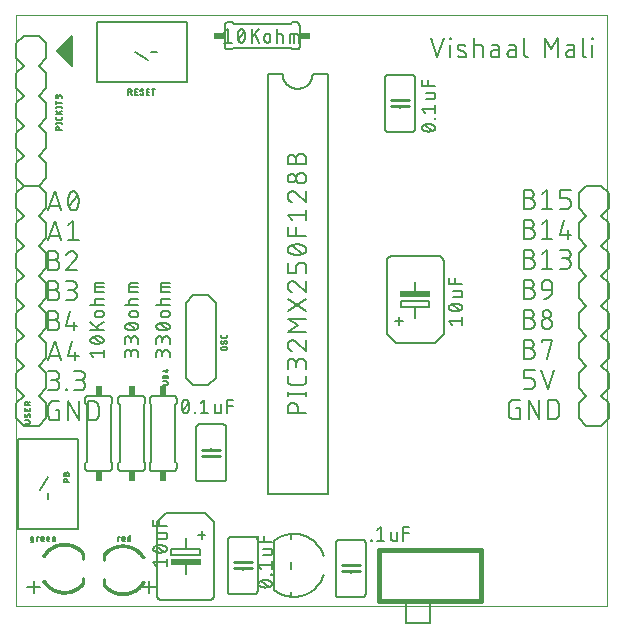
<source format=gto>
G75*
%MOIN*%
%OFA0B0*%
%FSLAX25Y25*%
%IPPOS*%
%LPD*%
%AMOC8*
5,1,8,0,0,1.08239X$1,22.5*
%
%ADD10C,0.00000*%
%ADD11C,0.00600*%
%ADD12C,0.01000*%
%ADD13C,0.00500*%
%ADD14R,0.10000X0.02000*%
%ADD15C,0.00800*%
%ADD16C,0.00100*%
%ADD17R,0.02400X0.03400*%
%ADD18R,0.03400X0.02400*%
%ADD19C,0.00700*%
%ADD20C,0.01600*%
D10*
X0011300Y0011300D02*
X0011300Y0208150D01*
X0208150Y0208150D01*
X0208150Y0011300D01*
X0011300Y0011300D01*
D11*
X0017233Y0015456D02*
X0017233Y0019722D01*
X0015100Y0017589D02*
X0019367Y0017589D01*
X0053600Y0017589D02*
X0057867Y0017589D01*
X0055733Y0015456D02*
X0055733Y0019722D01*
X0058300Y0014800D02*
X0058300Y0039300D01*
X0061300Y0042300D01*
X0074300Y0042300D01*
X0077300Y0039300D01*
X0077300Y0014800D01*
X0077298Y0014724D01*
X0077292Y0014648D01*
X0077283Y0014573D01*
X0077269Y0014498D01*
X0077252Y0014424D01*
X0077231Y0014351D01*
X0077207Y0014279D01*
X0077178Y0014208D01*
X0077147Y0014139D01*
X0077112Y0014072D01*
X0077073Y0014007D01*
X0077031Y0013943D01*
X0076986Y0013882D01*
X0076938Y0013823D01*
X0076887Y0013767D01*
X0076833Y0013713D01*
X0076777Y0013662D01*
X0076718Y0013614D01*
X0076657Y0013569D01*
X0076593Y0013527D01*
X0076528Y0013488D01*
X0076461Y0013453D01*
X0076392Y0013422D01*
X0076321Y0013393D01*
X0076249Y0013369D01*
X0076176Y0013348D01*
X0076102Y0013331D01*
X0076027Y0013317D01*
X0075952Y0013308D01*
X0075876Y0013302D01*
X0075800Y0013300D01*
X0059800Y0013300D01*
X0059724Y0013302D01*
X0059648Y0013308D01*
X0059573Y0013317D01*
X0059498Y0013331D01*
X0059424Y0013348D01*
X0059351Y0013369D01*
X0059279Y0013393D01*
X0059208Y0013422D01*
X0059139Y0013453D01*
X0059072Y0013488D01*
X0059007Y0013527D01*
X0058943Y0013569D01*
X0058882Y0013614D01*
X0058823Y0013662D01*
X0058767Y0013713D01*
X0058713Y0013767D01*
X0058662Y0013823D01*
X0058614Y0013882D01*
X0058569Y0013943D01*
X0058527Y0014007D01*
X0058488Y0014072D01*
X0058453Y0014139D01*
X0058422Y0014208D01*
X0058393Y0014279D01*
X0058369Y0014351D01*
X0058348Y0014424D01*
X0058331Y0014498D01*
X0058317Y0014573D01*
X0058308Y0014648D01*
X0058302Y0014724D01*
X0058300Y0014800D01*
X0067800Y0021800D02*
X0067800Y0025300D01*
X0072600Y0028300D02*
X0072600Y0030300D01*
X0067800Y0030300D01*
X0063000Y0030300D01*
X0063000Y0028300D01*
X0072600Y0028300D01*
X0067800Y0030300D02*
X0067800Y0033800D01*
X0071900Y0034800D02*
X0074400Y0034800D01*
X0073200Y0033500D02*
X0073200Y0036100D01*
X0081800Y0033300D02*
X0081800Y0016300D01*
X0081802Y0016240D01*
X0081807Y0016179D01*
X0081816Y0016120D01*
X0081829Y0016061D01*
X0081845Y0016002D01*
X0081865Y0015945D01*
X0081888Y0015890D01*
X0081915Y0015835D01*
X0081944Y0015783D01*
X0081977Y0015732D01*
X0082013Y0015683D01*
X0082051Y0015637D01*
X0082093Y0015593D01*
X0082137Y0015551D01*
X0082183Y0015513D01*
X0082232Y0015477D01*
X0082283Y0015444D01*
X0082335Y0015415D01*
X0082390Y0015388D01*
X0082445Y0015365D01*
X0082502Y0015345D01*
X0082561Y0015329D01*
X0082620Y0015316D01*
X0082679Y0015307D01*
X0082740Y0015302D01*
X0082800Y0015300D01*
X0090800Y0015300D01*
X0090860Y0015302D01*
X0090921Y0015307D01*
X0090980Y0015316D01*
X0091039Y0015329D01*
X0091098Y0015345D01*
X0091155Y0015365D01*
X0091210Y0015388D01*
X0091265Y0015415D01*
X0091317Y0015444D01*
X0091368Y0015477D01*
X0091417Y0015513D01*
X0091463Y0015551D01*
X0091507Y0015593D01*
X0091549Y0015637D01*
X0091587Y0015683D01*
X0091623Y0015732D01*
X0091656Y0015783D01*
X0091685Y0015835D01*
X0091712Y0015890D01*
X0091735Y0015945D01*
X0091755Y0016002D01*
X0091771Y0016061D01*
X0091784Y0016120D01*
X0091793Y0016179D01*
X0091798Y0016240D01*
X0091800Y0016300D01*
X0091800Y0033300D01*
X0091798Y0033360D01*
X0091793Y0033421D01*
X0091784Y0033480D01*
X0091771Y0033539D01*
X0091755Y0033598D01*
X0091735Y0033655D01*
X0091712Y0033710D01*
X0091685Y0033765D01*
X0091656Y0033817D01*
X0091623Y0033868D01*
X0091587Y0033917D01*
X0091549Y0033963D01*
X0091507Y0034007D01*
X0091463Y0034049D01*
X0091417Y0034087D01*
X0091368Y0034123D01*
X0091317Y0034156D01*
X0091265Y0034185D01*
X0091210Y0034212D01*
X0091155Y0034235D01*
X0091098Y0034255D01*
X0091039Y0034271D01*
X0090980Y0034284D01*
X0090921Y0034293D01*
X0090860Y0034298D01*
X0090800Y0034300D01*
X0082800Y0034300D01*
X0082740Y0034298D01*
X0082679Y0034293D01*
X0082620Y0034284D01*
X0082561Y0034271D01*
X0082502Y0034255D01*
X0082445Y0034235D01*
X0082390Y0034212D01*
X0082335Y0034185D01*
X0082283Y0034156D01*
X0082232Y0034123D01*
X0082183Y0034087D01*
X0082137Y0034049D01*
X0082093Y0034007D01*
X0082051Y0033963D01*
X0082013Y0033917D01*
X0081977Y0033868D01*
X0081944Y0033817D01*
X0081915Y0033765D01*
X0081888Y0033710D01*
X0081865Y0033655D01*
X0081845Y0033598D01*
X0081829Y0033539D01*
X0081816Y0033480D01*
X0081807Y0033421D01*
X0081802Y0033360D01*
X0081800Y0033300D01*
X0086800Y0026300D02*
X0086800Y0025800D01*
X0086800Y0023800D02*
X0086800Y0023300D01*
X0095119Y0048662D02*
X0095119Y0188162D01*
X0095119Y0188662D02*
X0100119Y0188662D01*
X0100121Y0188522D01*
X0100127Y0188382D01*
X0100137Y0188242D01*
X0100150Y0188102D01*
X0100168Y0187963D01*
X0100190Y0187824D01*
X0100215Y0187687D01*
X0100244Y0187549D01*
X0100277Y0187413D01*
X0100314Y0187278D01*
X0100355Y0187144D01*
X0100400Y0187011D01*
X0100448Y0186879D01*
X0100500Y0186749D01*
X0100555Y0186620D01*
X0100614Y0186493D01*
X0100677Y0186367D01*
X0100743Y0186243D01*
X0100812Y0186122D01*
X0100885Y0186002D01*
X0100962Y0185884D01*
X0101041Y0185769D01*
X0101124Y0185655D01*
X0101210Y0185545D01*
X0101299Y0185436D01*
X0101391Y0185330D01*
X0101486Y0185227D01*
X0101583Y0185126D01*
X0101684Y0185029D01*
X0101787Y0184934D01*
X0101893Y0184842D01*
X0102002Y0184753D01*
X0102112Y0184667D01*
X0102226Y0184584D01*
X0102341Y0184505D01*
X0102459Y0184428D01*
X0102579Y0184355D01*
X0102700Y0184286D01*
X0102824Y0184220D01*
X0102950Y0184157D01*
X0103077Y0184098D01*
X0103206Y0184043D01*
X0103336Y0183991D01*
X0103468Y0183943D01*
X0103601Y0183898D01*
X0103735Y0183857D01*
X0103870Y0183820D01*
X0104006Y0183787D01*
X0104144Y0183758D01*
X0104281Y0183733D01*
X0104420Y0183711D01*
X0104559Y0183693D01*
X0104699Y0183680D01*
X0104839Y0183670D01*
X0104979Y0183664D01*
X0105119Y0183662D01*
X0105259Y0183664D01*
X0105399Y0183670D01*
X0105539Y0183680D01*
X0105679Y0183693D01*
X0105818Y0183711D01*
X0105957Y0183733D01*
X0106094Y0183758D01*
X0106232Y0183787D01*
X0106368Y0183820D01*
X0106503Y0183857D01*
X0106637Y0183898D01*
X0106770Y0183943D01*
X0106902Y0183991D01*
X0107032Y0184043D01*
X0107161Y0184098D01*
X0107288Y0184157D01*
X0107414Y0184220D01*
X0107538Y0184286D01*
X0107659Y0184355D01*
X0107779Y0184428D01*
X0107897Y0184505D01*
X0108012Y0184584D01*
X0108126Y0184667D01*
X0108236Y0184753D01*
X0108345Y0184842D01*
X0108451Y0184934D01*
X0108554Y0185029D01*
X0108655Y0185126D01*
X0108752Y0185227D01*
X0108847Y0185330D01*
X0108939Y0185436D01*
X0109028Y0185545D01*
X0109114Y0185655D01*
X0109197Y0185769D01*
X0109276Y0185884D01*
X0109353Y0186002D01*
X0109426Y0186122D01*
X0109495Y0186243D01*
X0109561Y0186367D01*
X0109624Y0186493D01*
X0109683Y0186620D01*
X0109738Y0186749D01*
X0109790Y0186879D01*
X0109838Y0187011D01*
X0109883Y0187144D01*
X0109924Y0187278D01*
X0109961Y0187413D01*
X0109994Y0187549D01*
X0110023Y0187687D01*
X0110048Y0187824D01*
X0110070Y0187963D01*
X0110088Y0188102D01*
X0110101Y0188242D01*
X0110111Y0188382D01*
X0110117Y0188522D01*
X0110119Y0188662D01*
X0115119Y0188662D01*
X0115119Y0048662D01*
X0095119Y0048662D01*
X0081300Y0053800D02*
X0081300Y0070800D01*
X0081298Y0070860D01*
X0081293Y0070921D01*
X0081284Y0070980D01*
X0081271Y0071039D01*
X0081255Y0071098D01*
X0081235Y0071155D01*
X0081212Y0071210D01*
X0081185Y0071265D01*
X0081156Y0071317D01*
X0081123Y0071368D01*
X0081087Y0071417D01*
X0081049Y0071463D01*
X0081007Y0071507D01*
X0080963Y0071549D01*
X0080917Y0071587D01*
X0080868Y0071623D01*
X0080817Y0071656D01*
X0080765Y0071685D01*
X0080710Y0071712D01*
X0080655Y0071735D01*
X0080598Y0071755D01*
X0080539Y0071771D01*
X0080480Y0071784D01*
X0080421Y0071793D01*
X0080360Y0071798D01*
X0080300Y0071800D01*
X0072300Y0071800D01*
X0072240Y0071798D01*
X0072179Y0071793D01*
X0072120Y0071784D01*
X0072061Y0071771D01*
X0072002Y0071755D01*
X0071945Y0071735D01*
X0071890Y0071712D01*
X0071835Y0071685D01*
X0071783Y0071656D01*
X0071732Y0071623D01*
X0071683Y0071587D01*
X0071637Y0071549D01*
X0071593Y0071507D01*
X0071551Y0071463D01*
X0071513Y0071417D01*
X0071477Y0071368D01*
X0071444Y0071317D01*
X0071415Y0071265D01*
X0071388Y0071210D01*
X0071365Y0071155D01*
X0071345Y0071098D01*
X0071329Y0071039D01*
X0071316Y0070980D01*
X0071307Y0070921D01*
X0071302Y0070860D01*
X0071300Y0070800D01*
X0071300Y0053800D01*
X0071302Y0053740D01*
X0071307Y0053679D01*
X0071316Y0053620D01*
X0071329Y0053561D01*
X0071345Y0053502D01*
X0071365Y0053445D01*
X0071388Y0053390D01*
X0071415Y0053335D01*
X0071444Y0053283D01*
X0071477Y0053232D01*
X0071513Y0053183D01*
X0071551Y0053137D01*
X0071593Y0053093D01*
X0071637Y0053051D01*
X0071683Y0053013D01*
X0071732Y0052977D01*
X0071783Y0052944D01*
X0071835Y0052915D01*
X0071890Y0052888D01*
X0071945Y0052865D01*
X0072002Y0052845D01*
X0072061Y0052829D01*
X0072120Y0052816D01*
X0072179Y0052807D01*
X0072240Y0052802D01*
X0072300Y0052800D01*
X0080300Y0052800D01*
X0080360Y0052802D01*
X0080421Y0052807D01*
X0080480Y0052816D01*
X0080539Y0052829D01*
X0080598Y0052845D01*
X0080655Y0052865D01*
X0080710Y0052888D01*
X0080765Y0052915D01*
X0080817Y0052944D01*
X0080868Y0052977D01*
X0080917Y0053013D01*
X0080963Y0053051D01*
X0081007Y0053093D01*
X0081049Y0053137D01*
X0081087Y0053183D01*
X0081123Y0053232D01*
X0081156Y0053283D01*
X0081185Y0053335D01*
X0081212Y0053390D01*
X0081235Y0053445D01*
X0081255Y0053502D01*
X0081271Y0053561D01*
X0081284Y0053620D01*
X0081293Y0053679D01*
X0081298Y0053740D01*
X0081300Y0053800D01*
X0076300Y0060800D02*
X0076300Y0061300D01*
X0076300Y0063300D02*
X0076300Y0063800D01*
X0064800Y0058800D02*
X0064800Y0057300D01*
X0064798Y0057240D01*
X0064793Y0057179D01*
X0064784Y0057120D01*
X0064771Y0057061D01*
X0064755Y0057002D01*
X0064735Y0056945D01*
X0064712Y0056890D01*
X0064685Y0056835D01*
X0064656Y0056783D01*
X0064623Y0056732D01*
X0064587Y0056683D01*
X0064549Y0056637D01*
X0064507Y0056593D01*
X0064463Y0056551D01*
X0064417Y0056513D01*
X0064368Y0056477D01*
X0064317Y0056444D01*
X0064265Y0056415D01*
X0064210Y0056388D01*
X0064155Y0056365D01*
X0064098Y0056345D01*
X0064039Y0056329D01*
X0063980Y0056316D01*
X0063921Y0056307D01*
X0063860Y0056302D01*
X0063800Y0056300D01*
X0056800Y0056300D01*
X0056740Y0056302D01*
X0056679Y0056307D01*
X0056620Y0056316D01*
X0056561Y0056329D01*
X0056502Y0056345D01*
X0056445Y0056365D01*
X0056390Y0056388D01*
X0056335Y0056415D01*
X0056283Y0056444D01*
X0056232Y0056477D01*
X0056183Y0056513D01*
X0056137Y0056551D01*
X0056093Y0056593D01*
X0056051Y0056637D01*
X0056013Y0056683D01*
X0055977Y0056732D01*
X0055944Y0056783D01*
X0055915Y0056835D01*
X0055888Y0056890D01*
X0055865Y0056945D01*
X0055845Y0057002D01*
X0055829Y0057061D01*
X0055816Y0057120D01*
X0055807Y0057179D01*
X0055802Y0057240D01*
X0055800Y0057300D01*
X0055800Y0058800D01*
X0056300Y0059300D01*
X0056300Y0078300D01*
X0055800Y0078800D01*
X0055800Y0080300D01*
X0055802Y0080360D01*
X0055807Y0080421D01*
X0055816Y0080480D01*
X0055829Y0080539D01*
X0055845Y0080598D01*
X0055865Y0080655D01*
X0055888Y0080710D01*
X0055915Y0080765D01*
X0055944Y0080817D01*
X0055977Y0080868D01*
X0056013Y0080917D01*
X0056051Y0080963D01*
X0056093Y0081007D01*
X0056137Y0081049D01*
X0056183Y0081087D01*
X0056232Y0081123D01*
X0056283Y0081156D01*
X0056335Y0081185D01*
X0056390Y0081212D01*
X0056445Y0081235D01*
X0056502Y0081255D01*
X0056561Y0081271D01*
X0056620Y0081284D01*
X0056679Y0081293D01*
X0056740Y0081298D01*
X0056800Y0081300D01*
X0063800Y0081300D01*
X0063860Y0081298D01*
X0063921Y0081293D01*
X0063980Y0081284D01*
X0064039Y0081271D01*
X0064098Y0081255D01*
X0064155Y0081235D01*
X0064210Y0081212D01*
X0064265Y0081185D01*
X0064317Y0081156D01*
X0064368Y0081123D01*
X0064417Y0081087D01*
X0064463Y0081049D01*
X0064507Y0081007D01*
X0064549Y0080963D01*
X0064587Y0080917D01*
X0064623Y0080868D01*
X0064656Y0080817D01*
X0064685Y0080765D01*
X0064712Y0080710D01*
X0064735Y0080655D01*
X0064755Y0080598D01*
X0064771Y0080539D01*
X0064784Y0080480D01*
X0064793Y0080421D01*
X0064798Y0080360D01*
X0064800Y0080300D01*
X0064800Y0078800D01*
X0064300Y0078300D01*
X0064300Y0059300D01*
X0064800Y0058800D01*
X0054300Y0058800D02*
X0054300Y0057300D01*
X0054298Y0057240D01*
X0054293Y0057179D01*
X0054284Y0057120D01*
X0054271Y0057061D01*
X0054255Y0057002D01*
X0054235Y0056945D01*
X0054212Y0056890D01*
X0054185Y0056835D01*
X0054156Y0056783D01*
X0054123Y0056732D01*
X0054087Y0056683D01*
X0054049Y0056637D01*
X0054007Y0056593D01*
X0053963Y0056551D01*
X0053917Y0056513D01*
X0053868Y0056477D01*
X0053817Y0056444D01*
X0053765Y0056415D01*
X0053710Y0056388D01*
X0053655Y0056365D01*
X0053598Y0056345D01*
X0053539Y0056329D01*
X0053480Y0056316D01*
X0053421Y0056307D01*
X0053360Y0056302D01*
X0053300Y0056300D01*
X0046300Y0056300D01*
X0046240Y0056302D01*
X0046179Y0056307D01*
X0046120Y0056316D01*
X0046061Y0056329D01*
X0046002Y0056345D01*
X0045945Y0056365D01*
X0045890Y0056388D01*
X0045835Y0056415D01*
X0045783Y0056444D01*
X0045732Y0056477D01*
X0045683Y0056513D01*
X0045637Y0056551D01*
X0045593Y0056593D01*
X0045551Y0056637D01*
X0045513Y0056683D01*
X0045477Y0056732D01*
X0045444Y0056783D01*
X0045415Y0056835D01*
X0045388Y0056890D01*
X0045365Y0056945D01*
X0045345Y0057002D01*
X0045329Y0057061D01*
X0045316Y0057120D01*
X0045307Y0057179D01*
X0045302Y0057240D01*
X0045300Y0057300D01*
X0045300Y0058800D01*
X0045800Y0059300D01*
X0045800Y0078300D01*
X0045300Y0078800D01*
X0045300Y0080300D01*
X0045302Y0080360D01*
X0045307Y0080421D01*
X0045316Y0080480D01*
X0045329Y0080539D01*
X0045345Y0080598D01*
X0045365Y0080655D01*
X0045388Y0080710D01*
X0045415Y0080765D01*
X0045444Y0080817D01*
X0045477Y0080868D01*
X0045513Y0080917D01*
X0045551Y0080963D01*
X0045593Y0081007D01*
X0045637Y0081049D01*
X0045683Y0081087D01*
X0045732Y0081123D01*
X0045783Y0081156D01*
X0045835Y0081185D01*
X0045890Y0081212D01*
X0045945Y0081235D01*
X0046002Y0081255D01*
X0046061Y0081271D01*
X0046120Y0081284D01*
X0046179Y0081293D01*
X0046240Y0081298D01*
X0046300Y0081300D01*
X0053300Y0081300D01*
X0053360Y0081298D01*
X0053421Y0081293D01*
X0053480Y0081284D01*
X0053539Y0081271D01*
X0053598Y0081255D01*
X0053655Y0081235D01*
X0053710Y0081212D01*
X0053765Y0081185D01*
X0053817Y0081156D01*
X0053868Y0081123D01*
X0053917Y0081087D01*
X0053963Y0081049D01*
X0054007Y0081007D01*
X0054049Y0080963D01*
X0054087Y0080917D01*
X0054123Y0080868D01*
X0054156Y0080817D01*
X0054185Y0080765D01*
X0054212Y0080710D01*
X0054235Y0080655D01*
X0054255Y0080598D01*
X0054271Y0080539D01*
X0054284Y0080480D01*
X0054293Y0080421D01*
X0054298Y0080360D01*
X0054300Y0080300D01*
X0054300Y0078800D01*
X0053800Y0078300D01*
X0053800Y0059300D01*
X0054300Y0058800D01*
X0043300Y0058800D02*
X0043300Y0057300D01*
X0043298Y0057240D01*
X0043293Y0057179D01*
X0043284Y0057120D01*
X0043271Y0057061D01*
X0043255Y0057002D01*
X0043235Y0056945D01*
X0043212Y0056890D01*
X0043185Y0056835D01*
X0043156Y0056783D01*
X0043123Y0056732D01*
X0043087Y0056683D01*
X0043049Y0056637D01*
X0043007Y0056593D01*
X0042963Y0056551D01*
X0042917Y0056513D01*
X0042868Y0056477D01*
X0042817Y0056444D01*
X0042765Y0056415D01*
X0042710Y0056388D01*
X0042655Y0056365D01*
X0042598Y0056345D01*
X0042539Y0056329D01*
X0042480Y0056316D01*
X0042421Y0056307D01*
X0042360Y0056302D01*
X0042300Y0056300D01*
X0035300Y0056300D01*
X0035240Y0056302D01*
X0035179Y0056307D01*
X0035120Y0056316D01*
X0035061Y0056329D01*
X0035002Y0056345D01*
X0034945Y0056365D01*
X0034890Y0056388D01*
X0034835Y0056415D01*
X0034783Y0056444D01*
X0034732Y0056477D01*
X0034683Y0056513D01*
X0034637Y0056551D01*
X0034593Y0056593D01*
X0034551Y0056637D01*
X0034513Y0056683D01*
X0034477Y0056732D01*
X0034444Y0056783D01*
X0034415Y0056835D01*
X0034388Y0056890D01*
X0034365Y0056945D01*
X0034345Y0057002D01*
X0034329Y0057061D01*
X0034316Y0057120D01*
X0034307Y0057179D01*
X0034302Y0057240D01*
X0034300Y0057300D01*
X0034300Y0058800D01*
X0034800Y0059300D01*
X0034800Y0078300D01*
X0034300Y0078800D01*
X0034300Y0080300D01*
X0034302Y0080360D01*
X0034307Y0080421D01*
X0034316Y0080480D01*
X0034329Y0080539D01*
X0034345Y0080598D01*
X0034365Y0080655D01*
X0034388Y0080710D01*
X0034415Y0080765D01*
X0034444Y0080817D01*
X0034477Y0080868D01*
X0034513Y0080917D01*
X0034551Y0080963D01*
X0034593Y0081007D01*
X0034637Y0081049D01*
X0034683Y0081087D01*
X0034732Y0081123D01*
X0034783Y0081156D01*
X0034835Y0081185D01*
X0034890Y0081212D01*
X0034945Y0081235D01*
X0035002Y0081255D01*
X0035061Y0081271D01*
X0035120Y0081284D01*
X0035179Y0081293D01*
X0035240Y0081298D01*
X0035300Y0081300D01*
X0042300Y0081300D01*
X0042360Y0081298D01*
X0042421Y0081293D01*
X0042480Y0081284D01*
X0042539Y0081271D01*
X0042598Y0081255D01*
X0042655Y0081235D01*
X0042710Y0081212D01*
X0042765Y0081185D01*
X0042817Y0081156D01*
X0042868Y0081123D01*
X0042917Y0081087D01*
X0042963Y0081049D01*
X0043007Y0081007D01*
X0043049Y0080963D01*
X0043087Y0080917D01*
X0043123Y0080868D01*
X0043156Y0080817D01*
X0043185Y0080765D01*
X0043212Y0080710D01*
X0043235Y0080655D01*
X0043255Y0080598D01*
X0043271Y0080539D01*
X0043284Y0080480D01*
X0043293Y0080421D01*
X0043298Y0080360D01*
X0043300Y0080300D01*
X0043300Y0078800D01*
X0042800Y0078300D01*
X0042800Y0059300D01*
X0043300Y0058800D01*
X0037006Y0073100D02*
X0035229Y0073100D01*
X0035229Y0079500D01*
X0037006Y0079500D01*
X0037088Y0079498D01*
X0037170Y0079492D01*
X0037252Y0079483D01*
X0037333Y0079470D01*
X0037413Y0079453D01*
X0037493Y0079432D01*
X0037571Y0079408D01*
X0037648Y0079380D01*
X0037724Y0079349D01*
X0037799Y0079314D01*
X0037871Y0079275D01*
X0037942Y0079234D01*
X0038011Y0079189D01*
X0038077Y0079141D01*
X0038142Y0079090D01*
X0038204Y0079036D01*
X0038263Y0078979D01*
X0038320Y0078920D01*
X0038374Y0078858D01*
X0038425Y0078793D01*
X0038473Y0078727D01*
X0038518Y0078658D01*
X0038559Y0078587D01*
X0038598Y0078515D01*
X0038633Y0078440D01*
X0038664Y0078364D01*
X0038692Y0078287D01*
X0038716Y0078209D01*
X0038737Y0078129D01*
X0038754Y0078049D01*
X0038767Y0077968D01*
X0038776Y0077886D01*
X0038782Y0077804D01*
X0038784Y0077722D01*
X0038784Y0074878D01*
X0038782Y0074796D01*
X0038776Y0074714D01*
X0038767Y0074632D01*
X0038754Y0074551D01*
X0038737Y0074471D01*
X0038716Y0074391D01*
X0038692Y0074313D01*
X0038664Y0074236D01*
X0038633Y0074160D01*
X0038598Y0074085D01*
X0038559Y0074013D01*
X0038518Y0073942D01*
X0038473Y0073873D01*
X0038425Y0073807D01*
X0038374Y0073742D01*
X0038320Y0073680D01*
X0038263Y0073621D01*
X0038204Y0073564D01*
X0038142Y0073510D01*
X0038077Y0073459D01*
X0038011Y0073411D01*
X0037942Y0073366D01*
X0037871Y0073325D01*
X0037799Y0073286D01*
X0037724Y0073251D01*
X0037648Y0073220D01*
X0037571Y0073192D01*
X0037493Y0073168D01*
X0037413Y0073147D01*
X0037333Y0073130D01*
X0037252Y0073117D01*
X0037170Y0073108D01*
X0037088Y0073102D01*
X0037006Y0073100D01*
X0032220Y0073100D02*
X0032220Y0079500D01*
X0028664Y0079500D02*
X0032220Y0073100D01*
X0028664Y0073100D02*
X0028664Y0079500D01*
X0025656Y0079500D02*
X0023522Y0079500D01*
X0023448Y0079498D01*
X0023373Y0079492D01*
X0023300Y0079482D01*
X0023226Y0079469D01*
X0023154Y0079452D01*
X0023083Y0079430D01*
X0023012Y0079406D01*
X0022944Y0079377D01*
X0022876Y0079345D01*
X0022811Y0079309D01*
X0022748Y0079271D01*
X0022686Y0079228D01*
X0022627Y0079183D01*
X0022570Y0079135D01*
X0022516Y0079084D01*
X0022465Y0079029D01*
X0022417Y0078973D01*
X0022372Y0078914D01*
X0022329Y0078852D01*
X0022291Y0078789D01*
X0022255Y0078724D01*
X0022223Y0078656D01*
X0022194Y0078588D01*
X0022170Y0078517D01*
X0022148Y0078446D01*
X0022131Y0078374D01*
X0022118Y0078300D01*
X0022108Y0078227D01*
X0022102Y0078152D01*
X0022100Y0078078D01*
X0022100Y0074522D01*
X0022102Y0074448D01*
X0022108Y0074373D01*
X0022118Y0074300D01*
X0022131Y0074226D01*
X0022148Y0074154D01*
X0022170Y0074083D01*
X0022194Y0074012D01*
X0022223Y0073944D01*
X0022255Y0073876D01*
X0022291Y0073811D01*
X0022329Y0073748D01*
X0022372Y0073686D01*
X0022417Y0073627D01*
X0022465Y0073570D01*
X0022516Y0073516D01*
X0022570Y0073465D01*
X0022627Y0073417D01*
X0022686Y0073372D01*
X0022748Y0073329D01*
X0022811Y0073291D01*
X0022876Y0073255D01*
X0022944Y0073223D01*
X0023012Y0073194D01*
X0023083Y0073170D01*
X0023154Y0073148D01*
X0023226Y0073131D01*
X0023300Y0073118D01*
X0023373Y0073108D01*
X0023448Y0073102D01*
X0023522Y0073100D01*
X0025656Y0073100D01*
X0025656Y0076656D01*
X0024589Y0076656D01*
X0023878Y0083100D02*
X0022100Y0083100D01*
X0023878Y0083100D02*
X0023961Y0083102D01*
X0024044Y0083108D01*
X0024127Y0083118D01*
X0024210Y0083131D01*
X0024291Y0083149D01*
X0024372Y0083170D01*
X0024451Y0083195D01*
X0024529Y0083224D01*
X0024606Y0083256D01*
X0024681Y0083292D01*
X0024755Y0083331D01*
X0024826Y0083374D01*
X0024896Y0083420D01*
X0024963Y0083470D01*
X0025028Y0083522D01*
X0025090Y0083577D01*
X0025150Y0083636D01*
X0025207Y0083697D01*
X0025261Y0083760D01*
X0025312Y0083826D01*
X0025359Y0083895D01*
X0025404Y0083965D01*
X0025445Y0084038D01*
X0025482Y0084112D01*
X0025517Y0084188D01*
X0025547Y0084266D01*
X0025574Y0084344D01*
X0025597Y0084425D01*
X0025617Y0084506D01*
X0025632Y0084588D01*
X0025644Y0084670D01*
X0025652Y0084753D01*
X0025656Y0084836D01*
X0025656Y0084920D01*
X0025652Y0085003D01*
X0025644Y0085086D01*
X0025632Y0085168D01*
X0025617Y0085250D01*
X0025597Y0085331D01*
X0025574Y0085412D01*
X0025547Y0085490D01*
X0025517Y0085568D01*
X0025482Y0085644D01*
X0025445Y0085718D01*
X0025404Y0085791D01*
X0025359Y0085861D01*
X0025312Y0085930D01*
X0025261Y0085996D01*
X0025207Y0086059D01*
X0025150Y0086120D01*
X0025090Y0086179D01*
X0025028Y0086234D01*
X0024963Y0086286D01*
X0024896Y0086336D01*
X0024826Y0086382D01*
X0024755Y0086425D01*
X0024681Y0086464D01*
X0024606Y0086500D01*
X0024529Y0086532D01*
X0024451Y0086561D01*
X0024372Y0086586D01*
X0024291Y0086607D01*
X0024210Y0086625D01*
X0024127Y0086638D01*
X0024044Y0086648D01*
X0023961Y0086654D01*
X0023878Y0086656D01*
X0024233Y0086656D02*
X0022811Y0086656D01*
X0024233Y0086656D02*
X0024307Y0086658D01*
X0024382Y0086664D01*
X0024455Y0086674D01*
X0024529Y0086687D01*
X0024601Y0086704D01*
X0024672Y0086726D01*
X0024743Y0086750D01*
X0024811Y0086779D01*
X0024879Y0086811D01*
X0024944Y0086847D01*
X0025007Y0086885D01*
X0025069Y0086928D01*
X0025128Y0086973D01*
X0025185Y0087021D01*
X0025239Y0087072D01*
X0025290Y0087126D01*
X0025338Y0087183D01*
X0025383Y0087242D01*
X0025426Y0087304D01*
X0025464Y0087367D01*
X0025500Y0087432D01*
X0025532Y0087500D01*
X0025561Y0087568D01*
X0025585Y0087639D01*
X0025607Y0087710D01*
X0025624Y0087782D01*
X0025637Y0087856D01*
X0025647Y0087929D01*
X0025653Y0088004D01*
X0025655Y0088078D01*
X0025653Y0088152D01*
X0025647Y0088227D01*
X0025637Y0088300D01*
X0025624Y0088374D01*
X0025607Y0088446D01*
X0025585Y0088517D01*
X0025561Y0088588D01*
X0025532Y0088656D01*
X0025500Y0088724D01*
X0025464Y0088789D01*
X0025426Y0088852D01*
X0025383Y0088914D01*
X0025338Y0088973D01*
X0025290Y0089030D01*
X0025239Y0089084D01*
X0025185Y0089135D01*
X0025128Y0089183D01*
X0025069Y0089228D01*
X0025007Y0089271D01*
X0024944Y0089309D01*
X0024879Y0089345D01*
X0024811Y0089377D01*
X0024743Y0089406D01*
X0024672Y0089430D01*
X0024601Y0089452D01*
X0024529Y0089469D01*
X0024455Y0089482D01*
X0024382Y0089492D01*
X0024307Y0089498D01*
X0024233Y0089500D01*
X0022100Y0089500D01*
X0022100Y0093100D02*
X0024233Y0099500D01*
X0026367Y0093100D01*
X0025833Y0094700D02*
X0022633Y0094700D01*
X0028610Y0094522D02*
X0032165Y0094522D01*
X0031098Y0095944D02*
X0031098Y0093100D01*
X0028610Y0094522D02*
X0030032Y0099500D01*
X0030455Y0103100D02*
X0030455Y0105944D01*
X0031521Y0104522D02*
X0027966Y0104522D01*
X0029388Y0109500D01*
X0029744Y0113100D02*
X0027966Y0113100D01*
X0029744Y0113100D02*
X0029827Y0113102D01*
X0029910Y0113108D01*
X0029993Y0113118D01*
X0030076Y0113131D01*
X0030157Y0113149D01*
X0030238Y0113170D01*
X0030317Y0113195D01*
X0030395Y0113224D01*
X0030472Y0113256D01*
X0030547Y0113292D01*
X0030621Y0113331D01*
X0030692Y0113374D01*
X0030762Y0113420D01*
X0030829Y0113470D01*
X0030894Y0113522D01*
X0030956Y0113577D01*
X0031016Y0113636D01*
X0031073Y0113697D01*
X0031127Y0113760D01*
X0031178Y0113826D01*
X0031225Y0113895D01*
X0031270Y0113965D01*
X0031311Y0114038D01*
X0031348Y0114112D01*
X0031383Y0114188D01*
X0031413Y0114266D01*
X0031440Y0114344D01*
X0031463Y0114425D01*
X0031483Y0114506D01*
X0031498Y0114588D01*
X0031510Y0114670D01*
X0031518Y0114753D01*
X0031522Y0114836D01*
X0031522Y0114920D01*
X0031518Y0115003D01*
X0031510Y0115086D01*
X0031498Y0115168D01*
X0031483Y0115250D01*
X0031463Y0115331D01*
X0031440Y0115412D01*
X0031413Y0115490D01*
X0031383Y0115568D01*
X0031348Y0115644D01*
X0031311Y0115718D01*
X0031270Y0115791D01*
X0031225Y0115861D01*
X0031178Y0115930D01*
X0031127Y0115996D01*
X0031073Y0116059D01*
X0031016Y0116120D01*
X0030956Y0116179D01*
X0030894Y0116234D01*
X0030829Y0116286D01*
X0030762Y0116336D01*
X0030692Y0116382D01*
X0030621Y0116425D01*
X0030547Y0116464D01*
X0030472Y0116500D01*
X0030395Y0116532D01*
X0030317Y0116561D01*
X0030238Y0116586D01*
X0030157Y0116607D01*
X0030076Y0116625D01*
X0029993Y0116638D01*
X0029910Y0116648D01*
X0029827Y0116654D01*
X0029744Y0116656D01*
X0030099Y0116656D02*
X0028677Y0116656D01*
X0030099Y0116656D02*
X0030173Y0116658D01*
X0030248Y0116664D01*
X0030321Y0116674D01*
X0030395Y0116687D01*
X0030467Y0116704D01*
X0030538Y0116726D01*
X0030609Y0116750D01*
X0030677Y0116779D01*
X0030745Y0116811D01*
X0030810Y0116847D01*
X0030873Y0116885D01*
X0030935Y0116928D01*
X0030994Y0116973D01*
X0031051Y0117021D01*
X0031105Y0117072D01*
X0031156Y0117126D01*
X0031204Y0117183D01*
X0031249Y0117242D01*
X0031292Y0117304D01*
X0031330Y0117367D01*
X0031366Y0117432D01*
X0031398Y0117500D01*
X0031427Y0117568D01*
X0031451Y0117639D01*
X0031473Y0117710D01*
X0031490Y0117782D01*
X0031503Y0117856D01*
X0031513Y0117929D01*
X0031519Y0118004D01*
X0031521Y0118078D01*
X0031519Y0118152D01*
X0031513Y0118227D01*
X0031503Y0118300D01*
X0031490Y0118374D01*
X0031473Y0118446D01*
X0031451Y0118517D01*
X0031427Y0118588D01*
X0031398Y0118656D01*
X0031366Y0118724D01*
X0031330Y0118789D01*
X0031292Y0118852D01*
X0031249Y0118914D01*
X0031204Y0118973D01*
X0031156Y0119030D01*
X0031105Y0119084D01*
X0031051Y0119135D01*
X0030994Y0119183D01*
X0030935Y0119228D01*
X0030873Y0119271D01*
X0030810Y0119309D01*
X0030745Y0119345D01*
X0030677Y0119377D01*
X0030609Y0119406D01*
X0030538Y0119430D01*
X0030467Y0119452D01*
X0030395Y0119469D01*
X0030321Y0119482D01*
X0030248Y0119492D01*
X0030173Y0119498D01*
X0030099Y0119500D01*
X0027966Y0119500D01*
X0027966Y0123100D02*
X0031521Y0123100D01*
X0027966Y0123100D02*
X0030988Y0126656D01*
X0029921Y0129500D02*
X0029832Y0129498D01*
X0029743Y0129492D01*
X0029654Y0129483D01*
X0029566Y0129469D01*
X0029479Y0129452D01*
X0029392Y0129431D01*
X0029306Y0129406D01*
X0029222Y0129378D01*
X0029139Y0129345D01*
X0029057Y0129310D01*
X0028977Y0129270D01*
X0028899Y0129228D01*
X0028822Y0129182D01*
X0028748Y0129133D01*
X0028676Y0129080D01*
X0028606Y0129025D01*
X0028539Y0128966D01*
X0028474Y0128905D01*
X0028412Y0128841D01*
X0028353Y0128774D01*
X0028297Y0128705D01*
X0028244Y0128633D01*
X0028194Y0128559D01*
X0028147Y0128483D01*
X0028104Y0128406D01*
X0028064Y0128326D01*
X0028027Y0128245D01*
X0027994Y0128162D01*
X0027965Y0128077D01*
X0030989Y0126655D02*
X0031046Y0126713D01*
X0031102Y0126774D01*
X0031154Y0126837D01*
X0031203Y0126902D01*
X0031249Y0126970D01*
X0031291Y0127040D01*
X0031331Y0127112D01*
X0031366Y0127185D01*
X0031399Y0127261D01*
X0031427Y0127337D01*
X0031452Y0127415D01*
X0031473Y0127494D01*
X0031491Y0127574D01*
X0031504Y0127655D01*
X0031514Y0127736D01*
X0031520Y0127818D01*
X0031522Y0127900D01*
X0031521Y0127900D02*
X0031519Y0127979D01*
X0031513Y0128057D01*
X0031504Y0128135D01*
X0031490Y0128212D01*
X0031473Y0128289D01*
X0031452Y0128364D01*
X0031427Y0128439D01*
X0031399Y0128512D01*
X0031367Y0128584D01*
X0031332Y0128654D01*
X0031293Y0128723D01*
X0031251Y0128789D01*
X0031206Y0128853D01*
X0031158Y0128915D01*
X0031107Y0128974D01*
X0031052Y0129031D01*
X0030995Y0129086D01*
X0030936Y0129137D01*
X0030874Y0129185D01*
X0030810Y0129230D01*
X0030744Y0129272D01*
X0030675Y0129311D01*
X0030605Y0129346D01*
X0030533Y0129378D01*
X0030460Y0129406D01*
X0030385Y0129431D01*
X0030310Y0129452D01*
X0030233Y0129469D01*
X0030156Y0129483D01*
X0030078Y0129492D01*
X0030000Y0129498D01*
X0029921Y0129500D01*
X0030387Y0133100D02*
X0030387Y0139500D01*
X0028610Y0138078D01*
X0025833Y0134700D02*
X0022633Y0134700D01*
X0022100Y0133100D02*
X0024233Y0139500D01*
X0026367Y0133100D01*
X0028610Y0133100D02*
X0032165Y0133100D01*
X0023878Y0129500D02*
X0022100Y0129500D01*
X0022100Y0123100D01*
X0023878Y0123100D01*
X0023961Y0123102D01*
X0024044Y0123108D01*
X0024127Y0123118D01*
X0024210Y0123131D01*
X0024291Y0123149D01*
X0024372Y0123170D01*
X0024451Y0123195D01*
X0024529Y0123224D01*
X0024606Y0123256D01*
X0024681Y0123292D01*
X0024755Y0123331D01*
X0024826Y0123374D01*
X0024896Y0123420D01*
X0024963Y0123470D01*
X0025028Y0123522D01*
X0025090Y0123577D01*
X0025150Y0123636D01*
X0025207Y0123697D01*
X0025261Y0123760D01*
X0025312Y0123826D01*
X0025359Y0123895D01*
X0025404Y0123965D01*
X0025445Y0124038D01*
X0025482Y0124112D01*
X0025517Y0124188D01*
X0025547Y0124266D01*
X0025574Y0124344D01*
X0025597Y0124425D01*
X0025617Y0124506D01*
X0025632Y0124588D01*
X0025644Y0124670D01*
X0025652Y0124753D01*
X0025656Y0124836D01*
X0025656Y0124920D01*
X0025652Y0125003D01*
X0025644Y0125086D01*
X0025632Y0125168D01*
X0025617Y0125250D01*
X0025597Y0125331D01*
X0025574Y0125412D01*
X0025547Y0125490D01*
X0025517Y0125568D01*
X0025482Y0125644D01*
X0025445Y0125718D01*
X0025404Y0125791D01*
X0025359Y0125861D01*
X0025312Y0125930D01*
X0025261Y0125996D01*
X0025207Y0126059D01*
X0025150Y0126120D01*
X0025090Y0126179D01*
X0025028Y0126234D01*
X0024963Y0126286D01*
X0024896Y0126336D01*
X0024826Y0126382D01*
X0024755Y0126425D01*
X0024681Y0126464D01*
X0024606Y0126500D01*
X0024529Y0126532D01*
X0024451Y0126561D01*
X0024372Y0126586D01*
X0024291Y0126607D01*
X0024210Y0126625D01*
X0024127Y0126638D01*
X0024044Y0126648D01*
X0023961Y0126654D01*
X0023878Y0126656D01*
X0022100Y0126656D01*
X0023878Y0126656D02*
X0023952Y0126658D01*
X0024027Y0126664D01*
X0024100Y0126674D01*
X0024174Y0126687D01*
X0024246Y0126704D01*
X0024317Y0126726D01*
X0024388Y0126750D01*
X0024456Y0126779D01*
X0024524Y0126811D01*
X0024589Y0126847D01*
X0024652Y0126885D01*
X0024714Y0126928D01*
X0024773Y0126973D01*
X0024830Y0127021D01*
X0024884Y0127072D01*
X0024935Y0127126D01*
X0024983Y0127183D01*
X0025028Y0127242D01*
X0025071Y0127304D01*
X0025109Y0127367D01*
X0025145Y0127432D01*
X0025177Y0127500D01*
X0025206Y0127568D01*
X0025230Y0127639D01*
X0025252Y0127710D01*
X0025269Y0127782D01*
X0025282Y0127856D01*
X0025292Y0127929D01*
X0025298Y0128004D01*
X0025300Y0128078D01*
X0025298Y0128152D01*
X0025292Y0128227D01*
X0025282Y0128300D01*
X0025269Y0128374D01*
X0025252Y0128446D01*
X0025230Y0128517D01*
X0025206Y0128588D01*
X0025177Y0128656D01*
X0025145Y0128724D01*
X0025109Y0128789D01*
X0025071Y0128852D01*
X0025028Y0128914D01*
X0024983Y0128973D01*
X0024935Y0129030D01*
X0024884Y0129084D01*
X0024830Y0129135D01*
X0024773Y0129183D01*
X0024714Y0129228D01*
X0024652Y0129271D01*
X0024589Y0129309D01*
X0024524Y0129345D01*
X0024456Y0129377D01*
X0024388Y0129406D01*
X0024317Y0129430D01*
X0024246Y0129452D01*
X0024174Y0129469D01*
X0024100Y0129482D01*
X0024027Y0129492D01*
X0023952Y0129498D01*
X0023878Y0129500D01*
X0023878Y0119500D02*
X0022100Y0119500D01*
X0022100Y0113100D01*
X0023878Y0113100D01*
X0023961Y0113102D01*
X0024044Y0113108D01*
X0024127Y0113118D01*
X0024210Y0113131D01*
X0024291Y0113149D01*
X0024372Y0113170D01*
X0024451Y0113195D01*
X0024529Y0113224D01*
X0024606Y0113256D01*
X0024681Y0113292D01*
X0024755Y0113331D01*
X0024826Y0113374D01*
X0024896Y0113420D01*
X0024963Y0113470D01*
X0025028Y0113522D01*
X0025090Y0113577D01*
X0025150Y0113636D01*
X0025207Y0113697D01*
X0025261Y0113760D01*
X0025312Y0113826D01*
X0025359Y0113895D01*
X0025404Y0113965D01*
X0025445Y0114038D01*
X0025482Y0114112D01*
X0025517Y0114188D01*
X0025547Y0114266D01*
X0025574Y0114344D01*
X0025597Y0114425D01*
X0025617Y0114506D01*
X0025632Y0114588D01*
X0025644Y0114670D01*
X0025652Y0114753D01*
X0025656Y0114836D01*
X0025656Y0114920D01*
X0025652Y0115003D01*
X0025644Y0115086D01*
X0025632Y0115168D01*
X0025617Y0115250D01*
X0025597Y0115331D01*
X0025574Y0115412D01*
X0025547Y0115490D01*
X0025517Y0115568D01*
X0025482Y0115644D01*
X0025445Y0115718D01*
X0025404Y0115791D01*
X0025359Y0115861D01*
X0025312Y0115930D01*
X0025261Y0115996D01*
X0025207Y0116059D01*
X0025150Y0116120D01*
X0025090Y0116179D01*
X0025028Y0116234D01*
X0024963Y0116286D01*
X0024896Y0116336D01*
X0024826Y0116382D01*
X0024755Y0116425D01*
X0024681Y0116464D01*
X0024606Y0116500D01*
X0024529Y0116532D01*
X0024451Y0116561D01*
X0024372Y0116586D01*
X0024291Y0116607D01*
X0024210Y0116625D01*
X0024127Y0116638D01*
X0024044Y0116648D01*
X0023961Y0116654D01*
X0023878Y0116656D01*
X0022100Y0116656D01*
X0023878Y0116656D02*
X0023952Y0116658D01*
X0024027Y0116664D01*
X0024100Y0116674D01*
X0024174Y0116687D01*
X0024246Y0116704D01*
X0024317Y0116726D01*
X0024388Y0116750D01*
X0024456Y0116779D01*
X0024524Y0116811D01*
X0024589Y0116847D01*
X0024652Y0116885D01*
X0024714Y0116928D01*
X0024773Y0116973D01*
X0024830Y0117021D01*
X0024884Y0117072D01*
X0024935Y0117126D01*
X0024983Y0117183D01*
X0025028Y0117242D01*
X0025071Y0117304D01*
X0025109Y0117367D01*
X0025145Y0117432D01*
X0025177Y0117500D01*
X0025206Y0117568D01*
X0025230Y0117639D01*
X0025252Y0117710D01*
X0025269Y0117782D01*
X0025282Y0117856D01*
X0025292Y0117929D01*
X0025298Y0118004D01*
X0025300Y0118078D01*
X0025298Y0118152D01*
X0025292Y0118227D01*
X0025282Y0118300D01*
X0025269Y0118374D01*
X0025252Y0118446D01*
X0025230Y0118517D01*
X0025206Y0118588D01*
X0025177Y0118656D01*
X0025145Y0118724D01*
X0025109Y0118789D01*
X0025071Y0118852D01*
X0025028Y0118914D01*
X0024983Y0118973D01*
X0024935Y0119030D01*
X0024884Y0119084D01*
X0024830Y0119135D01*
X0024773Y0119183D01*
X0024714Y0119228D01*
X0024652Y0119271D01*
X0024589Y0119309D01*
X0024524Y0119345D01*
X0024456Y0119377D01*
X0024388Y0119406D01*
X0024317Y0119430D01*
X0024246Y0119452D01*
X0024174Y0119469D01*
X0024100Y0119482D01*
X0024027Y0119492D01*
X0023952Y0119498D01*
X0023878Y0119500D01*
X0023878Y0109500D02*
X0022100Y0109500D01*
X0022100Y0103100D01*
X0023878Y0103100D01*
X0023961Y0103102D01*
X0024044Y0103108D01*
X0024127Y0103118D01*
X0024210Y0103131D01*
X0024291Y0103149D01*
X0024372Y0103170D01*
X0024451Y0103195D01*
X0024529Y0103224D01*
X0024606Y0103256D01*
X0024681Y0103292D01*
X0024755Y0103331D01*
X0024826Y0103374D01*
X0024896Y0103420D01*
X0024963Y0103470D01*
X0025028Y0103522D01*
X0025090Y0103577D01*
X0025150Y0103636D01*
X0025207Y0103697D01*
X0025261Y0103760D01*
X0025312Y0103826D01*
X0025359Y0103895D01*
X0025404Y0103965D01*
X0025445Y0104038D01*
X0025482Y0104112D01*
X0025517Y0104188D01*
X0025547Y0104266D01*
X0025574Y0104344D01*
X0025597Y0104425D01*
X0025617Y0104506D01*
X0025632Y0104588D01*
X0025644Y0104670D01*
X0025652Y0104753D01*
X0025656Y0104836D01*
X0025656Y0104920D01*
X0025652Y0105003D01*
X0025644Y0105086D01*
X0025632Y0105168D01*
X0025617Y0105250D01*
X0025597Y0105331D01*
X0025574Y0105412D01*
X0025547Y0105490D01*
X0025517Y0105568D01*
X0025482Y0105644D01*
X0025445Y0105718D01*
X0025404Y0105791D01*
X0025359Y0105861D01*
X0025312Y0105930D01*
X0025261Y0105996D01*
X0025207Y0106059D01*
X0025150Y0106120D01*
X0025090Y0106179D01*
X0025028Y0106234D01*
X0024963Y0106286D01*
X0024896Y0106336D01*
X0024826Y0106382D01*
X0024755Y0106425D01*
X0024681Y0106464D01*
X0024606Y0106500D01*
X0024529Y0106532D01*
X0024451Y0106561D01*
X0024372Y0106586D01*
X0024291Y0106607D01*
X0024210Y0106625D01*
X0024127Y0106638D01*
X0024044Y0106648D01*
X0023961Y0106654D01*
X0023878Y0106656D01*
X0022100Y0106656D01*
X0023878Y0106656D02*
X0023952Y0106658D01*
X0024027Y0106664D01*
X0024100Y0106674D01*
X0024174Y0106687D01*
X0024246Y0106704D01*
X0024317Y0106726D01*
X0024388Y0106750D01*
X0024456Y0106779D01*
X0024524Y0106811D01*
X0024589Y0106847D01*
X0024652Y0106885D01*
X0024714Y0106928D01*
X0024773Y0106973D01*
X0024830Y0107021D01*
X0024884Y0107072D01*
X0024935Y0107126D01*
X0024983Y0107183D01*
X0025028Y0107242D01*
X0025071Y0107304D01*
X0025109Y0107367D01*
X0025145Y0107432D01*
X0025177Y0107500D01*
X0025206Y0107568D01*
X0025230Y0107639D01*
X0025252Y0107710D01*
X0025269Y0107782D01*
X0025282Y0107856D01*
X0025292Y0107929D01*
X0025298Y0108004D01*
X0025300Y0108078D01*
X0025298Y0108152D01*
X0025292Y0108227D01*
X0025282Y0108300D01*
X0025269Y0108374D01*
X0025252Y0108446D01*
X0025230Y0108517D01*
X0025206Y0108588D01*
X0025177Y0108656D01*
X0025145Y0108724D01*
X0025109Y0108789D01*
X0025071Y0108852D01*
X0025028Y0108914D01*
X0024983Y0108973D01*
X0024935Y0109030D01*
X0024884Y0109084D01*
X0024830Y0109135D01*
X0024773Y0109183D01*
X0024714Y0109228D01*
X0024652Y0109271D01*
X0024589Y0109309D01*
X0024524Y0109345D01*
X0024456Y0109377D01*
X0024388Y0109406D01*
X0024317Y0109430D01*
X0024246Y0109452D01*
X0024174Y0109469D01*
X0024100Y0109482D01*
X0024027Y0109492D01*
X0023952Y0109498D01*
X0023878Y0109500D01*
X0030716Y0089500D02*
X0032849Y0089500D01*
X0032923Y0089498D01*
X0032998Y0089492D01*
X0033071Y0089482D01*
X0033145Y0089469D01*
X0033217Y0089452D01*
X0033288Y0089430D01*
X0033359Y0089406D01*
X0033427Y0089377D01*
X0033495Y0089345D01*
X0033560Y0089309D01*
X0033623Y0089271D01*
X0033685Y0089228D01*
X0033744Y0089183D01*
X0033801Y0089135D01*
X0033855Y0089084D01*
X0033906Y0089030D01*
X0033954Y0088973D01*
X0033999Y0088914D01*
X0034042Y0088852D01*
X0034080Y0088789D01*
X0034116Y0088724D01*
X0034148Y0088656D01*
X0034177Y0088588D01*
X0034201Y0088517D01*
X0034223Y0088446D01*
X0034240Y0088374D01*
X0034253Y0088300D01*
X0034263Y0088227D01*
X0034269Y0088152D01*
X0034271Y0088078D01*
X0034269Y0088004D01*
X0034263Y0087929D01*
X0034253Y0087856D01*
X0034240Y0087782D01*
X0034223Y0087710D01*
X0034201Y0087639D01*
X0034177Y0087568D01*
X0034148Y0087500D01*
X0034116Y0087432D01*
X0034080Y0087367D01*
X0034042Y0087304D01*
X0033999Y0087242D01*
X0033954Y0087183D01*
X0033906Y0087126D01*
X0033855Y0087072D01*
X0033801Y0087021D01*
X0033744Y0086973D01*
X0033685Y0086928D01*
X0033623Y0086885D01*
X0033560Y0086847D01*
X0033495Y0086811D01*
X0033427Y0086779D01*
X0033359Y0086750D01*
X0033288Y0086726D01*
X0033217Y0086704D01*
X0033145Y0086687D01*
X0033071Y0086674D01*
X0032998Y0086664D01*
X0032923Y0086658D01*
X0032849Y0086656D01*
X0031427Y0086656D01*
X0032493Y0086656D02*
X0032576Y0086654D01*
X0032659Y0086648D01*
X0032742Y0086638D01*
X0032825Y0086625D01*
X0032906Y0086607D01*
X0032987Y0086586D01*
X0033066Y0086561D01*
X0033144Y0086532D01*
X0033221Y0086500D01*
X0033296Y0086464D01*
X0033370Y0086425D01*
X0033441Y0086382D01*
X0033511Y0086336D01*
X0033578Y0086286D01*
X0033643Y0086234D01*
X0033705Y0086179D01*
X0033765Y0086120D01*
X0033822Y0086059D01*
X0033876Y0085996D01*
X0033927Y0085930D01*
X0033974Y0085861D01*
X0034019Y0085791D01*
X0034060Y0085718D01*
X0034097Y0085644D01*
X0034132Y0085568D01*
X0034162Y0085490D01*
X0034189Y0085412D01*
X0034212Y0085331D01*
X0034232Y0085250D01*
X0034247Y0085168D01*
X0034259Y0085086D01*
X0034267Y0085003D01*
X0034271Y0084920D01*
X0034271Y0084836D01*
X0034267Y0084753D01*
X0034259Y0084670D01*
X0034247Y0084588D01*
X0034232Y0084506D01*
X0034212Y0084425D01*
X0034189Y0084344D01*
X0034162Y0084266D01*
X0034132Y0084188D01*
X0034097Y0084112D01*
X0034060Y0084038D01*
X0034019Y0083965D01*
X0033974Y0083895D01*
X0033927Y0083826D01*
X0033876Y0083760D01*
X0033822Y0083697D01*
X0033765Y0083636D01*
X0033705Y0083577D01*
X0033643Y0083522D01*
X0033578Y0083470D01*
X0033511Y0083420D01*
X0033441Y0083374D01*
X0033370Y0083331D01*
X0033296Y0083292D01*
X0033221Y0083256D01*
X0033144Y0083224D01*
X0033066Y0083195D01*
X0032987Y0083170D01*
X0032906Y0083149D01*
X0032825Y0083131D01*
X0032742Y0083118D01*
X0032659Y0083108D01*
X0032576Y0083102D01*
X0032493Y0083100D01*
X0030716Y0083100D01*
X0028363Y0083100D02*
X0028008Y0083100D01*
X0028008Y0083456D01*
X0028363Y0083456D01*
X0028363Y0083100D01*
X0026367Y0143100D02*
X0024233Y0149500D01*
X0022100Y0143100D01*
X0022633Y0144700D02*
X0025833Y0144700D01*
X0031632Y0143989D02*
X0031692Y0144116D01*
X0031748Y0144245D01*
X0031801Y0144375D01*
X0031851Y0144507D01*
X0031897Y0144640D01*
X0031939Y0144774D01*
X0031978Y0144909D01*
X0032014Y0145046D01*
X0032045Y0145183D01*
X0032073Y0145321D01*
X0032098Y0145459D01*
X0032118Y0145598D01*
X0032135Y0145738D01*
X0032148Y0145878D01*
X0032157Y0146019D01*
X0032163Y0146159D01*
X0032165Y0146300D01*
X0028610Y0146300D02*
X0028612Y0146441D01*
X0028618Y0146581D01*
X0028627Y0146722D01*
X0028640Y0146862D01*
X0028657Y0147002D01*
X0028677Y0147141D01*
X0028702Y0147279D01*
X0028730Y0147417D01*
X0028761Y0147554D01*
X0028797Y0147691D01*
X0028836Y0147826D01*
X0028878Y0147960D01*
X0028924Y0148093D01*
X0028974Y0148225D01*
X0029027Y0148355D01*
X0029083Y0148484D01*
X0029143Y0148611D01*
X0030387Y0149500D02*
X0030458Y0149498D01*
X0030529Y0149492D01*
X0030599Y0149483D01*
X0030669Y0149469D01*
X0030738Y0149452D01*
X0030805Y0149432D01*
X0030872Y0149407D01*
X0030937Y0149379D01*
X0031001Y0149348D01*
X0031063Y0149313D01*
X0031123Y0149275D01*
X0031181Y0149234D01*
X0031236Y0149190D01*
X0031289Y0149142D01*
X0031339Y0149092D01*
X0031387Y0149040D01*
X0031432Y0148985D01*
X0031473Y0148927D01*
X0031512Y0148867D01*
X0031547Y0148806D01*
X0031579Y0148742D01*
X0031607Y0148677D01*
X0031632Y0148611D01*
X0031810Y0148078D02*
X0028965Y0144522D01*
X0030387Y0143100D02*
X0030458Y0143102D01*
X0030529Y0143108D01*
X0030599Y0143117D01*
X0030669Y0143131D01*
X0030738Y0143148D01*
X0030805Y0143168D01*
X0030872Y0143193D01*
X0030937Y0143221D01*
X0031001Y0143252D01*
X0031063Y0143287D01*
X0031123Y0143325D01*
X0031180Y0143366D01*
X0031236Y0143410D01*
X0031289Y0143458D01*
X0031339Y0143508D01*
X0031387Y0143560D01*
X0031432Y0143615D01*
X0031473Y0143673D01*
X0031512Y0143733D01*
X0031547Y0143794D01*
X0031579Y0143858D01*
X0031607Y0143923D01*
X0031632Y0143989D01*
X0030387Y0143100D02*
X0030316Y0143102D01*
X0030245Y0143108D01*
X0030175Y0143117D01*
X0030105Y0143131D01*
X0030036Y0143148D01*
X0029969Y0143168D01*
X0029902Y0143193D01*
X0029837Y0143221D01*
X0029773Y0143252D01*
X0029711Y0143287D01*
X0029651Y0143325D01*
X0029593Y0143366D01*
X0029538Y0143410D01*
X0029485Y0143458D01*
X0029435Y0143508D01*
X0029387Y0143560D01*
X0029342Y0143615D01*
X0029301Y0143673D01*
X0029262Y0143733D01*
X0029227Y0143794D01*
X0029195Y0143858D01*
X0029167Y0143923D01*
X0029142Y0143989D01*
X0032165Y0146300D02*
X0032163Y0146441D01*
X0032157Y0146581D01*
X0032148Y0146722D01*
X0032135Y0146862D01*
X0032118Y0147002D01*
X0032098Y0147141D01*
X0032073Y0147279D01*
X0032045Y0147417D01*
X0032014Y0147554D01*
X0031978Y0147691D01*
X0031939Y0147826D01*
X0031897Y0147960D01*
X0031851Y0148093D01*
X0031801Y0148225D01*
X0031748Y0148355D01*
X0031692Y0148484D01*
X0031632Y0148611D01*
X0030387Y0149500D02*
X0030316Y0149498D01*
X0030245Y0149492D01*
X0030175Y0149483D01*
X0030105Y0149469D01*
X0030036Y0149452D01*
X0029969Y0149432D01*
X0029902Y0149407D01*
X0029837Y0149379D01*
X0029773Y0149348D01*
X0029711Y0149313D01*
X0029651Y0149275D01*
X0029593Y0149234D01*
X0029538Y0149190D01*
X0029485Y0149142D01*
X0029435Y0149092D01*
X0029387Y0149040D01*
X0029342Y0148985D01*
X0029301Y0148927D01*
X0029262Y0148867D01*
X0029227Y0148806D01*
X0029195Y0148742D01*
X0029167Y0148677D01*
X0029142Y0148611D01*
X0028610Y0146300D02*
X0028612Y0146159D01*
X0028618Y0146019D01*
X0028627Y0145878D01*
X0028640Y0145738D01*
X0028657Y0145598D01*
X0028677Y0145459D01*
X0028702Y0145321D01*
X0028730Y0145183D01*
X0028761Y0145046D01*
X0028797Y0144909D01*
X0028836Y0144774D01*
X0028878Y0144640D01*
X0028924Y0144507D01*
X0028974Y0144375D01*
X0029027Y0144245D01*
X0029083Y0144116D01*
X0029143Y0143989D01*
X0081800Y0196800D02*
X0083300Y0196800D01*
X0083800Y0197300D01*
X0102800Y0197300D01*
X0103300Y0196800D01*
X0104800Y0196800D01*
X0104860Y0196802D01*
X0104921Y0196807D01*
X0104980Y0196816D01*
X0105039Y0196829D01*
X0105098Y0196845D01*
X0105155Y0196865D01*
X0105210Y0196888D01*
X0105265Y0196915D01*
X0105317Y0196944D01*
X0105368Y0196977D01*
X0105417Y0197013D01*
X0105463Y0197051D01*
X0105507Y0197093D01*
X0105549Y0197137D01*
X0105587Y0197183D01*
X0105623Y0197232D01*
X0105656Y0197283D01*
X0105685Y0197335D01*
X0105712Y0197390D01*
X0105735Y0197445D01*
X0105755Y0197502D01*
X0105771Y0197561D01*
X0105784Y0197620D01*
X0105793Y0197679D01*
X0105798Y0197740D01*
X0105800Y0197800D01*
X0105800Y0204800D01*
X0105798Y0204860D01*
X0105793Y0204921D01*
X0105784Y0204980D01*
X0105771Y0205039D01*
X0105755Y0205098D01*
X0105735Y0205155D01*
X0105712Y0205210D01*
X0105685Y0205265D01*
X0105656Y0205317D01*
X0105623Y0205368D01*
X0105587Y0205417D01*
X0105549Y0205463D01*
X0105507Y0205507D01*
X0105463Y0205549D01*
X0105417Y0205587D01*
X0105368Y0205623D01*
X0105317Y0205656D01*
X0105265Y0205685D01*
X0105210Y0205712D01*
X0105155Y0205735D01*
X0105098Y0205755D01*
X0105039Y0205771D01*
X0104980Y0205784D01*
X0104921Y0205793D01*
X0104860Y0205798D01*
X0104800Y0205800D01*
X0103300Y0205800D01*
X0102800Y0205300D01*
X0083800Y0205300D01*
X0083300Y0205800D01*
X0081800Y0205800D01*
X0081740Y0205798D01*
X0081679Y0205793D01*
X0081620Y0205784D01*
X0081561Y0205771D01*
X0081502Y0205755D01*
X0081445Y0205735D01*
X0081390Y0205712D01*
X0081335Y0205685D01*
X0081283Y0205656D01*
X0081232Y0205623D01*
X0081183Y0205587D01*
X0081137Y0205549D01*
X0081093Y0205507D01*
X0081051Y0205463D01*
X0081013Y0205417D01*
X0080977Y0205368D01*
X0080944Y0205317D01*
X0080915Y0205265D01*
X0080888Y0205210D01*
X0080865Y0205155D01*
X0080845Y0205098D01*
X0080829Y0205039D01*
X0080816Y0204980D01*
X0080807Y0204921D01*
X0080802Y0204860D01*
X0080800Y0204800D01*
X0080800Y0197800D01*
X0080802Y0197740D01*
X0080807Y0197679D01*
X0080816Y0197620D01*
X0080829Y0197561D01*
X0080845Y0197502D01*
X0080865Y0197445D01*
X0080888Y0197390D01*
X0080915Y0197335D01*
X0080944Y0197283D01*
X0080977Y0197232D01*
X0081013Y0197183D01*
X0081051Y0197137D01*
X0081093Y0197093D01*
X0081137Y0197051D01*
X0081183Y0197013D01*
X0081232Y0196977D01*
X0081283Y0196944D01*
X0081335Y0196915D01*
X0081390Y0196888D01*
X0081445Y0196865D01*
X0081502Y0196845D01*
X0081561Y0196829D01*
X0081620Y0196816D01*
X0081679Y0196807D01*
X0081740Y0196802D01*
X0081800Y0196800D01*
X0134300Y0187300D02*
X0134300Y0170300D01*
X0134302Y0170240D01*
X0134307Y0170179D01*
X0134316Y0170120D01*
X0134329Y0170061D01*
X0134345Y0170002D01*
X0134365Y0169945D01*
X0134388Y0169890D01*
X0134415Y0169835D01*
X0134444Y0169783D01*
X0134477Y0169732D01*
X0134513Y0169683D01*
X0134551Y0169637D01*
X0134593Y0169593D01*
X0134637Y0169551D01*
X0134683Y0169513D01*
X0134732Y0169477D01*
X0134783Y0169444D01*
X0134835Y0169415D01*
X0134890Y0169388D01*
X0134945Y0169365D01*
X0135002Y0169345D01*
X0135061Y0169329D01*
X0135120Y0169316D01*
X0135179Y0169307D01*
X0135240Y0169302D01*
X0135300Y0169300D01*
X0143300Y0169300D01*
X0143360Y0169302D01*
X0143421Y0169307D01*
X0143480Y0169316D01*
X0143539Y0169329D01*
X0143598Y0169345D01*
X0143655Y0169365D01*
X0143710Y0169388D01*
X0143765Y0169415D01*
X0143817Y0169444D01*
X0143868Y0169477D01*
X0143917Y0169513D01*
X0143963Y0169551D01*
X0144007Y0169593D01*
X0144049Y0169637D01*
X0144087Y0169683D01*
X0144123Y0169732D01*
X0144156Y0169783D01*
X0144185Y0169835D01*
X0144212Y0169890D01*
X0144235Y0169945D01*
X0144255Y0170002D01*
X0144271Y0170061D01*
X0144284Y0170120D01*
X0144293Y0170179D01*
X0144298Y0170240D01*
X0144300Y0170300D01*
X0144300Y0187300D01*
X0144298Y0187360D01*
X0144293Y0187421D01*
X0144284Y0187480D01*
X0144271Y0187539D01*
X0144255Y0187598D01*
X0144235Y0187655D01*
X0144212Y0187710D01*
X0144185Y0187765D01*
X0144156Y0187817D01*
X0144123Y0187868D01*
X0144087Y0187917D01*
X0144049Y0187963D01*
X0144007Y0188007D01*
X0143963Y0188049D01*
X0143917Y0188087D01*
X0143868Y0188123D01*
X0143817Y0188156D01*
X0143765Y0188185D01*
X0143710Y0188212D01*
X0143655Y0188235D01*
X0143598Y0188255D01*
X0143539Y0188271D01*
X0143480Y0188284D01*
X0143421Y0188293D01*
X0143360Y0188298D01*
X0143300Y0188300D01*
X0135300Y0188300D01*
X0135240Y0188298D01*
X0135179Y0188293D01*
X0135120Y0188284D01*
X0135061Y0188271D01*
X0135002Y0188255D01*
X0134945Y0188235D01*
X0134890Y0188212D01*
X0134835Y0188185D01*
X0134783Y0188156D01*
X0134732Y0188123D01*
X0134683Y0188087D01*
X0134637Y0188049D01*
X0134593Y0188007D01*
X0134551Y0187963D01*
X0134513Y0187917D01*
X0134477Y0187868D01*
X0134444Y0187817D01*
X0134415Y0187765D01*
X0134388Y0187710D01*
X0134365Y0187655D01*
X0134345Y0187598D01*
X0134329Y0187539D01*
X0134316Y0187480D01*
X0134307Y0187421D01*
X0134302Y0187360D01*
X0134300Y0187300D01*
X0139300Y0180300D02*
X0139300Y0179800D01*
X0139300Y0177800D02*
X0139300Y0177300D01*
X0151733Y0194100D02*
X0153867Y0200500D01*
X0155863Y0200500D02*
X0156219Y0200500D01*
X0156219Y0200144D01*
X0155863Y0200144D01*
X0155863Y0200500D01*
X0156041Y0198367D02*
X0156041Y0194100D01*
X0159406Y0198367D02*
X0159524Y0198363D01*
X0159641Y0198356D01*
X0159759Y0198346D01*
X0159876Y0198332D01*
X0159992Y0198315D01*
X0160108Y0198295D01*
X0160224Y0198271D01*
X0160339Y0198244D01*
X0160453Y0198213D01*
X0160565Y0198179D01*
X0160677Y0198142D01*
X0160788Y0198101D01*
X0160898Y0198058D01*
X0161006Y0198011D01*
X0159405Y0198367D02*
X0159346Y0198366D01*
X0159286Y0198361D01*
X0159228Y0198352D01*
X0159169Y0198340D01*
X0159112Y0198323D01*
X0159056Y0198304D01*
X0159001Y0198280D01*
X0158948Y0198253D01*
X0158897Y0198223D01*
X0158848Y0198189D01*
X0158801Y0198153D01*
X0158757Y0198113D01*
X0158715Y0198071D01*
X0158676Y0198026D01*
X0158640Y0197978D01*
X0158607Y0197929D01*
X0158578Y0197877D01*
X0158551Y0197824D01*
X0158529Y0197769D01*
X0158510Y0197712D01*
X0158494Y0197655D01*
X0158483Y0197597D01*
X0158475Y0197538D01*
X0158471Y0197478D01*
X0158470Y0197419D01*
X0158474Y0197359D01*
X0158481Y0197300D01*
X0158493Y0197242D01*
X0158508Y0197184D01*
X0158526Y0197128D01*
X0158549Y0197073D01*
X0158574Y0197019D01*
X0158604Y0196967D01*
X0158636Y0196917D01*
X0158672Y0196870D01*
X0158710Y0196824D01*
X0158752Y0196782D01*
X0158796Y0196742D01*
X0158842Y0196705D01*
X0158891Y0196671D01*
X0158942Y0196640D01*
X0158995Y0196613D01*
X0159050Y0196589D01*
X0160828Y0195878D01*
X0160827Y0195878D02*
X0160882Y0195854D01*
X0160935Y0195827D01*
X0160986Y0195796D01*
X0161035Y0195762D01*
X0161081Y0195725D01*
X0161125Y0195685D01*
X0161167Y0195643D01*
X0161205Y0195597D01*
X0161241Y0195550D01*
X0161273Y0195500D01*
X0161303Y0195448D01*
X0161328Y0195394D01*
X0161351Y0195339D01*
X0161369Y0195283D01*
X0161384Y0195225D01*
X0161396Y0195167D01*
X0161403Y0195108D01*
X0161407Y0195048D01*
X0161406Y0194989D01*
X0161402Y0194929D01*
X0161394Y0194870D01*
X0161383Y0194812D01*
X0161367Y0194755D01*
X0161348Y0194698D01*
X0161326Y0194643D01*
X0161299Y0194590D01*
X0161270Y0194538D01*
X0161237Y0194489D01*
X0161201Y0194441D01*
X0161162Y0194396D01*
X0161120Y0194354D01*
X0161076Y0194314D01*
X0161029Y0194278D01*
X0160980Y0194244D01*
X0160929Y0194214D01*
X0160876Y0194187D01*
X0160821Y0194163D01*
X0160765Y0194144D01*
X0160708Y0194127D01*
X0160649Y0194115D01*
X0160591Y0194106D01*
X0160531Y0194101D01*
X0160472Y0194100D01*
X0164055Y0194100D02*
X0164055Y0200500D01*
X0164055Y0198367D02*
X0165833Y0198367D01*
X0165897Y0198365D01*
X0165962Y0198359D01*
X0166025Y0198350D01*
X0166088Y0198336D01*
X0166150Y0198319D01*
X0166211Y0198298D01*
X0166271Y0198273D01*
X0166329Y0198245D01*
X0166385Y0198213D01*
X0166439Y0198178D01*
X0166491Y0198140D01*
X0166541Y0198099D01*
X0166587Y0198054D01*
X0166632Y0198008D01*
X0166673Y0197958D01*
X0166711Y0197906D01*
X0166746Y0197852D01*
X0166778Y0197796D01*
X0166806Y0197738D01*
X0166831Y0197678D01*
X0166852Y0197617D01*
X0166869Y0197555D01*
X0166883Y0197492D01*
X0166892Y0197429D01*
X0166898Y0197364D01*
X0166900Y0197300D01*
X0166900Y0194100D01*
X0170809Y0194100D02*
X0172409Y0194100D01*
X0172409Y0197300D01*
X0172409Y0196589D02*
X0170809Y0196589D01*
X0172410Y0197300D02*
X0172408Y0197364D01*
X0172402Y0197429D01*
X0172393Y0197492D01*
X0172379Y0197555D01*
X0172362Y0197617D01*
X0172341Y0197678D01*
X0172316Y0197738D01*
X0172288Y0197796D01*
X0172256Y0197852D01*
X0172221Y0197906D01*
X0172183Y0197958D01*
X0172142Y0198008D01*
X0172097Y0198054D01*
X0172051Y0198099D01*
X0172001Y0198140D01*
X0171949Y0198178D01*
X0171895Y0198213D01*
X0171839Y0198245D01*
X0171781Y0198273D01*
X0171721Y0198298D01*
X0171660Y0198319D01*
X0171598Y0198336D01*
X0171535Y0198350D01*
X0171472Y0198359D01*
X0171407Y0198365D01*
X0171343Y0198367D01*
X0169920Y0198367D01*
X0170809Y0196588D02*
X0170739Y0196586D01*
X0170670Y0196580D01*
X0170601Y0196570D01*
X0170532Y0196557D01*
X0170465Y0196539D01*
X0170398Y0196518D01*
X0170333Y0196493D01*
X0170269Y0196465D01*
X0170207Y0196433D01*
X0170147Y0196397D01*
X0170089Y0196359D01*
X0170033Y0196317D01*
X0169980Y0196272D01*
X0169929Y0196224D01*
X0169881Y0196173D01*
X0169836Y0196120D01*
X0169794Y0196064D01*
X0169756Y0196006D01*
X0169720Y0195946D01*
X0169688Y0195884D01*
X0169660Y0195820D01*
X0169635Y0195755D01*
X0169614Y0195688D01*
X0169596Y0195621D01*
X0169583Y0195552D01*
X0169573Y0195483D01*
X0169567Y0195414D01*
X0169565Y0195344D01*
X0169567Y0195274D01*
X0169573Y0195205D01*
X0169583Y0195136D01*
X0169596Y0195067D01*
X0169614Y0195000D01*
X0169635Y0194933D01*
X0169660Y0194868D01*
X0169688Y0194804D01*
X0169720Y0194742D01*
X0169756Y0194682D01*
X0169794Y0194624D01*
X0169836Y0194568D01*
X0169881Y0194515D01*
X0169929Y0194464D01*
X0169980Y0194416D01*
X0170033Y0194371D01*
X0170089Y0194329D01*
X0170147Y0194291D01*
X0170207Y0194255D01*
X0170269Y0194223D01*
X0170333Y0194195D01*
X0170398Y0194170D01*
X0170465Y0194149D01*
X0170532Y0194131D01*
X0170601Y0194118D01*
X0170670Y0194108D01*
X0170739Y0194102D01*
X0170809Y0194100D01*
X0175459Y0198367D02*
X0176881Y0198367D01*
X0176945Y0198365D01*
X0177010Y0198359D01*
X0177073Y0198350D01*
X0177136Y0198336D01*
X0177198Y0198319D01*
X0177259Y0198298D01*
X0177319Y0198273D01*
X0177377Y0198245D01*
X0177433Y0198213D01*
X0177487Y0198178D01*
X0177539Y0198140D01*
X0177589Y0198099D01*
X0177635Y0198054D01*
X0177680Y0198008D01*
X0177721Y0197958D01*
X0177759Y0197906D01*
X0177794Y0197852D01*
X0177826Y0197796D01*
X0177854Y0197738D01*
X0177879Y0197678D01*
X0177900Y0197617D01*
X0177917Y0197555D01*
X0177931Y0197492D01*
X0177940Y0197429D01*
X0177946Y0197364D01*
X0177948Y0197300D01*
X0177948Y0194100D01*
X0176348Y0194100D01*
X0176278Y0194102D01*
X0176209Y0194108D01*
X0176140Y0194118D01*
X0176071Y0194131D01*
X0176004Y0194149D01*
X0175937Y0194170D01*
X0175872Y0194195D01*
X0175808Y0194223D01*
X0175746Y0194255D01*
X0175686Y0194291D01*
X0175628Y0194329D01*
X0175572Y0194371D01*
X0175519Y0194416D01*
X0175468Y0194464D01*
X0175420Y0194515D01*
X0175375Y0194568D01*
X0175333Y0194624D01*
X0175295Y0194682D01*
X0175259Y0194742D01*
X0175227Y0194804D01*
X0175199Y0194868D01*
X0175174Y0194933D01*
X0175153Y0195000D01*
X0175135Y0195067D01*
X0175122Y0195136D01*
X0175112Y0195205D01*
X0175106Y0195274D01*
X0175104Y0195344D01*
X0175106Y0195414D01*
X0175112Y0195483D01*
X0175122Y0195552D01*
X0175135Y0195621D01*
X0175153Y0195688D01*
X0175174Y0195755D01*
X0175199Y0195820D01*
X0175227Y0195884D01*
X0175259Y0195946D01*
X0175295Y0196006D01*
X0175333Y0196064D01*
X0175375Y0196120D01*
X0175420Y0196173D01*
X0175468Y0196224D01*
X0175519Y0196272D01*
X0175572Y0196317D01*
X0175628Y0196359D01*
X0175686Y0196397D01*
X0175746Y0196433D01*
X0175808Y0196465D01*
X0175872Y0196493D01*
X0175937Y0196518D01*
X0176004Y0196539D01*
X0176071Y0196557D01*
X0176140Y0196570D01*
X0176209Y0196580D01*
X0176278Y0196586D01*
X0176348Y0196588D01*
X0176348Y0196589D02*
X0177948Y0196589D01*
X0180764Y0195167D02*
X0180764Y0200500D01*
X0180764Y0195167D02*
X0180766Y0195103D01*
X0180772Y0195038D01*
X0180781Y0194975D01*
X0180795Y0194912D01*
X0180812Y0194850D01*
X0180833Y0194789D01*
X0180858Y0194729D01*
X0180886Y0194671D01*
X0180918Y0194615D01*
X0180953Y0194561D01*
X0180991Y0194509D01*
X0181032Y0194459D01*
X0181077Y0194413D01*
X0181123Y0194368D01*
X0181173Y0194327D01*
X0181225Y0194289D01*
X0181279Y0194254D01*
X0181335Y0194222D01*
X0181393Y0194194D01*
X0181453Y0194169D01*
X0181514Y0194148D01*
X0181576Y0194131D01*
X0181639Y0194117D01*
X0181702Y0194108D01*
X0181767Y0194102D01*
X0181831Y0194100D01*
X0187550Y0194100D02*
X0187550Y0200500D01*
X0189683Y0196944D01*
X0191816Y0200500D01*
X0191816Y0194100D01*
X0195836Y0194100D02*
X0197436Y0194100D01*
X0197436Y0197300D01*
X0197436Y0196589D02*
X0195836Y0196589D01*
X0197436Y0197300D02*
X0197434Y0197364D01*
X0197428Y0197429D01*
X0197419Y0197492D01*
X0197405Y0197555D01*
X0197388Y0197617D01*
X0197367Y0197678D01*
X0197342Y0197738D01*
X0197314Y0197796D01*
X0197282Y0197852D01*
X0197247Y0197906D01*
X0197209Y0197958D01*
X0197168Y0198008D01*
X0197123Y0198054D01*
X0197077Y0198099D01*
X0197027Y0198140D01*
X0196975Y0198178D01*
X0196921Y0198213D01*
X0196865Y0198245D01*
X0196807Y0198273D01*
X0196747Y0198298D01*
X0196686Y0198319D01*
X0196624Y0198336D01*
X0196561Y0198350D01*
X0196498Y0198359D01*
X0196433Y0198365D01*
X0196369Y0198367D01*
X0194947Y0198367D01*
X0195836Y0196588D02*
X0195766Y0196586D01*
X0195697Y0196580D01*
X0195628Y0196570D01*
X0195559Y0196557D01*
X0195492Y0196539D01*
X0195425Y0196518D01*
X0195360Y0196493D01*
X0195296Y0196465D01*
X0195234Y0196433D01*
X0195174Y0196397D01*
X0195116Y0196359D01*
X0195060Y0196317D01*
X0195007Y0196272D01*
X0194956Y0196224D01*
X0194908Y0196173D01*
X0194863Y0196120D01*
X0194821Y0196064D01*
X0194783Y0196006D01*
X0194747Y0195946D01*
X0194715Y0195884D01*
X0194687Y0195820D01*
X0194662Y0195755D01*
X0194641Y0195688D01*
X0194623Y0195621D01*
X0194610Y0195552D01*
X0194600Y0195483D01*
X0194594Y0195414D01*
X0194592Y0195344D01*
X0194594Y0195274D01*
X0194600Y0195205D01*
X0194610Y0195136D01*
X0194623Y0195067D01*
X0194641Y0195000D01*
X0194662Y0194933D01*
X0194687Y0194868D01*
X0194715Y0194804D01*
X0194747Y0194742D01*
X0194783Y0194682D01*
X0194821Y0194624D01*
X0194863Y0194568D01*
X0194908Y0194515D01*
X0194956Y0194464D01*
X0195007Y0194416D01*
X0195060Y0194371D01*
X0195116Y0194329D01*
X0195174Y0194291D01*
X0195234Y0194255D01*
X0195296Y0194223D01*
X0195360Y0194195D01*
X0195425Y0194170D01*
X0195492Y0194149D01*
X0195559Y0194131D01*
X0195628Y0194118D01*
X0195697Y0194108D01*
X0195766Y0194102D01*
X0195836Y0194100D01*
X0200252Y0195167D02*
X0200252Y0200500D01*
X0203249Y0200500D02*
X0203605Y0200500D01*
X0203605Y0200144D01*
X0203249Y0200144D01*
X0203249Y0200500D01*
X0203427Y0198367D02*
X0203427Y0194100D01*
X0201319Y0194100D02*
X0201255Y0194102D01*
X0201190Y0194108D01*
X0201127Y0194117D01*
X0201064Y0194131D01*
X0201002Y0194148D01*
X0200941Y0194169D01*
X0200881Y0194194D01*
X0200823Y0194222D01*
X0200767Y0194254D01*
X0200713Y0194289D01*
X0200661Y0194327D01*
X0200611Y0194368D01*
X0200565Y0194413D01*
X0200520Y0194459D01*
X0200479Y0194509D01*
X0200441Y0194561D01*
X0200406Y0194615D01*
X0200374Y0194671D01*
X0200346Y0194729D01*
X0200321Y0194789D01*
X0200300Y0194850D01*
X0200283Y0194912D01*
X0200269Y0194975D01*
X0200260Y0195038D01*
X0200254Y0195103D01*
X0200252Y0195167D01*
X0160472Y0194100D02*
X0160318Y0194104D01*
X0160165Y0194112D01*
X0160012Y0194124D01*
X0159859Y0194140D01*
X0159707Y0194159D01*
X0159555Y0194183D01*
X0159404Y0194210D01*
X0159254Y0194242D01*
X0159104Y0194277D01*
X0158955Y0194316D01*
X0158808Y0194359D01*
X0158661Y0194405D01*
X0158516Y0194455D01*
X0151733Y0194100D02*
X0149600Y0200500D01*
X0180600Y0150000D02*
X0182378Y0150000D01*
X0182452Y0149998D01*
X0182527Y0149992D01*
X0182600Y0149982D01*
X0182674Y0149969D01*
X0182746Y0149952D01*
X0182817Y0149930D01*
X0182888Y0149906D01*
X0182956Y0149877D01*
X0183024Y0149845D01*
X0183089Y0149809D01*
X0183152Y0149771D01*
X0183214Y0149728D01*
X0183273Y0149683D01*
X0183330Y0149635D01*
X0183384Y0149584D01*
X0183435Y0149530D01*
X0183483Y0149473D01*
X0183528Y0149414D01*
X0183571Y0149352D01*
X0183609Y0149289D01*
X0183645Y0149224D01*
X0183677Y0149156D01*
X0183706Y0149088D01*
X0183730Y0149017D01*
X0183752Y0148946D01*
X0183769Y0148874D01*
X0183782Y0148800D01*
X0183792Y0148727D01*
X0183798Y0148652D01*
X0183800Y0148578D01*
X0183798Y0148504D01*
X0183792Y0148429D01*
X0183782Y0148356D01*
X0183769Y0148282D01*
X0183752Y0148210D01*
X0183730Y0148139D01*
X0183706Y0148068D01*
X0183677Y0148000D01*
X0183645Y0147932D01*
X0183609Y0147867D01*
X0183571Y0147804D01*
X0183528Y0147742D01*
X0183483Y0147683D01*
X0183435Y0147626D01*
X0183384Y0147572D01*
X0183330Y0147521D01*
X0183273Y0147473D01*
X0183214Y0147428D01*
X0183152Y0147385D01*
X0183089Y0147347D01*
X0183024Y0147311D01*
X0182956Y0147279D01*
X0182888Y0147250D01*
X0182817Y0147226D01*
X0182746Y0147204D01*
X0182674Y0147187D01*
X0182600Y0147174D01*
X0182527Y0147164D01*
X0182452Y0147158D01*
X0182378Y0147156D01*
X0180600Y0147156D01*
X0182378Y0147156D02*
X0182461Y0147154D01*
X0182544Y0147148D01*
X0182627Y0147138D01*
X0182710Y0147125D01*
X0182791Y0147107D01*
X0182872Y0147086D01*
X0182951Y0147061D01*
X0183029Y0147032D01*
X0183106Y0147000D01*
X0183181Y0146964D01*
X0183255Y0146925D01*
X0183326Y0146882D01*
X0183396Y0146836D01*
X0183463Y0146786D01*
X0183528Y0146734D01*
X0183590Y0146679D01*
X0183650Y0146620D01*
X0183707Y0146559D01*
X0183761Y0146496D01*
X0183812Y0146430D01*
X0183859Y0146361D01*
X0183904Y0146291D01*
X0183945Y0146218D01*
X0183982Y0146144D01*
X0184017Y0146068D01*
X0184047Y0145990D01*
X0184074Y0145912D01*
X0184097Y0145831D01*
X0184117Y0145750D01*
X0184132Y0145668D01*
X0184144Y0145586D01*
X0184152Y0145503D01*
X0184156Y0145420D01*
X0184156Y0145336D01*
X0184152Y0145253D01*
X0184144Y0145170D01*
X0184132Y0145088D01*
X0184117Y0145006D01*
X0184097Y0144925D01*
X0184074Y0144844D01*
X0184047Y0144766D01*
X0184017Y0144688D01*
X0183982Y0144612D01*
X0183945Y0144538D01*
X0183904Y0144465D01*
X0183859Y0144395D01*
X0183812Y0144326D01*
X0183761Y0144260D01*
X0183707Y0144197D01*
X0183650Y0144136D01*
X0183590Y0144077D01*
X0183528Y0144022D01*
X0183463Y0143970D01*
X0183396Y0143920D01*
X0183326Y0143874D01*
X0183255Y0143831D01*
X0183181Y0143792D01*
X0183106Y0143756D01*
X0183029Y0143724D01*
X0182951Y0143695D01*
X0182872Y0143670D01*
X0182791Y0143649D01*
X0182710Y0143631D01*
X0182627Y0143618D01*
X0182544Y0143608D01*
X0182461Y0143602D01*
X0182378Y0143600D01*
X0180600Y0143600D01*
X0180600Y0150000D01*
X0186466Y0148578D02*
X0188244Y0150000D01*
X0188244Y0143600D01*
X0190021Y0143600D02*
X0186466Y0143600D01*
X0188244Y0140000D02*
X0186466Y0138578D01*
X0188244Y0140000D02*
X0188244Y0133600D01*
X0190021Y0133600D02*
X0186466Y0133600D01*
X0188244Y0130000D02*
X0188244Y0123600D01*
X0190021Y0123600D02*
X0186466Y0123600D01*
X0182378Y0123600D02*
X0180600Y0123600D01*
X0180600Y0130000D01*
X0182378Y0130000D01*
X0182452Y0129998D01*
X0182527Y0129992D01*
X0182600Y0129982D01*
X0182674Y0129969D01*
X0182746Y0129952D01*
X0182817Y0129930D01*
X0182888Y0129906D01*
X0182956Y0129877D01*
X0183024Y0129845D01*
X0183089Y0129809D01*
X0183152Y0129771D01*
X0183214Y0129728D01*
X0183273Y0129683D01*
X0183330Y0129635D01*
X0183384Y0129584D01*
X0183435Y0129530D01*
X0183483Y0129473D01*
X0183528Y0129414D01*
X0183571Y0129352D01*
X0183609Y0129289D01*
X0183645Y0129224D01*
X0183677Y0129156D01*
X0183706Y0129088D01*
X0183730Y0129017D01*
X0183752Y0128946D01*
X0183769Y0128874D01*
X0183782Y0128800D01*
X0183792Y0128727D01*
X0183798Y0128652D01*
X0183800Y0128578D01*
X0183798Y0128504D01*
X0183792Y0128429D01*
X0183782Y0128356D01*
X0183769Y0128282D01*
X0183752Y0128210D01*
X0183730Y0128139D01*
X0183706Y0128068D01*
X0183677Y0128000D01*
X0183645Y0127932D01*
X0183609Y0127867D01*
X0183571Y0127804D01*
X0183528Y0127742D01*
X0183483Y0127683D01*
X0183435Y0127626D01*
X0183384Y0127572D01*
X0183330Y0127521D01*
X0183273Y0127473D01*
X0183214Y0127428D01*
X0183152Y0127385D01*
X0183089Y0127347D01*
X0183024Y0127311D01*
X0182956Y0127279D01*
X0182888Y0127250D01*
X0182817Y0127226D01*
X0182746Y0127204D01*
X0182674Y0127187D01*
X0182600Y0127174D01*
X0182527Y0127164D01*
X0182452Y0127158D01*
X0182378Y0127156D01*
X0180600Y0127156D01*
X0182378Y0127156D02*
X0182461Y0127154D01*
X0182544Y0127148D01*
X0182627Y0127138D01*
X0182710Y0127125D01*
X0182791Y0127107D01*
X0182872Y0127086D01*
X0182951Y0127061D01*
X0183029Y0127032D01*
X0183106Y0127000D01*
X0183181Y0126964D01*
X0183255Y0126925D01*
X0183326Y0126882D01*
X0183396Y0126836D01*
X0183463Y0126786D01*
X0183528Y0126734D01*
X0183590Y0126679D01*
X0183650Y0126620D01*
X0183707Y0126559D01*
X0183761Y0126496D01*
X0183812Y0126430D01*
X0183859Y0126361D01*
X0183904Y0126291D01*
X0183945Y0126218D01*
X0183982Y0126144D01*
X0184017Y0126068D01*
X0184047Y0125990D01*
X0184074Y0125912D01*
X0184097Y0125831D01*
X0184117Y0125750D01*
X0184132Y0125668D01*
X0184144Y0125586D01*
X0184152Y0125503D01*
X0184156Y0125420D01*
X0184156Y0125336D01*
X0184152Y0125253D01*
X0184144Y0125170D01*
X0184132Y0125088D01*
X0184117Y0125006D01*
X0184097Y0124925D01*
X0184074Y0124844D01*
X0184047Y0124766D01*
X0184017Y0124688D01*
X0183982Y0124612D01*
X0183945Y0124538D01*
X0183904Y0124465D01*
X0183859Y0124395D01*
X0183812Y0124326D01*
X0183761Y0124260D01*
X0183707Y0124197D01*
X0183650Y0124136D01*
X0183590Y0124077D01*
X0183528Y0124022D01*
X0183463Y0123970D01*
X0183396Y0123920D01*
X0183326Y0123874D01*
X0183255Y0123831D01*
X0183181Y0123792D01*
X0183106Y0123756D01*
X0183029Y0123724D01*
X0182951Y0123695D01*
X0182872Y0123670D01*
X0182791Y0123649D01*
X0182710Y0123631D01*
X0182627Y0123618D01*
X0182544Y0123608D01*
X0182461Y0123602D01*
X0182378Y0123600D01*
X0182378Y0120000D02*
X0180600Y0120000D01*
X0180600Y0113600D01*
X0182378Y0113600D01*
X0182461Y0113602D01*
X0182544Y0113608D01*
X0182627Y0113618D01*
X0182710Y0113631D01*
X0182791Y0113649D01*
X0182872Y0113670D01*
X0182951Y0113695D01*
X0183029Y0113724D01*
X0183106Y0113756D01*
X0183181Y0113792D01*
X0183255Y0113831D01*
X0183326Y0113874D01*
X0183396Y0113920D01*
X0183463Y0113970D01*
X0183528Y0114022D01*
X0183590Y0114077D01*
X0183650Y0114136D01*
X0183707Y0114197D01*
X0183761Y0114260D01*
X0183812Y0114326D01*
X0183859Y0114395D01*
X0183904Y0114465D01*
X0183945Y0114538D01*
X0183982Y0114612D01*
X0184017Y0114688D01*
X0184047Y0114766D01*
X0184074Y0114844D01*
X0184097Y0114925D01*
X0184117Y0115006D01*
X0184132Y0115088D01*
X0184144Y0115170D01*
X0184152Y0115253D01*
X0184156Y0115336D01*
X0184156Y0115420D01*
X0184152Y0115503D01*
X0184144Y0115586D01*
X0184132Y0115668D01*
X0184117Y0115750D01*
X0184097Y0115831D01*
X0184074Y0115912D01*
X0184047Y0115990D01*
X0184017Y0116068D01*
X0183982Y0116144D01*
X0183945Y0116218D01*
X0183904Y0116291D01*
X0183859Y0116361D01*
X0183812Y0116430D01*
X0183761Y0116496D01*
X0183707Y0116559D01*
X0183650Y0116620D01*
X0183590Y0116679D01*
X0183528Y0116734D01*
X0183463Y0116786D01*
X0183396Y0116836D01*
X0183326Y0116882D01*
X0183255Y0116925D01*
X0183181Y0116964D01*
X0183106Y0117000D01*
X0183029Y0117032D01*
X0182951Y0117061D01*
X0182872Y0117086D01*
X0182791Y0117107D01*
X0182710Y0117125D01*
X0182627Y0117138D01*
X0182544Y0117148D01*
X0182461Y0117154D01*
X0182378Y0117156D01*
X0180600Y0117156D01*
X0182378Y0117156D02*
X0182452Y0117158D01*
X0182527Y0117164D01*
X0182600Y0117174D01*
X0182674Y0117187D01*
X0182746Y0117204D01*
X0182817Y0117226D01*
X0182888Y0117250D01*
X0182956Y0117279D01*
X0183024Y0117311D01*
X0183089Y0117347D01*
X0183152Y0117385D01*
X0183214Y0117428D01*
X0183273Y0117473D01*
X0183330Y0117521D01*
X0183384Y0117572D01*
X0183435Y0117626D01*
X0183483Y0117683D01*
X0183528Y0117742D01*
X0183571Y0117804D01*
X0183609Y0117867D01*
X0183645Y0117932D01*
X0183677Y0118000D01*
X0183706Y0118068D01*
X0183730Y0118139D01*
X0183752Y0118210D01*
X0183769Y0118282D01*
X0183782Y0118356D01*
X0183792Y0118429D01*
X0183798Y0118504D01*
X0183800Y0118578D01*
X0183798Y0118652D01*
X0183792Y0118727D01*
X0183782Y0118800D01*
X0183769Y0118874D01*
X0183752Y0118946D01*
X0183730Y0119017D01*
X0183706Y0119088D01*
X0183677Y0119156D01*
X0183645Y0119224D01*
X0183609Y0119289D01*
X0183571Y0119352D01*
X0183528Y0119414D01*
X0183483Y0119473D01*
X0183435Y0119530D01*
X0183384Y0119584D01*
X0183330Y0119635D01*
X0183273Y0119683D01*
X0183214Y0119728D01*
X0183152Y0119771D01*
X0183089Y0119809D01*
X0183024Y0119845D01*
X0182956Y0119877D01*
X0182888Y0119906D01*
X0182817Y0119930D01*
X0182746Y0119952D01*
X0182674Y0119969D01*
X0182600Y0119982D01*
X0182527Y0119992D01*
X0182452Y0119998D01*
X0182378Y0120000D01*
X0186466Y0118222D02*
X0186466Y0117867D01*
X0186468Y0117793D01*
X0186474Y0117718D01*
X0186484Y0117645D01*
X0186497Y0117571D01*
X0186514Y0117499D01*
X0186536Y0117428D01*
X0186560Y0117357D01*
X0186589Y0117289D01*
X0186621Y0117221D01*
X0186657Y0117156D01*
X0186695Y0117093D01*
X0186738Y0117031D01*
X0186783Y0116972D01*
X0186831Y0116915D01*
X0186882Y0116861D01*
X0186936Y0116810D01*
X0186993Y0116762D01*
X0187052Y0116717D01*
X0187114Y0116674D01*
X0187177Y0116636D01*
X0187242Y0116600D01*
X0187310Y0116568D01*
X0187378Y0116539D01*
X0187449Y0116515D01*
X0187520Y0116493D01*
X0187592Y0116476D01*
X0187666Y0116463D01*
X0187739Y0116453D01*
X0187814Y0116447D01*
X0187888Y0116445D01*
X0187888Y0116444D02*
X0190021Y0116444D01*
X0190021Y0118222D01*
X0190022Y0118222D02*
X0190020Y0118305D01*
X0190014Y0118388D01*
X0190004Y0118471D01*
X0189991Y0118554D01*
X0189973Y0118635D01*
X0189952Y0118716D01*
X0189927Y0118795D01*
X0189898Y0118873D01*
X0189866Y0118950D01*
X0189830Y0119025D01*
X0189791Y0119099D01*
X0189748Y0119170D01*
X0189702Y0119240D01*
X0189652Y0119307D01*
X0189600Y0119372D01*
X0189545Y0119434D01*
X0189486Y0119494D01*
X0189425Y0119551D01*
X0189362Y0119605D01*
X0189296Y0119656D01*
X0189227Y0119703D01*
X0189157Y0119748D01*
X0189084Y0119789D01*
X0189010Y0119826D01*
X0188934Y0119861D01*
X0188856Y0119891D01*
X0188778Y0119918D01*
X0188697Y0119941D01*
X0188616Y0119961D01*
X0188534Y0119976D01*
X0188452Y0119988D01*
X0188369Y0119996D01*
X0188286Y0120000D01*
X0188202Y0120000D01*
X0188119Y0119996D01*
X0188036Y0119988D01*
X0187954Y0119976D01*
X0187872Y0119961D01*
X0187791Y0119941D01*
X0187710Y0119918D01*
X0187632Y0119891D01*
X0187554Y0119861D01*
X0187478Y0119826D01*
X0187404Y0119789D01*
X0187331Y0119748D01*
X0187261Y0119703D01*
X0187192Y0119656D01*
X0187126Y0119605D01*
X0187063Y0119551D01*
X0187002Y0119494D01*
X0186943Y0119434D01*
X0186888Y0119372D01*
X0186836Y0119307D01*
X0186786Y0119240D01*
X0186740Y0119170D01*
X0186697Y0119099D01*
X0186658Y0119025D01*
X0186622Y0118950D01*
X0186590Y0118873D01*
X0186561Y0118795D01*
X0186536Y0118716D01*
X0186515Y0118635D01*
X0186497Y0118554D01*
X0186484Y0118471D01*
X0186474Y0118388D01*
X0186468Y0118305D01*
X0186466Y0118222D01*
X0190021Y0116444D02*
X0190019Y0116340D01*
X0190013Y0116236D01*
X0190004Y0116133D01*
X0189991Y0116030D01*
X0189974Y0115927D01*
X0189953Y0115826D01*
X0189929Y0115725D01*
X0189900Y0115625D01*
X0189869Y0115526D01*
X0189833Y0115428D01*
X0189794Y0115332D01*
X0189752Y0115237D01*
X0189706Y0115144D01*
X0189657Y0115052D01*
X0189605Y0114962D01*
X0189549Y0114875D01*
X0189490Y0114789D01*
X0189428Y0114706D01*
X0189363Y0114625D01*
X0189295Y0114546D01*
X0189224Y0114470D01*
X0189151Y0114397D01*
X0189075Y0114326D01*
X0188996Y0114258D01*
X0188915Y0114193D01*
X0188832Y0114131D01*
X0188746Y0114072D01*
X0188659Y0114016D01*
X0188569Y0113964D01*
X0188477Y0113915D01*
X0188384Y0113869D01*
X0188289Y0113827D01*
X0188193Y0113788D01*
X0188095Y0113752D01*
X0187996Y0113721D01*
X0187896Y0113692D01*
X0187795Y0113668D01*
X0187694Y0113647D01*
X0187591Y0113630D01*
X0187488Y0113617D01*
X0187385Y0113608D01*
X0187281Y0113602D01*
X0187177Y0113600D01*
X0186822Y0108578D02*
X0186824Y0108504D01*
X0186830Y0108429D01*
X0186840Y0108356D01*
X0186853Y0108282D01*
X0186870Y0108210D01*
X0186892Y0108139D01*
X0186916Y0108068D01*
X0186945Y0108000D01*
X0186977Y0107932D01*
X0187013Y0107867D01*
X0187051Y0107804D01*
X0187094Y0107742D01*
X0187139Y0107683D01*
X0187187Y0107626D01*
X0187238Y0107572D01*
X0187292Y0107521D01*
X0187349Y0107473D01*
X0187408Y0107428D01*
X0187470Y0107385D01*
X0187533Y0107347D01*
X0187598Y0107311D01*
X0187666Y0107279D01*
X0187734Y0107250D01*
X0187805Y0107226D01*
X0187876Y0107204D01*
X0187948Y0107187D01*
X0188022Y0107174D01*
X0188095Y0107164D01*
X0188170Y0107158D01*
X0188244Y0107156D01*
X0188318Y0107158D01*
X0188393Y0107164D01*
X0188466Y0107174D01*
X0188540Y0107187D01*
X0188612Y0107204D01*
X0188683Y0107226D01*
X0188754Y0107250D01*
X0188822Y0107279D01*
X0188890Y0107311D01*
X0188955Y0107347D01*
X0189018Y0107385D01*
X0189080Y0107428D01*
X0189139Y0107473D01*
X0189196Y0107521D01*
X0189250Y0107572D01*
X0189301Y0107626D01*
X0189349Y0107683D01*
X0189394Y0107742D01*
X0189437Y0107804D01*
X0189475Y0107867D01*
X0189511Y0107932D01*
X0189543Y0108000D01*
X0189572Y0108068D01*
X0189596Y0108139D01*
X0189618Y0108210D01*
X0189635Y0108282D01*
X0189648Y0108356D01*
X0189658Y0108429D01*
X0189664Y0108504D01*
X0189666Y0108578D01*
X0189664Y0108652D01*
X0189658Y0108727D01*
X0189648Y0108800D01*
X0189635Y0108874D01*
X0189618Y0108946D01*
X0189596Y0109017D01*
X0189572Y0109088D01*
X0189543Y0109156D01*
X0189511Y0109224D01*
X0189475Y0109289D01*
X0189437Y0109352D01*
X0189394Y0109414D01*
X0189349Y0109473D01*
X0189301Y0109530D01*
X0189250Y0109584D01*
X0189196Y0109635D01*
X0189139Y0109683D01*
X0189080Y0109728D01*
X0189018Y0109771D01*
X0188955Y0109809D01*
X0188890Y0109845D01*
X0188822Y0109877D01*
X0188754Y0109906D01*
X0188683Y0109930D01*
X0188612Y0109952D01*
X0188540Y0109969D01*
X0188466Y0109982D01*
X0188393Y0109992D01*
X0188318Y0109998D01*
X0188244Y0110000D01*
X0188170Y0109998D01*
X0188095Y0109992D01*
X0188022Y0109982D01*
X0187948Y0109969D01*
X0187876Y0109952D01*
X0187805Y0109930D01*
X0187734Y0109906D01*
X0187666Y0109877D01*
X0187598Y0109845D01*
X0187533Y0109809D01*
X0187470Y0109771D01*
X0187408Y0109728D01*
X0187349Y0109683D01*
X0187292Y0109635D01*
X0187238Y0109584D01*
X0187187Y0109530D01*
X0187139Y0109473D01*
X0187094Y0109414D01*
X0187051Y0109352D01*
X0187013Y0109289D01*
X0186977Y0109224D01*
X0186945Y0109156D01*
X0186916Y0109088D01*
X0186892Y0109017D01*
X0186870Y0108946D01*
X0186853Y0108874D01*
X0186840Y0108800D01*
X0186830Y0108727D01*
X0186824Y0108652D01*
X0186822Y0108578D01*
X0186466Y0105378D02*
X0186468Y0105295D01*
X0186474Y0105212D01*
X0186484Y0105129D01*
X0186497Y0105046D01*
X0186515Y0104965D01*
X0186536Y0104884D01*
X0186561Y0104805D01*
X0186590Y0104727D01*
X0186622Y0104650D01*
X0186658Y0104575D01*
X0186697Y0104501D01*
X0186740Y0104430D01*
X0186786Y0104360D01*
X0186836Y0104293D01*
X0186888Y0104228D01*
X0186943Y0104166D01*
X0187002Y0104106D01*
X0187063Y0104049D01*
X0187126Y0103995D01*
X0187192Y0103944D01*
X0187261Y0103897D01*
X0187331Y0103852D01*
X0187404Y0103811D01*
X0187478Y0103774D01*
X0187554Y0103739D01*
X0187632Y0103709D01*
X0187710Y0103682D01*
X0187791Y0103659D01*
X0187872Y0103639D01*
X0187954Y0103624D01*
X0188036Y0103612D01*
X0188119Y0103604D01*
X0188202Y0103600D01*
X0188286Y0103600D01*
X0188369Y0103604D01*
X0188452Y0103612D01*
X0188534Y0103624D01*
X0188616Y0103639D01*
X0188697Y0103659D01*
X0188778Y0103682D01*
X0188856Y0103709D01*
X0188934Y0103739D01*
X0189010Y0103774D01*
X0189084Y0103811D01*
X0189157Y0103852D01*
X0189227Y0103897D01*
X0189296Y0103944D01*
X0189362Y0103995D01*
X0189425Y0104049D01*
X0189486Y0104106D01*
X0189545Y0104166D01*
X0189600Y0104228D01*
X0189652Y0104293D01*
X0189702Y0104360D01*
X0189748Y0104430D01*
X0189791Y0104501D01*
X0189830Y0104575D01*
X0189866Y0104650D01*
X0189898Y0104727D01*
X0189927Y0104805D01*
X0189952Y0104884D01*
X0189973Y0104965D01*
X0189991Y0105046D01*
X0190004Y0105129D01*
X0190014Y0105212D01*
X0190020Y0105295D01*
X0190022Y0105378D01*
X0190020Y0105461D01*
X0190014Y0105544D01*
X0190004Y0105627D01*
X0189991Y0105710D01*
X0189973Y0105791D01*
X0189952Y0105872D01*
X0189927Y0105951D01*
X0189898Y0106029D01*
X0189866Y0106106D01*
X0189830Y0106181D01*
X0189791Y0106255D01*
X0189748Y0106326D01*
X0189702Y0106396D01*
X0189652Y0106463D01*
X0189600Y0106528D01*
X0189545Y0106590D01*
X0189486Y0106650D01*
X0189425Y0106707D01*
X0189362Y0106761D01*
X0189296Y0106812D01*
X0189227Y0106859D01*
X0189157Y0106904D01*
X0189084Y0106945D01*
X0189010Y0106982D01*
X0188934Y0107017D01*
X0188856Y0107047D01*
X0188778Y0107074D01*
X0188697Y0107097D01*
X0188616Y0107117D01*
X0188534Y0107132D01*
X0188452Y0107144D01*
X0188369Y0107152D01*
X0188286Y0107156D01*
X0188202Y0107156D01*
X0188119Y0107152D01*
X0188036Y0107144D01*
X0187954Y0107132D01*
X0187872Y0107117D01*
X0187791Y0107097D01*
X0187710Y0107074D01*
X0187632Y0107047D01*
X0187554Y0107017D01*
X0187478Y0106982D01*
X0187404Y0106945D01*
X0187331Y0106904D01*
X0187261Y0106859D01*
X0187192Y0106812D01*
X0187126Y0106761D01*
X0187063Y0106707D01*
X0187002Y0106650D01*
X0186943Y0106590D01*
X0186888Y0106528D01*
X0186836Y0106463D01*
X0186786Y0106396D01*
X0186740Y0106326D01*
X0186697Y0106255D01*
X0186658Y0106181D01*
X0186622Y0106106D01*
X0186590Y0106029D01*
X0186561Y0105951D01*
X0186536Y0105872D01*
X0186515Y0105791D01*
X0186497Y0105710D01*
X0186484Y0105627D01*
X0186474Y0105544D01*
X0186468Y0105461D01*
X0186466Y0105378D01*
X0182378Y0103600D02*
X0182461Y0103602D01*
X0182544Y0103608D01*
X0182627Y0103618D01*
X0182710Y0103631D01*
X0182791Y0103649D01*
X0182872Y0103670D01*
X0182951Y0103695D01*
X0183029Y0103724D01*
X0183106Y0103756D01*
X0183181Y0103792D01*
X0183255Y0103831D01*
X0183326Y0103874D01*
X0183396Y0103920D01*
X0183463Y0103970D01*
X0183528Y0104022D01*
X0183590Y0104077D01*
X0183650Y0104136D01*
X0183707Y0104197D01*
X0183761Y0104260D01*
X0183812Y0104326D01*
X0183859Y0104395D01*
X0183904Y0104465D01*
X0183945Y0104538D01*
X0183982Y0104612D01*
X0184017Y0104688D01*
X0184047Y0104766D01*
X0184074Y0104844D01*
X0184097Y0104925D01*
X0184117Y0105006D01*
X0184132Y0105088D01*
X0184144Y0105170D01*
X0184152Y0105253D01*
X0184156Y0105336D01*
X0184156Y0105420D01*
X0184152Y0105503D01*
X0184144Y0105586D01*
X0184132Y0105668D01*
X0184117Y0105750D01*
X0184097Y0105831D01*
X0184074Y0105912D01*
X0184047Y0105990D01*
X0184017Y0106068D01*
X0183982Y0106144D01*
X0183945Y0106218D01*
X0183904Y0106291D01*
X0183859Y0106361D01*
X0183812Y0106430D01*
X0183761Y0106496D01*
X0183707Y0106559D01*
X0183650Y0106620D01*
X0183590Y0106679D01*
X0183528Y0106734D01*
X0183463Y0106786D01*
X0183396Y0106836D01*
X0183326Y0106882D01*
X0183255Y0106925D01*
X0183181Y0106964D01*
X0183106Y0107000D01*
X0183029Y0107032D01*
X0182951Y0107061D01*
X0182872Y0107086D01*
X0182791Y0107107D01*
X0182710Y0107125D01*
X0182627Y0107138D01*
X0182544Y0107148D01*
X0182461Y0107154D01*
X0182378Y0107156D01*
X0180600Y0107156D01*
X0182378Y0107156D02*
X0182452Y0107158D01*
X0182527Y0107164D01*
X0182600Y0107174D01*
X0182674Y0107187D01*
X0182746Y0107204D01*
X0182817Y0107226D01*
X0182888Y0107250D01*
X0182956Y0107279D01*
X0183024Y0107311D01*
X0183089Y0107347D01*
X0183152Y0107385D01*
X0183214Y0107428D01*
X0183273Y0107473D01*
X0183330Y0107521D01*
X0183384Y0107572D01*
X0183435Y0107626D01*
X0183483Y0107683D01*
X0183528Y0107742D01*
X0183571Y0107804D01*
X0183609Y0107867D01*
X0183645Y0107932D01*
X0183677Y0108000D01*
X0183706Y0108068D01*
X0183730Y0108139D01*
X0183752Y0108210D01*
X0183769Y0108282D01*
X0183782Y0108356D01*
X0183792Y0108429D01*
X0183798Y0108504D01*
X0183800Y0108578D01*
X0183798Y0108652D01*
X0183792Y0108727D01*
X0183782Y0108800D01*
X0183769Y0108874D01*
X0183752Y0108946D01*
X0183730Y0109017D01*
X0183706Y0109088D01*
X0183677Y0109156D01*
X0183645Y0109224D01*
X0183609Y0109289D01*
X0183571Y0109352D01*
X0183528Y0109414D01*
X0183483Y0109473D01*
X0183435Y0109530D01*
X0183384Y0109584D01*
X0183330Y0109635D01*
X0183273Y0109683D01*
X0183214Y0109728D01*
X0183152Y0109771D01*
X0183089Y0109809D01*
X0183024Y0109845D01*
X0182956Y0109877D01*
X0182888Y0109906D01*
X0182817Y0109930D01*
X0182746Y0109952D01*
X0182674Y0109969D01*
X0182600Y0109982D01*
X0182527Y0109992D01*
X0182452Y0109998D01*
X0182378Y0110000D01*
X0180600Y0110000D01*
X0180600Y0103600D01*
X0182378Y0103600D01*
X0182378Y0100000D02*
X0180600Y0100000D01*
X0180600Y0093600D01*
X0182378Y0093600D01*
X0182461Y0093602D01*
X0182544Y0093608D01*
X0182627Y0093618D01*
X0182710Y0093631D01*
X0182791Y0093649D01*
X0182872Y0093670D01*
X0182951Y0093695D01*
X0183029Y0093724D01*
X0183106Y0093756D01*
X0183181Y0093792D01*
X0183255Y0093831D01*
X0183326Y0093874D01*
X0183396Y0093920D01*
X0183463Y0093970D01*
X0183528Y0094022D01*
X0183590Y0094077D01*
X0183650Y0094136D01*
X0183707Y0094197D01*
X0183761Y0094260D01*
X0183812Y0094326D01*
X0183859Y0094395D01*
X0183904Y0094465D01*
X0183945Y0094538D01*
X0183982Y0094612D01*
X0184017Y0094688D01*
X0184047Y0094766D01*
X0184074Y0094844D01*
X0184097Y0094925D01*
X0184117Y0095006D01*
X0184132Y0095088D01*
X0184144Y0095170D01*
X0184152Y0095253D01*
X0184156Y0095336D01*
X0184156Y0095420D01*
X0184152Y0095503D01*
X0184144Y0095586D01*
X0184132Y0095668D01*
X0184117Y0095750D01*
X0184097Y0095831D01*
X0184074Y0095912D01*
X0184047Y0095990D01*
X0184017Y0096068D01*
X0183982Y0096144D01*
X0183945Y0096218D01*
X0183904Y0096291D01*
X0183859Y0096361D01*
X0183812Y0096430D01*
X0183761Y0096496D01*
X0183707Y0096559D01*
X0183650Y0096620D01*
X0183590Y0096679D01*
X0183528Y0096734D01*
X0183463Y0096786D01*
X0183396Y0096836D01*
X0183326Y0096882D01*
X0183255Y0096925D01*
X0183181Y0096964D01*
X0183106Y0097000D01*
X0183029Y0097032D01*
X0182951Y0097061D01*
X0182872Y0097086D01*
X0182791Y0097107D01*
X0182710Y0097125D01*
X0182627Y0097138D01*
X0182544Y0097148D01*
X0182461Y0097154D01*
X0182378Y0097156D01*
X0180600Y0097156D01*
X0182378Y0097156D02*
X0182452Y0097158D01*
X0182527Y0097164D01*
X0182600Y0097174D01*
X0182674Y0097187D01*
X0182746Y0097204D01*
X0182817Y0097226D01*
X0182888Y0097250D01*
X0182956Y0097279D01*
X0183024Y0097311D01*
X0183089Y0097347D01*
X0183152Y0097385D01*
X0183214Y0097428D01*
X0183273Y0097473D01*
X0183330Y0097521D01*
X0183384Y0097572D01*
X0183435Y0097626D01*
X0183483Y0097683D01*
X0183528Y0097742D01*
X0183571Y0097804D01*
X0183609Y0097867D01*
X0183645Y0097932D01*
X0183677Y0098000D01*
X0183706Y0098068D01*
X0183730Y0098139D01*
X0183752Y0098210D01*
X0183769Y0098282D01*
X0183782Y0098356D01*
X0183792Y0098429D01*
X0183798Y0098504D01*
X0183800Y0098578D01*
X0183798Y0098652D01*
X0183792Y0098727D01*
X0183782Y0098800D01*
X0183769Y0098874D01*
X0183752Y0098946D01*
X0183730Y0099017D01*
X0183706Y0099088D01*
X0183677Y0099156D01*
X0183645Y0099224D01*
X0183609Y0099289D01*
X0183571Y0099352D01*
X0183528Y0099414D01*
X0183483Y0099473D01*
X0183435Y0099530D01*
X0183384Y0099584D01*
X0183330Y0099635D01*
X0183273Y0099683D01*
X0183214Y0099728D01*
X0183152Y0099771D01*
X0183089Y0099809D01*
X0183024Y0099845D01*
X0182956Y0099877D01*
X0182888Y0099906D01*
X0182817Y0099930D01*
X0182746Y0099952D01*
X0182674Y0099969D01*
X0182600Y0099982D01*
X0182527Y0099992D01*
X0182452Y0099998D01*
X0182378Y0100000D01*
X0186466Y0100000D02*
X0186466Y0099289D01*
X0186466Y0100000D02*
X0190021Y0100000D01*
X0188244Y0093600D01*
X0186398Y0090000D02*
X0188532Y0083600D01*
X0190665Y0090000D01*
X0184156Y0090000D02*
X0180600Y0090000D01*
X0180600Y0087156D01*
X0182733Y0087156D01*
X0182733Y0087155D02*
X0182807Y0087153D01*
X0182882Y0087147D01*
X0182955Y0087137D01*
X0183029Y0087124D01*
X0183101Y0087107D01*
X0183172Y0087085D01*
X0183243Y0087061D01*
X0183311Y0087032D01*
X0183379Y0087000D01*
X0183444Y0086964D01*
X0183507Y0086926D01*
X0183569Y0086883D01*
X0183628Y0086838D01*
X0183685Y0086790D01*
X0183739Y0086739D01*
X0183790Y0086685D01*
X0183838Y0086628D01*
X0183883Y0086569D01*
X0183926Y0086507D01*
X0183964Y0086444D01*
X0184000Y0086379D01*
X0184032Y0086311D01*
X0184061Y0086243D01*
X0184085Y0086172D01*
X0184107Y0086101D01*
X0184124Y0086029D01*
X0184137Y0085955D01*
X0184147Y0085882D01*
X0184153Y0085807D01*
X0184155Y0085733D01*
X0184156Y0085733D02*
X0184156Y0085022D01*
X0184155Y0085022D02*
X0184153Y0084948D01*
X0184147Y0084873D01*
X0184137Y0084800D01*
X0184124Y0084726D01*
X0184107Y0084654D01*
X0184085Y0084583D01*
X0184061Y0084512D01*
X0184032Y0084444D01*
X0184000Y0084376D01*
X0183964Y0084311D01*
X0183926Y0084248D01*
X0183883Y0084186D01*
X0183838Y0084127D01*
X0183790Y0084070D01*
X0183739Y0084016D01*
X0183685Y0083965D01*
X0183628Y0083917D01*
X0183569Y0083872D01*
X0183507Y0083829D01*
X0183444Y0083791D01*
X0183379Y0083755D01*
X0183311Y0083723D01*
X0183243Y0083694D01*
X0183172Y0083670D01*
X0183101Y0083648D01*
X0183029Y0083631D01*
X0182955Y0083618D01*
X0182882Y0083608D01*
X0182807Y0083602D01*
X0182733Y0083600D01*
X0180600Y0083600D01*
X0179156Y0080000D02*
X0177022Y0080000D01*
X0176948Y0079998D01*
X0176873Y0079992D01*
X0176800Y0079982D01*
X0176726Y0079969D01*
X0176654Y0079952D01*
X0176583Y0079930D01*
X0176512Y0079906D01*
X0176444Y0079877D01*
X0176376Y0079845D01*
X0176311Y0079809D01*
X0176248Y0079771D01*
X0176186Y0079728D01*
X0176127Y0079683D01*
X0176070Y0079635D01*
X0176016Y0079584D01*
X0175965Y0079529D01*
X0175917Y0079473D01*
X0175872Y0079414D01*
X0175829Y0079352D01*
X0175791Y0079289D01*
X0175755Y0079224D01*
X0175723Y0079156D01*
X0175694Y0079088D01*
X0175670Y0079017D01*
X0175648Y0078946D01*
X0175631Y0078874D01*
X0175618Y0078800D01*
X0175608Y0078727D01*
X0175602Y0078652D01*
X0175600Y0078578D01*
X0175600Y0075022D01*
X0175602Y0074948D01*
X0175608Y0074873D01*
X0175618Y0074800D01*
X0175631Y0074726D01*
X0175648Y0074654D01*
X0175670Y0074583D01*
X0175694Y0074512D01*
X0175723Y0074444D01*
X0175755Y0074376D01*
X0175791Y0074311D01*
X0175829Y0074248D01*
X0175872Y0074186D01*
X0175917Y0074127D01*
X0175965Y0074070D01*
X0176016Y0074016D01*
X0176070Y0073965D01*
X0176127Y0073917D01*
X0176186Y0073872D01*
X0176248Y0073829D01*
X0176311Y0073791D01*
X0176376Y0073755D01*
X0176444Y0073723D01*
X0176512Y0073694D01*
X0176583Y0073670D01*
X0176654Y0073648D01*
X0176726Y0073631D01*
X0176800Y0073618D01*
X0176873Y0073608D01*
X0176948Y0073602D01*
X0177022Y0073600D01*
X0179156Y0073600D01*
X0179156Y0077156D01*
X0178089Y0077156D01*
X0182164Y0080000D02*
X0182164Y0073600D01*
X0185720Y0073600D02*
X0185720Y0080000D01*
X0188729Y0080000D02*
X0190506Y0080000D01*
X0188729Y0080000D02*
X0188729Y0073600D01*
X0190506Y0073600D01*
X0190588Y0073602D01*
X0190670Y0073608D01*
X0190752Y0073617D01*
X0190833Y0073630D01*
X0190913Y0073647D01*
X0190993Y0073668D01*
X0191071Y0073692D01*
X0191148Y0073720D01*
X0191224Y0073751D01*
X0191299Y0073786D01*
X0191371Y0073825D01*
X0191442Y0073866D01*
X0191511Y0073911D01*
X0191577Y0073959D01*
X0191642Y0074010D01*
X0191704Y0074064D01*
X0191763Y0074121D01*
X0191820Y0074180D01*
X0191874Y0074242D01*
X0191925Y0074307D01*
X0191973Y0074373D01*
X0192018Y0074442D01*
X0192059Y0074513D01*
X0192098Y0074585D01*
X0192133Y0074660D01*
X0192164Y0074736D01*
X0192192Y0074813D01*
X0192216Y0074891D01*
X0192237Y0074971D01*
X0192254Y0075051D01*
X0192267Y0075132D01*
X0192276Y0075214D01*
X0192282Y0075296D01*
X0192284Y0075378D01*
X0192284Y0078222D01*
X0192282Y0078304D01*
X0192276Y0078386D01*
X0192267Y0078468D01*
X0192254Y0078549D01*
X0192237Y0078629D01*
X0192216Y0078709D01*
X0192192Y0078787D01*
X0192164Y0078864D01*
X0192133Y0078940D01*
X0192098Y0079015D01*
X0192059Y0079087D01*
X0192018Y0079158D01*
X0191973Y0079227D01*
X0191925Y0079293D01*
X0191874Y0079358D01*
X0191820Y0079420D01*
X0191763Y0079479D01*
X0191704Y0079536D01*
X0191642Y0079590D01*
X0191577Y0079641D01*
X0191511Y0079689D01*
X0191442Y0079734D01*
X0191371Y0079775D01*
X0191299Y0079814D01*
X0191224Y0079849D01*
X0191148Y0079880D01*
X0191071Y0079908D01*
X0190993Y0079932D01*
X0190913Y0079953D01*
X0190833Y0079970D01*
X0190752Y0079983D01*
X0190670Y0079992D01*
X0190588Y0079998D01*
X0190506Y0080000D01*
X0185720Y0073600D02*
X0182164Y0080000D01*
X0153800Y0101800D02*
X0150800Y0098800D01*
X0137800Y0098800D01*
X0134800Y0101800D01*
X0134800Y0126300D01*
X0134802Y0126376D01*
X0134808Y0126452D01*
X0134817Y0126527D01*
X0134831Y0126602D01*
X0134848Y0126676D01*
X0134869Y0126749D01*
X0134893Y0126821D01*
X0134922Y0126892D01*
X0134953Y0126961D01*
X0134988Y0127028D01*
X0135027Y0127093D01*
X0135069Y0127157D01*
X0135114Y0127218D01*
X0135162Y0127277D01*
X0135213Y0127333D01*
X0135267Y0127387D01*
X0135323Y0127438D01*
X0135382Y0127486D01*
X0135443Y0127531D01*
X0135507Y0127573D01*
X0135572Y0127612D01*
X0135639Y0127647D01*
X0135708Y0127678D01*
X0135779Y0127707D01*
X0135851Y0127731D01*
X0135924Y0127752D01*
X0135998Y0127769D01*
X0136073Y0127783D01*
X0136148Y0127792D01*
X0136224Y0127798D01*
X0136300Y0127800D01*
X0152300Y0127800D01*
X0152376Y0127798D01*
X0152452Y0127792D01*
X0152527Y0127783D01*
X0152602Y0127769D01*
X0152676Y0127752D01*
X0152749Y0127731D01*
X0152821Y0127707D01*
X0152892Y0127678D01*
X0152961Y0127647D01*
X0153028Y0127612D01*
X0153093Y0127573D01*
X0153157Y0127531D01*
X0153218Y0127486D01*
X0153277Y0127438D01*
X0153333Y0127387D01*
X0153387Y0127333D01*
X0153438Y0127277D01*
X0153486Y0127218D01*
X0153531Y0127157D01*
X0153573Y0127093D01*
X0153612Y0127028D01*
X0153647Y0126961D01*
X0153678Y0126892D01*
X0153707Y0126821D01*
X0153731Y0126749D01*
X0153752Y0126676D01*
X0153769Y0126602D01*
X0153783Y0126527D01*
X0153792Y0126452D01*
X0153798Y0126376D01*
X0153800Y0126300D01*
X0153800Y0101800D01*
X0144300Y0107300D02*
X0144300Y0110800D01*
X0139500Y0110800D01*
X0139500Y0112800D01*
X0149100Y0112800D01*
X0149100Y0110800D01*
X0144300Y0110800D01*
X0144300Y0115800D02*
X0144300Y0119300D01*
X0138900Y0107600D02*
X0138900Y0105000D01*
X0137700Y0106300D02*
X0140200Y0106300D01*
X0180600Y0133600D02*
X0180600Y0140000D01*
X0182378Y0140000D01*
X0182452Y0139998D01*
X0182527Y0139992D01*
X0182600Y0139982D01*
X0182674Y0139969D01*
X0182746Y0139952D01*
X0182817Y0139930D01*
X0182888Y0139906D01*
X0182956Y0139877D01*
X0183024Y0139845D01*
X0183089Y0139809D01*
X0183152Y0139771D01*
X0183214Y0139728D01*
X0183273Y0139683D01*
X0183330Y0139635D01*
X0183384Y0139584D01*
X0183435Y0139530D01*
X0183483Y0139473D01*
X0183528Y0139414D01*
X0183571Y0139352D01*
X0183609Y0139289D01*
X0183645Y0139224D01*
X0183677Y0139156D01*
X0183706Y0139088D01*
X0183730Y0139017D01*
X0183752Y0138946D01*
X0183769Y0138874D01*
X0183782Y0138800D01*
X0183792Y0138727D01*
X0183798Y0138652D01*
X0183800Y0138578D01*
X0183798Y0138504D01*
X0183792Y0138429D01*
X0183782Y0138356D01*
X0183769Y0138282D01*
X0183752Y0138210D01*
X0183730Y0138139D01*
X0183706Y0138068D01*
X0183677Y0138000D01*
X0183645Y0137932D01*
X0183609Y0137867D01*
X0183571Y0137804D01*
X0183528Y0137742D01*
X0183483Y0137683D01*
X0183435Y0137626D01*
X0183384Y0137572D01*
X0183330Y0137521D01*
X0183273Y0137473D01*
X0183214Y0137428D01*
X0183152Y0137385D01*
X0183089Y0137347D01*
X0183024Y0137311D01*
X0182956Y0137279D01*
X0182888Y0137250D01*
X0182817Y0137226D01*
X0182746Y0137204D01*
X0182674Y0137187D01*
X0182600Y0137174D01*
X0182527Y0137164D01*
X0182452Y0137158D01*
X0182378Y0137156D01*
X0180600Y0137156D01*
X0182378Y0137156D02*
X0182461Y0137154D01*
X0182544Y0137148D01*
X0182627Y0137138D01*
X0182710Y0137125D01*
X0182791Y0137107D01*
X0182872Y0137086D01*
X0182951Y0137061D01*
X0183029Y0137032D01*
X0183106Y0137000D01*
X0183181Y0136964D01*
X0183255Y0136925D01*
X0183326Y0136882D01*
X0183396Y0136836D01*
X0183463Y0136786D01*
X0183528Y0136734D01*
X0183590Y0136679D01*
X0183650Y0136620D01*
X0183707Y0136559D01*
X0183761Y0136496D01*
X0183812Y0136430D01*
X0183859Y0136361D01*
X0183904Y0136291D01*
X0183945Y0136218D01*
X0183982Y0136144D01*
X0184017Y0136068D01*
X0184047Y0135990D01*
X0184074Y0135912D01*
X0184097Y0135831D01*
X0184117Y0135750D01*
X0184132Y0135668D01*
X0184144Y0135586D01*
X0184152Y0135503D01*
X0184156Y0135420D01*
X0184156Y0135336D01*
X0184152Y0135253D01*
X0184144Y0135170D01*
X0184132Y0135088D01*
X0184117Y0135006D01*
X0184097Y0134925D01*
X0184074Y0134844D01*
X0184047Y0134766D01*
X0184017Y0134688D01*
X0183982Y0134612D01*
X0183945Y0134538D01*
X0183904Y0134465D01*
X0183859Y0134395D01*
X0183812Y0134326D01*
X0183761Y0134260D01*
X0183707Y0134197D01*
X0183650Y0134136D01*
X0183590Y0134077D01*
X0183528Y0134022D01*
X0183463Y0133970D01*
X0183396Y0133920D01*
X0183326Y0133874D01*
X0183255Y0133831D01*
X0183181Y0133792D01*
X0183106Y0133756D01*
X0183029Y0133724D01*
X0182951Y0133695D01*
X0182872Y0133670D01*
X0182791Y0133649D01*
X0182710Y0133631D01*
X0182627Y0133618D01*
X0182544Y0133608D01*
X0182461Y0133602D01*
X0182378Y0133600D01*
X0180600Y0133600D01*
X0186466Y0128578D02*
X0188244Y0130000D01*
X0192620Y0130000D02*
X0194753Y0130000D01*
X0194827Y0129998D01*
X0194902Y0129992D01*
X0194975Y0129982D01*
X0195049Y0129969D01*
X0195121Y0129952D01*
X0195192Y0129930D01*
X0195263Y0129906D01*
X0195331Y0129877D01*
X0195399Y0129845D01*
X0195464Y0129809D01*
X0195527Y0129771D01*
X0195589Y0129728D01*
X0195648Y0129683D01*
X0195705Y0129635D01*
X0195759Y0129584D01*
X0195810Y0129530D01*
X0195858Y0129473D01*
X0195903Y0129414D01*
X0195946Y0129352D01*
X0195984Y0129289D01*
X0196020Y0129224D01*
X0196052Y0129156D01*
X0196081Y0129088D01*
X0196105Y0129017D01*
X0196127Y0128946D01*
X0196144Y0128874D01*
X0196157Y0128800D01*
X0196167Y0128727D01*
X0196173Y0128652D01*
X0196175Y0128578D01*
X0196173Y0128504D01*
X0196167Y0128429D01*
X0196157Y0128356D01*
X0196144Y0128282D01*
X0196127Y0128210D01*
X0196105Y0128139D01*
X0196081Y0128068D01*
X0196052Y0128000D01*
X0196020Y0127932D01*
X0195984Y0127867D01*
X0195946Y0127804D01*
X0195903Y0127742D01*
X0195858Y0127683D01*
X0195810Y0127626D01*
X0195759Y0127572D01*
X0195705Y0127521D01*
X0195648Y0127473D01*
X0195589Y0127428D01*
X0195527Y0127385D01*
X0195464Y0127347D01*
X0195399Y0127311D01*
X0195331Y0127279D01*
X0195263Y0127250D01*
X0195192Y0127226D01*
X0195121Y0127204D01*
X0195049Y0127187D01*
X0194975Y0127174D01*
X0194902Y0127164D01*
X0194827Y0127158D01*
X0194753Y0127156D01*
X0193331Y0127156D01*
X0194398Y0127156D02*
X0194481Y0127154D01*
X0194564Y0127148D01*
X0194647Y0127138D01*
X0194730Y0127125D01*
X0194811Y0127107D01*
X0194892Y0127086D01*
X0194971Y0127061D01*
X0195049Y0127032D01*
X0195126Y0127000D01*
X0195201Y0126964D01*
X0195275Y0126925D01*
X0195346Y0126882D01*
X0195416Y0126836D01*
X0195483Y0126786D01*
X0195548Y0126734D01*
X0195610Y0126679D01*
X0195670Y0126620D01*
X0195727Y0126559D01*
X0195781Y0126496D01*
X0195832Y0126430D01*
X0195879Y0126361D01*
X0195924Y0126291D01*
X0195965Y0126218D01*
X0196002Y0126144D01*
X0196037Y0126068D01*
X0196067Y0125990D01*
X0196094Y0125912D01*
X0196117Y0125831D01*
X0196137Y0125750D01*
X0196152Y0125668D01*
X0196164Y0125586D01*
X0196172Y0125503D01*
X0196176Y0125420D01*
X0196176Y0125336D01*
X0196172Y0125253D01*
X0196164Y0125170D01*
X0196152Y0125088D01*
X0196137Y0125006D01*
X0196117Y0124925D01*
X0196094Y0124844D01*
X0196067Y0124766D01*
X0196037Y0124688D01*
X0196002Y0124612D01*
X0195965Y0124538D01*
X0195924Y0124465D01*
X0195879Y0124395D01*
X0195832Y0124326D01*
X0195781Y0124260D01*
X0195727Y0124197D01*
X0195670Y0124136D01*
X0195610Y0124077D01*
X0195548Y0124022D01*
X0195483Y0123970D01*
X0195416Y0123920D01*
X0195346Y0123874D01*
X0195275Y0123831D01*
X0195201Y0123792D01*
X0195126Y0123756D01*
X0195049Y0123724D01*
X0194971Y0123695D01*
X0194892Y0123670D01*
X0194811Y0123649D01*
X0194730Y0123631D01*
X0194647Y0123618D01*
X0194564Y0123608D01*
X0194481Y0123602D01*
X0194398Y0123600D01*
X0192620Y0123600D01*
X0195109Y0133600D02*
X0195109Y0136444D01*
X0196175Y0135022D02*
X0192620Y0135022D01*
X0194042Y0140000D01*
X0194753Y0143600D02*
X0192620Y0143600D01*
X0194753Y0143600D02*
X0194827Y0143602D01*
X0194902Y0143608D01*
X0194975Y0143618D01*
X0195049Y0143631D01*
X0195121Y0143648D01*
X0195192Y0143670D01*
X0195263Y0143694D01*
X0195331Y0143723D01*
X0195399Y0143755D01*
X0195464Y0143791D01*
X0195527Y0143829D01*
X0195589Y0143872D01*
X0195648Y0143917D01*
X0195705Y0143965D01*
X0195759Y0144016D01*
X0195810Y0144070D01*
X0195858Y0144127D01*
X0195903Y0144186D01*
X0195946Y0144248D01*
X0195984Y0144311D01*
X0196020Y0144376D01*
X0196052Y0144444D01*
X0196081Y0144512D01*
X0196105Y0144583D01*
X0196127Y0144654D01*
X0196144Y0144726D01*
X0196157Y0144800D01*
X0196167Y0144873D01*
X0196173Y0144948D01*
X0196175Y0145022D01*
X0196175Y0145733D01*
X0196173Y0145807D01*
X0196167Y0145882D01*
X0196157Y0145955D01*
X0196144Y0146029D01*
X0196127Y0146101D01*
X0196105Y0146172D01*
X0196081Y0146243D01*
X0196052Y0146311D01*
X0196020Y0146379D01*
X0195984Y0146444D01*
X0195946Y0146507D01*
X0195903Y0146569D01*
X0195858Y0146628D01*
X0195810Y0146685D01*
X0195759Y0146739D01*
X0195705Y0146790D01*
X0195648Y0146838D01*
X0195589Y0146883D01*
X0195527Y0146926D01*
X0195464Y0146964D01*
X0195399Y0147000D01*
X0195331Y0147032D01*
X0195263Y0147061D01*
X0195192Y0147085D01*
X0195121Y0147107D01*
X0195049Y0147124D01*
X0194975Y0147137D01*
X0194902Y0147147D01*
X0194827Y0147153D01*
X0194753Y0147155D01*
X0194753Y0147156D02*
X0192620Y0147156D01*
X0192620Y0150000D01*
X0196175Y0150000D01*
X0126800Y0033300D02*
X0118800Y0033300D01*
X0118740Y0033298D01*
X0118679Y0033293D01*
X0118620Y0033284D01*
X0118561Y0033271D01*
X0118502Y0033255D01*
X0118445Y0033235D01*
X0118390Y0033212D01*
X0118335Y0033185D01*
X0118283Y0033156D01*
X0118232Y0033123D01*
X0118183Y0033087D01*
X0118137Y0033049D01*
X0118093Y0033007D01*
X0118051Y0032963D01*
X0118013Y0032917D01*
X0117977Y0032868D01*
X0117944Y0032817D01*
X0117915Y0032765D01*
X0117888Y0032710D01*
X0117865Y0032655D01*
X0117845Y0032598D01*
X0117829Y0032539D01*
X0117816Y0032480D01*
X0117807Y0032421D01*
X0117802Y0032360D01*
X0117800Y0032300D01*
X0117800Y0015300D01*
X0117802Y0015240D01*
X0117807Y0015179D01*
X0117816Y0015120D01*
X0117829Y0015061D01*
X0117845Y0015002D01*
X0117865Y0014945D01*
X0117888Y0014890D01*
X0117915Y0014835D01*
X0117944Y0014783D01*
X0117977Y0014732D01*
X0118013Y0014683D01*
X0118051Y0014637D01*
X0118093Y0014593D01*
X0118137Y0014551D01*
X0118183Y0014513D01*
X0118232Y0014477D01*
X0118283Y0014444D01*
X0118335Y0014415D01*
X0118390Y0014388D01*
X0118445Y0014365D01*
X0118502Y0014345D01*
X0118561Y0014329D01*
X0118620Y0014316D01*
X0118679Y0014307D01*
X0118740Y0014302D01*
X0118800Y0014300D01*
X0126800Y0014300D01*
X0126860Y0014302D01*
X0126921Y0014307D01*
X0126980Y0014316D01*
X0127039Y0014329D01*
X0127098Y0014345D01*
X0127155Y0014365D01*
X0127210Y0014388D01*
X0127265Y0014415D01*
X0127317Y0014444D01*
X0127368Y0014477D01*
X0127417Y0014513D01*
X0127463Y0014551D01*
X0127507Y0014593D01*
X0127549Y0014637D01*
X0127587Y0014683D01*
X0127623Y0014732D01*
X0127656Y0014783D01*
X0127685Y0014835D01*
X0127712Y0014890D01*
X0127735Y0014945D01*
X0127755Y0015002D01*
X0127771Y0015061D01*
X0127784Y0015120D01*
X0127793Y0015179D01*
X0127798Y0015240D01*
X0127800Y0015300D01*
X0127800Y0032300D01*
X0127798Y0032360D01*
X0127793Y0032421D01*
X0127784Y0032480D01*
X0127771Y0032539D01*
X0127755Y0032598D01*
X0127735Y0032655D01*
X0127712Y0032710D01*
X0127685Y0032765D01*
X0127656Y0032817D01*
X0127623Y0032868D01*
X0127587Y0032917D01*
X0127549Y0032963D01*
X0127507Y0033007D01*
X0127463Y0033049D01*
X0127417Y0033087D01*
X0127368Y0033123D01*
X0127317Y0033156D01*
X0127265Y0033185D01*
X0127210Y0033212D01*
X0127155Y0033235D01*
X0127098Y0033255D01*
X0127039Y0033271D01*
X0126980Y0033284D01*
X0126921Y0033293D01*
X0126860Y0033298D01*
X0126800Y0033300D01*
X0122800Y0025300D02*
X0122800Y0024800D01*
X0122800Y0022800D02*
X0122800Y0022300D01*
D12*
X0122800Y0022800D02*
X0119800Y0022800D01*
X0119800Y0024800D02*
X0122800Y0024800D01*
X0125800Y0024800D01*
X0125800Y0022800D02*
X0122800Y0022800D01*
X0089800Y0023800D02*
X0086800Y0023800D01*
X0083800Y0023800D01*
X0083800Y0025800D02*
X0086800Y0025800D01*
X0089800Y0025800D01*
X0079300Y0061300D02*
X0076300Y0061300D01*
X0073300Y0061300D01*
X0073300Y0063300D02*
X0076300Y0063300D01*
X0079300Y0063300D01*
X0040600Y0028400D02*
X0040600Y0026600D01*
X0040600Y0020200D02*
X0040600Y0018200D01*
X0033500Y0018700D02*
X0033500Y0020500D01*
X0033500Y0026900D02*
X0033500Y0028900D01*
X0136300Y0177800D02*
X0139300Y0177800D01*
X0142300Y0177800D01*
X0142300Y0179800D02*
X0139300Y0179800D01*
X0136300Y0179800D01*
D13*
X0146550Y0176940D02*
X0147550Y0175690D01*
X0146550Y0176940D02*
X0151050Y0176940D01*
X0151050Y0175690D02*
X0151050Y0178190D01*
X0150300Y0180290D02*
X0148050Y0180290D01*
X0148050Y0182290D02*
X0151050Y0182290D01*
X0151050Y0181040D01*
X0151048Y0180986D01*
X0151042Y0180933D01*
X0151033Y0180881D01*
X0151020Y0180829D01*
X0151003Y0180778D01*
X0150982Y0180728D01*
X0150958Y0180681D01*
X0150931Y0180635D01*
X0150900Y0180591D01*
X0150867Y0180549D01*
X0150830Y0180510D01*
X0150791Y0180473D01*
X0150749Y0180440D01*
X0150705Y0180409D01*
X0150659Y0180382D01*
X0150612Y0180358D01*
X0150562Y0180337D01*
X0150511Y0180320D01*
X0150459Y0180307D01*
X0150407Y0180298D01*
X0150354Y0180292D01*
X0150300Y0180290D01*
X0151050Y0184550D02*
X0146550Y0184550D01*
X0146550Y0186550D01*
X0148550Y0186550D02*
X0148550Y0184550D01*
X0150800Y0173915D02*
X0151050Y0173915D01*
X0151050Y0173665D01*
X0150800Y0173665D01*
X0150800Y0173915D01*
X0150425Y0169765D02*
X0150316Y0169714D01*
X0150206Y0169667D01*
X0150094Y0169623D01*
X0149980Y0169583D01*
X0149866Y0169547D01*
X0149750Y0169514D01*
X0149634Y0169485D01*
X0149516Y0169460D01*
X0149398Y0169439D01*
X0149279Y0169421D01*
X0149160Y0169408D01*
X0149040Y0169398D01*
X0148920Y0169392D01*
X0148800Y0169390D01*
X0148800Y0171890D02*
X0148920Y0171888D01*
X0149040Y0171882D01*
X0149160Y0171872D01*
X0149279Y0171859D01*
X0149398Y0171841D01*
X0149516Y0171820D01*
X0149634Y0171795D01*
X0149750Y0171766D01*
X0149866Y0171733D01*
X0149980Y0171697D01*
X0150094Y0171657D01*
X0150206Y0171613D01*
X0150316Y0171566D01*
X0150425Y0171515D01*
X0150481Y0171494D01*
X0150536Y0171468D01*
X0150590Y0171440D01*
X0150641Y0171408D01*
X0150690Y0171373D01*
X0150736Y0171334D01*
X0150780Y0171293D01*
X0150822Y0171249D01*
X0150860Y0171202D01*
X0150895Y0171153D01*
X0150927Y0171101D01*
X0150955Y0171048D01*
X0150980Y0170993D01*
X0151001Y0170937D01*
X0151019Y0170879D01*
X0151032Y0170820D01*
X0151042Y0170760D01*
X0151048Y0170700D01*
X0151050Y0170640D01*
X0151048Y0170580D01*
X0151042Y0170520D01*
X0151032Y0170460D01*
X0151019Y0170401D01*
X0151001Y0170343D01*
X0150980Y0170287D01*
X0150955Y0170232D01*
X0150927Y0170179D01*
X0150895Y0170127D01*
X0150860Y0170078D01*
X0150822Y0170031D01*
X0150780Y0169987D01*
X0150736Y0169946D01*
X0150690Y0169907D01*
X0150641Y0169872D01*
X0150590Y0169840D01*
X0150536Y0169812D01*
X0150481Y0169786D01*
X0150425Y0169765D01*
X0150050Y0169640D02*
X0147550Y0171640D01*
X0147175Y0171515D02*
X0147119Y0171494D01*
X0147064Y0171468D01*
X0147010Y0171440D01*
X0146959Y0171408D01*
X0146910Y0171373D01*
X0146864Y0171334D01*
X0146820Y0171293D01*
X0146778Y0171249D01*
X0146740Y0171202D01*
X0146705Y0171153D01*
X0146673Y0171101D01*
X0146645Y0171048D01*
X0146620Y0170993D01*
X0146599Y0170937D01*
X0146581Y0170879D01*
X0146568Y0170820D01*
X0146558Y0170760D01*
X0146552Y0170700D01*
X0146550Y0170640D01*
X0146552Y0170580D01*
X0146558Y0170520D01*
X0146568Y0170460D01*
X0146581Y0170401D01*
X0146599Y0170343D01*
X0146620Y0170287D01*
X0146645Y0170232D01*
X0146673Y0170179D01*
X0146705Y0170127D01*
X0146740Y0170078D01*
X0146778Y0170031D01*
X0146820Y0169987D01*
X0146864Y0169946D01*
X0146910Y0169907D01*
X0146959Y0169872D01*
X0147010Y0169840D01*
X0147064Y0169812D01*
X0147119Y0169786D01*
X0147175Y0169765D01*
X0147175Y0171515D02*
X0147284Y0171566D01*
X0147394Y0171613D01*
X0147506Y0171657D01*
X0147620Y0171697D01*
X0147734Y0171733D01*
X0147850Y0171766D01*
X0147966Y0171795D01*
X0148084Y0171820D01*
X0148202Y0171841D01*
X0148321Y0171859D01*
X0148440Y0171872D01*
X0148560Y0171882D01*
X0148680Y0171888D01*
X0148800Y0171890D01*
X0148800Y0169390D02*
X0148680Y0169392D01*
X0148560Y0169398D01*
X0148440Y0169408D01*
X0148321Y0169421D01*
X0148202Y0169439D01*
X0148084Y0169460D01*
X0147966Y0169485D01*
X0147850Y0169514D01*
X0147734Y0169547D01*
X0147620Y0169583D01*
X0147506Y0169623D01*
X0147394Y0169667D01*
X0147284Y0169714D01*
X0147175Y0169765D01*
X0105450Y0199050D02*
X0105450Y0201300D01*
X0105448Y0201354D01*
X0105442Y0201407D01*
X0105433Y0201459D01*
X0105420Y0201511D01*
X0105403Y0201562D01*
X0105382Y0201612D01*
X0105358Y0201659D01*
X0105331Y0201705D01*
X0105300Y0201749D01*
X0105267Y0201791D01*
X0105230Y0201830D01*
X0105191Y0201867D01*
X0105149Y0201900D01*
X0105105Y0201931D01*
X0105059Y0201958D01*
X0105012Y0201982D01*
X0104962Y0202003D01*
X0104911Y0202020D01*
X0104859Y0202033D01*
X0104807Y0202042D01*
X0104754Y0202048D01*
X0104700Y0202050D01*
X0102450Y0202050D01*
X0102450Y0199050D01*
X0103950Y0199050D02*
X0103950Y0202050D01*
X0100150Y0201300D02*
X0100150Y0199050D01*
X0098150Y0199050D02*
X0098150Y0203550D01*
X0098150Y0202050D02*
X0099400Y0202050D01*
X0099454Y0202048D01*
X0099507Y0202042D01*
X0099559Y0202033D01*
X0099611Y0202020D01*
X0099662Y0202003D01*
X0099712Y0201982D01*
X0099759Y0201958D01*
X0099805Y0201931D01*
X0099849Y0201900D01*
X0099891Y0201867D01*
X0099930Y0201830D01*
X0099967Y0201791D01*
X0100000Y0201749D01*
X0100031Y0201705D01*
X0100058Y0201659D01*
X0100082Y0201612D01*
X0100103Y0201562D01*
X0100120Y0201511D01*
X0100133Y0201459D01*
X0100142Y0201407D01*
X0100148Y0201354D01*
X0100150Y0201300D01*
X0096100Y0201050D02*
X0096100Y0200050D01*
X0096098Y0199988D01*
X0096092Y0199927D01*
X0096083Y0199866D01*
X0096070Y0199806D01*
X0096053Y0199747D01*
X0096032Y0199689D01*
X0096008Y0199632D01*
X0095981Y0199577D01*
X0095950Y0199524D01*
X0095916Y0199472D01*
X0095879Y0199423D01*
X0095839Y0199376D01*
X0095796Y0199332D01*
X0095751Y0199291D01*
X0095703Y0199252D01*
X0095652Y0199216D01*
X0095600Y0199184D01*
X0095546Y0199155D01*
X0095490Y0199129D01*
X0095432Y0199107D01*
X0095374Y0199088D01*
X0095314Y0199073D01*
X0095253Y0199062D01*
X0095192Y0199054D01*
X0095131Y0199050D01*
X0095069Y0199050D01*
X0095008Y0199054D01*
X0094947Y0199062D01*
X0094886Y0199073D01*
X0094826Y0199088D01*
X0094768Y0199107D01*
X0094710Y0199129D01*
X0094654Y0199155D01*
X0094600Y0199184D01*
X0094548Y0199216D01*
X0094497Y0199252D01*
X0094449Y0199291D01*
X0094404Y0199332D01*
X0094361Y0199376D01*
X0094321Y0199423D01*
X0094284Y0199472D01*
X0094250Y0199524D01*
X0094219Y0199577D01*
X0094192Y0199632D01*
X0094168Y0199689D01*
X0094147Y0199747D01*
X0094130Y0199806D01*
X0094117Y0199866D01*
X0094108Y0199927D01*
X0094102Y0199988D01*
X0094100Y0200050D01*
X0094100Y0201050D01*
X0094102Y0201112D01*
X0094108Y0201173D01*
X0094117Y0201234D01*
X0094130Y0201294D01*
X0094147Y0201353D01*
X0094168Y0201411D01*
X0094192Y0201468D01*
X0094219Y0201523D01*
X0094250Y0201576D01*
X0094284Y0201628D01*
X0094321Y0201677D01*
X0094361Y0201724D01*
X0094404Y0201768D01*
X0094449Y0201809D01*
X0094497Y0201848D01*
X0094548Y0201884D01*
X0094600Y0201916D01*
X0094654Y0201945D01*
X0094710Y0201971D01*
X0094768Y0201993D01*
X0094826Y0202012D01*
X0094886Y0202027D01*
X0094947Y0202038D01*
X0095008Y0202046D01*
X0095069Y0202050D01*
X0095131Y0202050D01*
X0095192Y0202046D01*
X0095253Y0202038D01*
X0095314Y0202027D01*
X0095374Y0202012D01*
X0095432Y0201993D01*
X0095490Y0201971D01*
X0095546Y0201945D01*
X0095600Y0201916D01*
X0095652Y0201884D01*
X0095703Y0201848D01*
X0095751Y0201809D01*
X0095796Y0201768D01*
X0095839Y0201724D01*
X0095879Y0201677D01*
X0095916Y0201628D01*
X0095950Y0201576D01*
X0095981Y0201523D01*
X0096008Y0201468D01*
X0096032Y0201411D01*
X0096053Y0201353D01*
X0096070Y0201294D01*
X0096083Y0201234D01*
X0096092Y0201173D01*
X0096098Y0201112D01*
X0096100Y0201050D01*
X0092375Y0199050D02*
X0090875Y0201800D01*
X0089875Y0200800D02*
X0092375Y0203550D01*
X0089875Y0203550D02*
X0089875Y0199050D01*
X0085525Y0199675D02*
X0085474Y0199784D01*
X0085427Y0199894D01*
X0085383Y0200006D01*
X0085343Y0200120D01*
X0085307Y0200234D01*
X0085274Y0200350D01*
X0085245Y0200466D01*
X0085220Y0200584D01*
X0085199Y0200702D01*
X0085181Y0200821D01*
X0085168Y0200940D01*
X0085158Y0201060D01*
X0085152Y0201180D01*
X0085150Y0201300D01*
X0087650Y0201300D02*
X0087648Y0201180D01*
X0087642Y0201060D01*
X0087632Y0200940D01*
X0087619Y0200821D01*
X0087601Y0200702D01*
X0087580Y0200584D01*
X0087555Y0200466D01*
X0087526Y0200350D01*
X0087493Y0200234D01*
X0087457Y0200120D01*
X0087417Y0200006D01*
X0087373Y0199894D01*
X0087326Y0199784D01*
X0087275Y0199675D01*
X0087254Y0199619D01*
X0087228Y0199564D01*
X0087200Y0199510D01*
X0087168Y0199459D01*
X0087133Y0199410D01*
X0087094Y0199364D01*
X0087053Y0199320D01*
X0087009Y0199278D01*
X0086962Y0199240D01*
X0086913Y0199205D01*
X0086861Y0199173D01*
X0086808Y0199145D01*
X0086753Y0199120D01*
X0086697Y0199099D01*
X0086639Y0199081D01*
X0086580Y0199068D01*
X0086520Y0199058D01*
X0086460Y0199052D01*
X0086400Y0199050D01*
X0086340Y0199052D01*
X0086280Y0199058D01*
X0086220Y0199068D01*
X0086161Y0199081D01*
X0086103Y0199099D01*
X0086047Y0199120D01*
X0085992Y0199145D01*
X0085939Y0199173D01*
X0085887Y0199205D01*
X0085838Y0199240D01*
X0085791Y0199278D01*
X0085747Y0199320D01*
X0085706Y0199364D01*
X0085667Y0199410D01*
X0085632Y0199459D01*
X0085600Y0199510D01*
X0085572Y0199564D01*
X0085546Y0199619D01*
X0085525Y0199675D01*
X0085400Y0200050D02*
X0087400Y0202550D01*
X0087275Y0202925D02*
X0087254Y0202981D01*
X0087228Y0203036D01*
X0087200Y0203090D01*
X0087168Y0203141D01*
X0087133Y0203190D01*
X0087094Y0203236D01*
X0087053Y0203280D01*
X0087009Y0203322D01*
X0086962Y0203360D01*
X0086913Y0203395D01*
X0086861Y0203427D01*
X0086808Y0203455D01*
X0086753Y0203480D01*
X0086697Y0203501D01*
X0086639Y0203519D01*
X0086580Y0203532D01*
X0086520Y0203542D01*
X0086460Y0203548D01*
X0086400Y0203550D01*
X0086340Y0203548D01*
X0086280Y0203542D01*
X0086220Y0203532D01*
X0086161Y0203519D01*
X0086103Y0203501D01*
X0086047Y0203480D01*
X0085992Y0203455D01*
X0085939Y0203427D01*
X0085887Y0203395D01*
X0085838Y0203360D01*
X0085791Y0203322D01*
X0085747Y0203280D01*
X0085706Y0203236D01*
X0085667Y0203190D01*
X0085632Y0203141D01*
X0085600Y0203090D01*
X0085572Y0203036D01*
X0085546Y0202981D01*
X0085525Y0202925D01*
X0087275Y0202925D02*
X0087326Y0202816D01*
X0087373Y0202706D01*
X0087417Y0202594D01*
X0087457Y0202480D01*
X0087493Y0202366D01*
X0087526Y0202250D01*
X0087555Y0202134D01*
X0087580Y0202016D01*
X0087601Y0201898D01*
X0087619Y0201779D01*
X0087632Y0201660D01*
X0087642Y0201540D01*
X0087648Y0201420D01*
X0087650Y0201300D01*
X0085150Y0201300D02*
X0085152Y0201420D01*
X0085158Y0201540D01*
X0085168Y0201660D01*
X0085181Y0201779D01*
X0085199Y0201898D01*
X0085220Y0202016D01*
X0085245Y0202134D01*
X0085274Y0202250D01*
X0085307Y0202366D01*
X0085343Y0202480D01*
X0085383Y0202594D01*
X0085427Y0202706D01*
X0085474Y0202816D01*
X0085525Y0202925D01*
X0081900Y0203550D02*
X0081900Y0199050D01*
X0080650Y0199050D02*
X0083150Y0199050D01*
X0080650Y0202550D02*
X0081900Y0203550D01*
X0068300Y0205800D02*
X0068300Y0185800D01*
X0038300Y0185800D01*
X0038300Y0205800D01*
X0068300Y0205800D01*
X0058300Y0195800D02*
X0056300Y0195800D01*
X0055300Y0193300D02*
X0050800Y0195800D01*
X0050958Y0183550D02*
X0051803Y0183550D01*
X0050958Y0183550D02*
X0050958Y0181650D01*
X0051803Y0181650D01*
X0051592Y0182706D02*
X0050958Y0182706D01*
X0049799Y0181650D02*
X0049377Y0182494D01*
X0049271Y0182494D02*
X0048744Y0182494D01*
X0049271Y0182494D02*
X0049316Y0182496D01*
X0049360Y0182502D01*
X0049404Y0182511D01*
X0049447Y0182524D01*
X0049488Y0182541D01*
X0049529Y0182561D01*
X0049567Y0182585D01*
X0049603Y0182611D01*
X0049636Y0182641D01*
X0049667Y0182673D01*
X0049696Y0182708D01*
X0049721Y0182745D01*
X0049742Y0182784D01*
X0049761Y0182825D01*
X0049776Y0182867D01*
X0049787Y0182911D01*
X0049795Y0182955D01*
X0049799Y0183000D01*
X0049799Y0183044D01*
X0049795Y0183089D01*
X0049787Y0183133D01*
X0049776Y0183177D01*
X0049761Y0183219D01*
X0049742Y0183260D01*
X0049721Y0183299D01*
X0049696Y0183336D01*
X0049667Y0183371D01*
X0049636Y0183403D01*
X0049603Y0183433D01*
X0049567Y0183459D01*
X0049529Y0183483D01*
X0049488Y0183503D01*
X0049447Y0183520D01*
X0049404Y0183533D01*
X0049360Y0183542D01*
X0049316Y0183548D01*
X0049271Y0183550D01*
X0048744Y0183550D01*
X0048744Y0181650D01*
X0052942Y0182758D02*
X0053523Y0182442D01*
X0053312Y0181650D02*
X0053253Y0181652D01*
X0053195Y0181658D01*
X0053137Y0181667D01*
X0053080Y0181681D01*
X0053024Y0181698D01*
X0052969Y0181719D01*
X0052916Y0181743D01*
X0052864Y0181771D01*
X0052814Y0181802D01*
X0052767Y0181836D01*
X0052721Y0181874D01*
X0052679Y0181914D01*
X0053523Y0182442D02*
X0053557Y0182419D01*
X0053588Y0182394D01*
X0053617Y0182366D01*
X0053644Y0182335D01*
X0053667Y0182302D01*
X0053687Y0182267D01*
X0053704Y0182230D01*
X0053717Y0182192D01*
X0053726Y0182153D01*
X0053732Y0182112D01*
X0053734Y0182072D01*
X0053732Y0182033D01*
X0053727Y0181994D01*
X0053718Y0181957D01*
X0053706Y0181920D01*
X0053690Y0181884D01*
X0053671Y0181850D01*
X0053649Y0181818D01*
X0053624Y0181788D01*
X0053596Y0181760D01*
X0053566Y0181735D01*
X0053534Y0181713D01*
X0053500Y0181694D01*
X0053464Y0181678D01*
X0053427Y0181666D01*
X0053390Y0181657D01*
X0053351Y0181652D01*
X0053312Y0181650D01*
X0053628Y0183392D02*
X0053586Y0183421D01*
X0053543Y0183447D01*
X0053498Y0183471D01*
X0053451Y0183492D01*
X0053403Y0183509D01*
X0053355Y0183524D01*
X0053305Y0183535D01*
X0053255Y0183543D01*
X0053204Y0183548D01*
X0053153Y0183550D01*
X0053114Y0183548D01*
X0053075Y0183543D01*
X0053038Y0183534D01*
X0053001Y0183522D01*
X0052965Y0183506D01*
X0052931Y0183487D01*
X0052899Y0183465D01*
X0052869Y0183440D01*
X0052841Y0183412D01*
X0052816Y0183382D01*
X0052794Y0183350D01*
X0052775Y0183316D01*
X0052759Y0183280D01*
X0052747Y0183243D01*
X0052738Y0183206D01*
X0052733Y0183167D01*
X0052731Y0183128D01*
X0052733Y0183088D01*
X0052739Y0183047D01*
X0052748Y0183008D01*
X0052761Y0182970D01*
X0052778Y0182933D01*
X0052798Y0182898D01*
X0052821Y0182865D01*
X0052848Y0182834D01*
X0052877Y0182806D01*
X0052908Y0182781D01*
X0052942Y0182758D01*
X0054846Y0182706D02*
X0055479Y0182706D01*
X0055691Y0183550D02*
X0054846Y0183550D01*
X0054846Y0181650D01*
X0055691Y0181650D01*
X0057022Y0181650D02*
X0057022Y0183550D01*
X0056494Y0183550D02*
X0057550Y0183550D01*
X0029800Y0191300D02*
X0029800Y0201300D01*
X0024800Y0196300D01*
X0029800Y0191300D01*
X0029800Y0191761D02*
X0029339Y0191761D01*
X0029800Y0192260D02*
X0028840Y0192260D01*
X0028342Y0192758D02*
X0029800Y0192758D01*
X0029800Y0193257D02*
X0027843Y0193257D01*
X0027345Y0193755D02*
X0029800Y0193755D01*
X0029800Y0194254D02*
X0026846Y0194254D01*
X0026348Y0194752D02*
X0029800Y0194752D01*
X0029800Y0195251D02*
X0025849Y0195251D01*
X0025351Y0195749D02*
X0029800Y0195749D01*
X0029800Y0196248D02*
X0024852Y0196248D01*
X0025246Y0196746D02*
X0029800Y0196746D01*
X0029800Y0197245D02*
X0025745Y0197245D01*
X0026243Y0197743D02*
X0029800Y0197743D01*
X0029800Y0198242D02*
X0026742Y0198242D01*
X0027240Y0198740D02*
X0029800Y0198740D01*
X0029800Y0199239D02*
X0027739Y0199239D01*
X0028237Y0199737D02*
X0029800Y0199737D01*
X0029800Y0200236D02*
X0028736Y0200236D01*
X0029234Y0200734D02*
X0029800Y0200734D01*
X0029800Y0201233D02*
X0029733Y0201233D01*
X0026450Y0181022D02*
X0026450Y0180494D01*
X0026450Y0181022D02*
X0026448Y0181067D01*
X0026442Y0181111D01*
X0026433Y0181155D01*
X0026420Y0181198D01*
X0026403Y0181239D01*
X0026383Y0181280D01*
X0026359Y0181318D01*
X0026333Y0181354D01*
X0026303Y0181387D01*
X0026271Y0181418D01*
X0026236Y0181447D01*
X0026199Y0181472D01*
X0026160Y0181493D01*
X0026119Y0181512D01*
X0026077Y0181527D01*
X0026033Y0181538D01*
X0025989Y0181546D01*
X0025944Y0181550D01*
X0025900Y0181550D01*
X0025855Y0181546D01*
X0025811Y0181538D01*
X0025767Y0181527D01*
X0025725Y0181512D01*
X0025684Y0181493D01*
X0025645Y0181472D01*
X0025608Y0181447D01*
X0025573Y0181418D01*
X0025541Y0181387D01*
X0025511Y0181354D01*
X0025485Y0181318D01*
X0025461Y0181280D01*
X0025441Y0181239D01*
X0025424Y0181198D01*
X0025411Y0181155D01*
X0025402Y0181111D01*
X0025396Y0181067D01*
X0025394Y0181022D01*
X0025394Y0181128D02*
X0025394Y0180706D01*
X0025394Y0181128D02*
X0025392Y0181168D01*
X0025386Y0181208D01*
X0025377Y0181247D01*
X0025364Y0181285D01*
X0025347Y0181321D01*
X0025327Y0181356D01*
X0025304Y0181389D01*
X0025277Y0181419D01*
X0025248Y0181447D01*
X0025217Y0181472D01*
X0025183Y0181493D01*
X0025147Y0181512D01*
X0025110Y0181527D01*
X0025071Y0181538D01*
X0025032Y0181546D01*
X0024992Y0181550D01*
X0024952Y0181550D01*
X0024912Y0181546D01*
X0024873Y0181538D01*
X0024834Y0181527D01*
X0024797Y0181512D01*
X0024761Y0181493D01*
X0024727Y0181472D01*
X0024696Y0181447D01*
X0024667Y0181419D01*
X0024640Y0181389D01*
X0024617Y0181356D01*
X0024597Y0181321D01*
X0024580Y0181285D01*
X0024567Y0181247D01*
X0024558Y0181208D01*
X0024552Y0181168D01*
X0024550Y0181128D01*
X0024550Y0180494D01*
X0024550Y0179534D02*
X0024550Y0178478D01*
X0024550Y0179006D02*
X0026450Y0179006D01*
X0026450Y0177633D02*
X0026450Y0177211D01*
X0026450Y0177422D02*
X0024550Y0177422D01*
X0024550Y0177211D02*
X0024550Y0177633D01*
X0024550Y0176352D02*
X0025711Y0175296D01*
X0025289Y0175718D02*
X0026450Y0176352D01*
X0026450Y0175296D02*
X0024550Y0175296D01*
X0024550Y0174200D02*
X0024550Y0173777D01*
X0024552Y0173738D01*
X0024557Y0173699D01*
X0024566Y0173661D01*
X0024579Y0173625D01*
X0024594Y0173589D01*
X0024613Y0173555D01*
X0024635Y0173523D01*
X0024660Y0173493D01*
X0024688Y0173465D01*
X0024718Y0173440D01*
X0024750Y0173418D01*
X0024784Y0173399D01*
X0024820Y0173383D01*
X0024857Y0173371D01*
X0024894Y0173362D01*
X0024933Y0173357D01*
X0024972Y0173355D01*
X0026028Y0173355D01*
X0026067Y0173357D01*
X0026106Y0173362D01*
X0026143Y0173371D01*
X0026180Y0173383D01*
X0026216Y0173399D01*
X0026250Y0173418D01*
X0026282Y0173440D01*
X0026312Y0173465D01*
X0026340Y0173493D01*
X0026365Y0173523D01*
X0026387Y0173555D01*
X0026406Y0173589D01*
X0026422Y0173625D01*
X0026434Y0173662D01*
X0026443Y0173699D01*
X0026448Y0173738D01*
X0026450Y0173777D01*
X0026450Y0174200D01*
X0026450Y0172377D02*
X0026450Y0171955D01*
X0026450Y0172166D02*
X0024550Y0172166D01*
X0024550Y0171955D02*
X0024550Y0172377D01*
X0024550Y0170568D02*
X0024550Y0170040D01*
X0026450Y0170040D01*
X0025606Y0170040D02*
X0025606Y0170568D01*
X0025604Y0170613D01*
X0025598Y0170657D01*
X0025589Y0170701D01*
X0025576Y0170744D01*
X0025559Y0170785D01*
X0025539Y0170826D01*
X0025515Y0170864D01*
X0025489Y0170900D01*
X0025459Y0170933D01*
X0025427Y0170964D01*
X0025392Y0170993D01*
X0025355Y0171018D01*
X0025316Y0171039D01*
X0025275Y0171058D01*
X0025233Y0171073D01*
X0025189Y0171084D01*
X0025145Y0171092D01*
X0025100Y0171096D01*
X0025056Y0171096D01*
X0025011Y0171092D01*
X0024967Y0171084D01*
X0024923Y0171073D01*
X0024881Y0171058D01*
X0024840Y0171039D01*
X0024801Y0171018D01*
X0024764Y0170993D01*
X0024729Y0170964D01*
X0024697Y0170933D01*
X0024667Y0170900D01*
X0024641Y0170864D01*
X0024617Y0170826D01*
X0024597Y0170785D01*
X0024580Y0170744D01*
X0024567Y0170701D01*
X0024558Y0170657D01*
X0024552Y0170613D01*
X0024550Y0170568D01*
X0038300Y0118950D02*
X0040550Y0118950D01*
X0040550Y0117450D02*
X0037550Y0117450D01*
X0037550Y0118200D02*
X0037550Y0115950D01*
X0040550Y0115950D01*
X0040550Y0113650D02*
X0038300Y0113650D01*
X0038246Y0113648D01*
X0038193Y0113642D01*
X0038141Y0113633D01*
X0038089Y0113620D01*
X0038038Y0113603D01*
X0037988Y0113582D01*
X0037941Y0113558D01*
X0037895Y0113531D01*
X0037851Y0113500D01*
X0037809Y0113467D01*
X0037770Y0113430D01*
X0037733Y0113391D01*
X0037700Y0113349D01*
X0037669Y0113305D01*
X0037642Y0113259D01*
X0037618Y0113212D01*
X0037597Y0113162D01*
X0037580Y0113111D01*
X0037567Y0113059D01*
X0037558Y0113007D01*
X0037552Y0112954D01*
X0037550Y0112900D01*
X0037550Y0111650D01*
X0036050Y0111650D02*
X0040550Y0111650D01*
X0039550Y0109600D02*
X0038550Y0109600D01*
X0038488Y0109598D01*
X0038427Y0109592D01*
X0038366Y0109583D01*
X0038306Y0109570D01*
X0038247Y0109553D01*
X0038189Y0109532D01*
X0038132Y0109508D01*
X0038077Y0109481D01*
X0038024Y0109450D01*
X0037972Y0109416D01*
X0037923Y0109379D01*
X0037876Y0109339D01*
X0037832Y0109296D01*
X0037791Y0109251D01*
X0037752Y0109203D01*
X0037716Y0109152D01*
X0037684Y0109100D01*
X0037655Y0109046D01*
X0037629Y0108990D01*
X0037607Y0108932D01*
X0037588Y0108874D01*
X0037573Y0108814D01*
X0037562Y0108753D01*
X0037554Y0108692D01*
X0037550Y0108631D01*
X0037550Y0108569D01*
X0037554Y0108508D01*
X0037562Y0108447D01*
X0037573Y0108386D01*
X0037588Y0108326D01*
X0037607Y0108268D01*
X0037629Y0108210D01*
X0037655Y0108154D01*
X0037684Y0108100D01*
X0037716Y0108048D01*
X0037752Y0107997D01*
X0037791Y0107949D01*
X0037832Y0107904D01*
X0037876Y0107861D01*
X0037923Y0107821D01*
X0037972Y0107784D01*
X0038024Y0107750D01*
X0038077Y0107719D01*
X0038132Y0107692D01*
X0038189Y0107668D01*
X0038247Y0107647D01*
X0038306Y0107630D01*
X0038366Y0107617D01*
X0038427Y0107608D01*
X0038488Y0107602D01*
X0038550Y0107600D01*
X0039550Y0107600D01*
X0039612Y0107602D01*
X0039673Y0107608D01*
X0039734Y0107617D01*
X0039794Y0107630D01*
X0039853Y0107647D01*
X0039911Y0107668D01*
X0039968Y0107692D01*
X0040023Y0107719D01*
X0040076Y0107750D01*
X0040128Y0107784D01*
X0040177Y0107821D01*
X0040224Y0107861D01*
X0040268Y0107904D01*
X0040309Y0107949D01*
X0040348Y0107997D01*
X0040384Y0108048D01*
X0040416Y0108100D01*
X0040445Y0108154D01*
X0040471Y0108210D01*
X0040493Y0108268D01*
X0040512Y0108326D01*
X0040527Y0108386D01*
X0040538Y0108447D01*
X0040546Y0108508D01*
X0040550Y0108569D01*
X0040550Y0108631D01*
X0040546Y0108692D01*
X0040538Y0108753D01*
X0040527Y0108814D01*
X0040512Y0108874D01*
X0040493Y0108932D01*
X0040471Y0108990D01*
X0040445Y0109046D01*
X0040416Y0109100D01*
X0040384Y0109152D01*
X0040348Y0109203D01*
X0040309Y0109251D01*
X0040268Y0109296D01*
X0040224Y0109339D01*
X0040177Y0109379D01*
X0040128Y0109416D01*
X0040076Y0109450D01*
X0040023Y0109481D01*
X0039968Y0109508D01*
X0039911Y0109532D01*
X0039853Y0109553D01*
X0039794Y0109570D01*
X0039734Y0109583D01*
X0039673Y0109592D01*
X0039612Y0109598D01*
X0039550Y0109600D01*
X0040550Y0105875D02*
X0037800Y0104375D01*
X0038800Y0103375D02*
X0036050Y0105875D01*
X0036050Y0103375D02*
X0040550Y0103375D01*
X0039925Y0099025D02*
X0039816Y0098974D01*
X0039706Y0098927D01*
X0039594Y0098883D01*
X0039480Y0098843D01*
X0039366Y0098807D01*
X0039250Y0098774D01*
X0039134Y0098745D01*
X0039016Y0098720D01*
X0038898Y0098699D01*
X0038779Y0098681D01*
X0038660Y0098668D01*
X0038540Y0098658D01*
X0038420Y0098652D01*
X0038300Y0098650D01*
X0038300Y0101150D02*
X0038420Y0101148D01*
X0038540Y0101142D01*
X0038660Y0101132D01*
X0038779Y0101119D01*
X0038898Y0101101D01*
X0039016Y0101080D01*
X0039134Y0101055D01*
X0039250Y0101026D01*
X0039366Y0100993D01*
X0039480Y0100957D01*
X0039594Y0100917D01*
X0039706Y0100873D01*
X0039816Y0100826D01*
X0039925Y0100775D01*
X0039981Y0100754D01*
X0040036Y0100728D01*
X0040090Y0100700D01*
X0040141Y0100668D01*
X0040190Y0100633D01*
X0040236Y0100594D01*
X0040280Y0100553D01*
X0040322Y0100509D01*
X0040360Y0100462D01*
X0040395Y0100413D01*
X0040427Y0100361D01*
X0040455Y0100308D01*
X0040480Y0100253D01*
X0040501Y0100197D01*
X0040519Y0100139D01*
X0040532Y0100080D01*
X0040542Y0100020D01*
X0040548Y0099960D01*
X0040550Y0099900D01*
X0040548Y0099840D01*
X0040542Y0099780D01*
X0040532Y0099720D01*
X0040519Y0099661D01*
X0040501Y0099603D01*
X0040480Y0099547D01*
X0040455Y0099492D01*
X0040427Y0099439D01*
X0040395Y0099387D01*
X0040360Y0099338D01*
X0040322Y0099291D01*
X0040280Y0099247D01*
X0040236Y0099206D01*
X0040190Y0099167D01*
X0040141Y0099132D01*
X0040090Y0099100D01*
X0040036Y0099072D01*
X0039981Y0099046D01*
X0039925Y0099025D01*
X0039550Y0098900D02*
X0037050Y0100900D01*
X0036675Y0100775D02*
X0036619Y0100754D01*
X0036564Y0100728D01*
X0036510Y0100700D01*
X0036459Y0100668D01*
X0036410Y0100633D01*
X0036364Y0100594D01*
X0036320Y0100553D01*
X0036278Y0100509D01*
X0036240Y0100462D01*
X0036205Y0100413D01*
X0036173Y0100361D01*
X0036145Y0100308D01*
X0036120Y0100253D01*
X0036099Y0100197D01*
X0036081Y0100139D01*
X0036068Y0100080D01*
X0036058Y0100020D01*
X0036052Y0099960D01*
X0036050Y0099900D01*
X0036052Y0099840D01*
X0036058Y0099780D01*
X0036068Y0099720D01*
X0036081Y0099661D01*
X0036099Y0099603D01*
X0036120Y0099547D01*
X0036145Y0099492D01*
X0036173Y0099439D01*
X0036205Y0099387D01*
X0036240Y0099338D01*
X0036278Y0099291D01*
X0036320Y0099247D01*
X0036364Y0099206D01*
X0036410Y0099167D01*
X0036459Y0099132D01*
X0036510Y0099100D01*
X0036564Y0099072D01*
X0036619Y0099046D01*
X0036675Y0099025D01*
X0036675Y0100775D02*
X0036784Y0100826D01*
X0036894Y0100873D01*
X0037006Y0100917D01*
X0037120Y0100957D01*
X0037234Y0100993D01*
X0037350Y0101026D01*
X0037466Y0101055D01*
X0037584Y0101080D01*
X0037702Y0101101D01*
X0037821Y0101119D01*
X0037940Y0101132D01*
X0038060Y0101142D01*
X0038180Y0101148D01*
X0038300Y0101150D01*
X0038300Y0098650D02*
X0038180Y0098652D01*
X0038060Y0098658D01*
X0037940Y0098668D01*
X0037821Y0098681D01*
X0037702Y0098699D01*
X0037584Y0098720D01*
X0037466Y0098745D01*
X0037350Y0098774D01*
X0037234Y0098807D01*
X0037120Y0098843D01*
X0037006Y0098883D01*
X0036894Y0098927D01*
X0036784Y0098974D01*
X0036675Y0099025D01*
X0036050Y0095400D02*
X0040550Y0095400D01*
X0040550Y0094150D02*
X0040550Y0096650D01*
X0037050Y0094150D02*
X0036050Y0095400D01*
X0047550Y0095650D02*
X0047550Y0094150D01*
X0047550Y0095650D02*
X0047552Y0095712D01*
X0047558Y0095773D01*
X0047567Y0095834D01*
X0047580Y0095894D01*
X0047597Y0095953D01*
X0047618Y0096011D01*
X0047642Y0096068D01*
X0047669Y0096123D01*
X0047700Y0096176D01*
X0047734Y0096228D01*
X0047771Y0096277D01*
X0047811Y0096324D01*
X0047854Y0096368D01*
X0047899Y0096409D01*
X0047947Y0096448D01*
X0047998Y0096484D01*
X0048050Y0096516D01*
X0048104Y0096545D01*
X0048160Y0096571D01*
X0048218Y0096593D01*
X0048276Y0096612D01*
X0048336Y0096627D01*
X0048397Y0096638D01*
X0048458Y0096646D01*
X0048519Y0096650D01*
X0048581Y0096650D01*
X0048642Y0096646D01*
X0048703Y0096638D01*
X0048764Y0096627D01*
X0048824Y0096612D01*
X0048882Y0096593D01*
X0048940Y0096571D01*
X0048996Y0096545D01*
X0049050Y0096516D01*
X0049102Y0096484D01*
X0049153Y0096448D01*
X0049201Y0096409D01*
X0049246Y0096368D01*
X0049289Y0096324D01*
X0049329Y0096277D01*
X0049366Y0096228D01*
X0049400Y0096176D01*
X0049431Y0096123D01*
X0049458Y0096068D01*
X0049482Y0096011D01*
X0049503Y0095953D01*
X0049520Y0095894D01*
X0049533Y0095834D01*
X0049542Y0095773D01*
X0049548Y0095712D01*
X0049550Y0095650D01*
X0049550Y0094650D01*
X0049550Y0095400D02*
X0049552Y0095469D01*
X0049558Y0095538D01*
X0049567Y0095606D01*
X0049580Y0095673D01*
X0049597Y0095740D01*
X0049618Y0095806D01*
X0049642Y0095870D01*
X0049670Y0095933D01*
X0049701Y0095995D01*
X0049735Y0096055D01*
X0049773Y0096112D01*
X0049814Y0096168D01*
X0049857Y0096221D01*
X0049904Y0096272D01*
X0049953Y0096320D01*
X0050005Y0096365D01*
X0050060Y0096407D01*
X0050116Y0096446D01*
X0050175Y0096483D01*
X0050236Y0096515D01*
X0050298Y0096545D01*
X0050362Y0096571D01*
X0050427Y0096593D01*
X0050493Y0096612D01*
X0050560Y0096627D01*
X0050628Y0096638D01*
X0050697Y0096646D01*
X0050766Y0096650D01*
X0050834Y0096650D01*
X0050903Y0096646D01*
X0050972Y0096638D01*
X0051040Y0096627D01*
X0051107Y0096612D01*
X0051173Y0096593D01*
X0051238Y0096571D01*
X0051302Y0096545D01*
X0051364Y0096515D01*
X0051425Y0096483D01*
X0051484Y0096446D01*
X0051540Y0096407D01*
X0051595Y0096365D01*
X0051647Y0096320D01*
X0051696Y0096272D01*
X0051743Y0096221D01*
X0051786Y0096168D01*
X0051827Y0096112D01*
X0051865Y0096055D01*
X0051899Y0095995D01*
X0051930Y0095933D01*
X0051958Y0095870D01*
X0051982Y0095806D01*
X0052003Y0095740D01*
X0052020Y0095673D01*
X0052033Y0095606D01*
X0052042Y0095538D01*
X0052048Y0095469D01*
X0052050Y0095400D01*
X0052050Y0094150D01*
X0052050Y0098650D02*
X0052050Y0099900D01*
X0052048Y0099969D01*
X0052042Y0100038D01*
X0052033Y0100106D01*
X0052020Y0100173D01*
X0052003Y0100240D01*
X0051982Y0100306D01*
X0051958Y0100370D01*
X0051930Y0100433D01*
X0051899Y0100495D01*
X0051865Y0100555D01*
X0051827Y0100612D01*
X0051786Y0100668D01*
X0051743Y0100721D01*
X0051696Y0100772D01*
X0051647Y0100820D01*
X0051595Y0100865D01*
X0051540Y0100907D01*
X0051484Y0100946D01*
X0051425Y0100983D01*
X0051364Y0101015D01*
X0051302Y0101045D01*
X0051238Y0101071D01*
X0051173Y0101093D01*
X0051107Y0101112D01*
X0051040Y0101127D01*
X0050972Y0101138D01*
X0050903Y0101146D01*
X0050834Y0101150D01*
X0050766Y0101150D01*
X0050697Y0101146D01*
X0050628Y0101138D01*
X0050560Y0101127D01*
X0050493Y0101112D01*
X0050427Y0101093D01*
X0050362Y0101071D01*
X0050298Y0101045D01*
X0050236Y0101015D01*
X0050175Y0100983D01*
X0050116Y0100946D01*
X0050060Y0100907D01*
X0050005Y0100865D01*
X0049953Y0100820D01*
X0049904Y0100772D01*
X0049857Y0100721D01*
X0049814Y0100668D01*
X0049773Y0100612D01*
X0049735Y0100555D01*
X0049701Y0100495D01*
X0049670Y0100433D01*
X0049642Y0100370D01*
X0049618Y0100306D01*
X0049597Y0100240D01*
X0049580Y0100173D01*
X0049567Y0100106D01*
X0049558Y0100038D01*
X0049552Y0099969D01*
X0049550Y0099900D01*
X0049550Y0100150D02*
X0049550Y0099150D01*
X0049550Y0100150D02*
X0049548Y0100212D01*
X0049542Y0100273D01*
X0049533Y0100334D01*
X0049520Y0100394D01*
X0049503Y0100453D01*
X0049482Y0100511D01*
X0049458Y0100568D01*
X0049431Y0100623D01*
X0049400Y0100676D01*
X0049366Y0100728D01*
X0049329Y0100777D01*
X0049289Y0100824D01*
X0049246Y0100868D01*
X0049201Y0100909D01*
X0049153Y0100948D01*
X0049102Y0100984D01*
X0049050Y0101016D01*
X0048996Y0101045D01*
X0048940Y0101071D01*
X0048882Y0101093D01*
X0048824Y0101112D01*
X0048764Y0101127D01*
X0048703Y0101138D01*
X0048642Y0101146D01*
X0048581Y0101150D01*
X0048519Y0101150D01*
X0048458Y0101146D01*
X0048397Y0101138D01*
X0048336Y0101127D01*
X0048276Y0101112D01*
X0048218Y0101093D01*
X0048160Y0101071D01*
X0048104Y0101045D01*
X0048050Y0101016D01*
X0047998Y0100984D01*
X0047947Y0100948D01*
X0047899Y0100909D01*
X0047854Y0100868D01*
X0047811Y0100824D01*
X0047771Y0100777D01*
X0047734Y0100728D01*
X0047700Y0100676D01*
X0047669Y0100623D01*
X0047642Y0100568D01*
X0047618Y0100511D01*
X0047597Y0100453D01*
X0047580Y0100394D01*
X0047567Y0100334D01*
X0047558Y0100273D01*
X0047552Y0100212D01*
X0047550Y0100150D01*
X0047550Y0098650D01*
X0049800Y0105650D02*
X0049920Y0105648D01*
X0050040Y0105642D01*
X0050160Y0105632D01*
X0050279Y0105619D01*
X0050398Y0105601D01*
X0050516Y0105580D01*
X0050634Y0105555D01*
X0050750Y0105526D01*
X0050866Y0105493D01*
X0050980Y0105457D01*
X0051094Y0105417D01*
X0051206Y0105373D01*
X0051316Y0105326D01*
X0051425Y0105275D01*
X0051481Y0105254D01*
X0051536Y0105228D01*
X0051590Y0105200D01*
X0051641Y0105168D01*
X0051690Y0105133D01*
X0051736Y0105094D01*
X0051780Y0105053D01*
X0051822Y0105009D01*
X0051860Y0104962D01*
X0051895Y0104913D01*
X0051927Y0104861D01*
X0051955Y0104808D01*
X0051980Y0104753D01*
X0052001Y0104697D01*
X0052019Y0104639D01*
X0052032Y0104580D01*
X0052042Y0104520D01*
X0052048Y0104460D01*
X0052050Y0104400D01*
X0052048Y0104340D01*
X0052042Y0104280D01*
X0052032Y0104220D01*
X0052019Y0104161D01*
X0052001Y0104103D01*
X0051980Y0104047D01*
X0051955Y0103992D01*
X0051927Y0103939D01*
X0051895Y0103887D01*
X0051860Y0103838D01*
X0051822Y0103791D01*
X0051780Y0103747D01*
X0051736Y0103706D01*
X0051690Y0103667D01*
X0051641Y0103632D01*
X0051590Y0103600D01*
X0051536Y0103572D01*
X0051481Y0103546D01*
X0051425Y0103525D01*
X0051050Y0103400D02*
X0048550Y0105400D01*
X0048175Y0105275D02*
X0048119Y0105254D01*
X0048064Y0105228D01*
X0048010Y0105200D01*
X0047959Y0105168D01*
X0047910Y0105133D01*
X0047864Y0105094D01*
X0047820Y0105053D01*
X0047778Y0105009D01*
X0047740Y0104962D01*
X0047705Y0104913D01*
X0047673Y0104861D01*
X0047645Y0104808D01*
X0047620Y0104753D01*
X0047599Y0104697D01*
X0047581Y0104639D01*
X0047568Y0104580D01*
X0047558Y0104520D01*
X0047552Y0104460D01*
X0047550Y0104400D01*
X0047552Y0104340D01*
X0047558Y0104280D01*
X0047568Y0104220D01*
X0047581Y0104161D01*
X0047599Y0104103D01*
X0047620Y0104047D01*
X0047645Y0103992D01*
X0047673Y0103939D01*
X0047705Y0103887D01*
X0047740Y0103838D01*
X0047778Y0103791D01*
X0047820Y0103747D01*
X0047864Y0103706D01*
X0047910Y0103667D01*
X0047959Y0103632D01*
X0048010Y0103600D01*
X0048064Y0103572D01*
X0048119Y0103546D01*
X0048175Y0103525D01*
X0048175Y0105275D02*
X0048284Y0105326D01*
X0048394Y0105373D01*
X0048506Y0105417D01*
X0048620Y0105457D01*
X0048734Y0105493D01*
X0048850Y0105526D01*
X0048966Y0105555D01*
X0049084Y0105580D01*
X0049202Y0105601D01*
X0049321Y0105619D01*
X0049440Y0105632D01*
X0049560Y0105642D01*
X0049680Y0105648D01*
X0049800Y0105650D01*
X0049800Y0103150D02*
X0049920Y0103152D01*
X0050040Y0103158D01*
X0050160Y0103168D01*
X0050279Y0103181D01*
X0050398Y0103199D01*
X0050516Y0103220D01*
X0050634Y0103245D01*
X0050750Y0103274D01*
X0050866Y0103307D01*
X0050980Y0103343D01*
X0051094Y0103383D01*
X0051206Y0103427D01*
X0051316Y0103474D01*
X0051425Y0103525D01*
X0049800Y0103150D02*
X0049680Y0103152D01*
X0049560Y0103158D01*
X0049440Y0103168D01*
X0049321Y0103181D01*
X0049202Y0103199D01*
X0049084Y0103220D01*
X0048966Y0103245D01*
X0048850Y0103274D01*
X0048734Y0103307D01*
X0048620Y0103343D01*
X0048506Y0103383D01*
X0048394Y0103427D01*
X0048284Y0103474D01*
X0048175Y0103525D01*
X0050050Y0107600D02*
X0051050Y0107600D01*
X0051112Y0107602D01*
X0051173Y0107608D01*
X0051234Y0107617D01*
X0051294Y0107630D01*
X0051353Y0107647D01*
X0051411Y0107668D01*
X0051468Y0107692D01*
X0051523Y0107719D01*
X0051576Y0107750D01*
X0051628Y0107784D01*
X0051677Y0107821D01*
X0051724Y0107861D01*
X0051768Y0107904D01*
X0051809Y0107949D01*
X0051848Y0107997D01*
X0051884Y0108048D01*
X0051916Y0108100D01*
X0051945Y0108154D01*
X0051971Y0108210D01*
X0051993Y0108268D01*
X0052012Y0108326D01*
X0052027Y0108386D01*
X0052038Y0108447D01*
X0052046Y0108508D01*
X0052050Y0108569D01*
X0052050Y0108631D01*
X0052046Y0108692D01*
X0052038Y0108753D01*
X0052027Y0108814D01*
X0052012Y0108874D01*
X0051993Y0108932D01*
X0051971Y0108990D01*
X0051945Y0109046D01*
X0051916Y0109100D01*
X0051884Y0109152D01*
X0051848Y0109203D01*
X0051809Y0109251D01*
X0051768Y0109296D01*
X0051724Y0109339D01*
X0051677Y0109379D01*
X0051628Y0109416D01*
X0051576Y0109450D01*
X0051523Y0109481D01*
X0051468Y0109508D01*
X0051411Y0109532D01*
X0051353Y0109553D01*
X0051294Y0109570D01*
X0051234Y0109583D01*
X0051173Y0109592D01*
X0051112Y0109598D01*
X0051050Y0109600D01*
X0050050Y0109600D01*
X0049988Y0109598D01*
X0049927Y0109592D01*
X0049866Y0109583D01*
X0049806Y0109570D01*
X0049747Y0109553D01*
X0049689Y0109532D01*
X0049632Y0109508D01*
X0049577Y0109481D01*
X0049524Y0109450D01*
X0049472Y0109416D01*
X0049423Y0109379D01*
X0049376Y0109339D01*
X0049332Y0109296D01*
X0049291Y0109251D01*
X0049252Y0109203D01*
X0049216Y0109152D01*
X0049184Y0109100D01*
X0049155Y0109046D01*
X0049129Y0108990D01*
X0049107Y0108932D01*
X0049088Y0108874D01*
X0049073Y0108814D01*
X0049062Y0108753D01*
X0049054Y0108692D01*
X0049050Y0108631D01*
X0049050Y0108569D01*
X0049054Y0108508D01*
X0049062Y0108447D01*
X0049073Y0108386D01*
X0049088Y0108326D01*
X0049107Y0108268D01*
X0049129Y0108210D01*
X0049155Y0108154D01*
X0049184Y0108100D01*
X0049216Y0108048D01*
X0049252Y0107997D01*
X0049291Y0107949D01*
X0049332Y0107904D01*
X0049376Y0107861D01*
X0049423Y0107821D01*
X0049472Y0107784D01*
X0049524Y0107750D01*
X0049577Y0107719D01*
X0049632Y0107692D01*
X0049689Y0107668D01*
X0049747Y0107647D01*
X0049806Y0107630D01*
X0049866Y0107617D01*
X0049927Y0107608D01*
X0049988Y0107602D01*
X0050050Y0107600D01*
X0049050Y0111650D02*
X0049050Y0112900D01*
X0049052Y0112954D01*
X0049058Y0113007D01*
X0049067Y0113059D01*
X0049080Y0113111D01*
X0049097Y0113162D01*
X0049118Y0113212D01*
X0049142Y0113259D01*
X0049169Y0113305D01*
X0049200Y0113349D01*
X0049233Y0113391D01*
X0049270Y0113430D01*
X0049309Y0113467D01*
X0049351Y0113500D01*
X0049395Y0113531D01*
X0049441Y0113558D01*
X0049488Y0113582D01*
X0049538Y0113603D01*
X0049589Y0113620D01*
X0049641Y0113633D01*
X0049693Y0113642D01*
X0049746Y0113648D01*
X0049800Y0113650D01*
X0052050Y0113650D01*
X0052050Y0111650D02*
X0047550Y0111650D01*
X0049050Y0115950D02*
X0049050Y0118200D01*
X0049052Y0118254D01*
X0049058Y0118307D01*
X0049067Y0118359D01*
X0049080Y0118411D01*
X0049097Y0118462D01*
X0049118Y0118512D01*
X0049142Y0118559D01*
X0049169Y0118605D01*
X0049200Y0118649D01*
X0049233Y0118691D01*
X0049270Y0118730D01*
X0049309Y0118767D01*
X0049351Y0118800D01*
X0049395Y0118831D01*
X0049441Y0118858D01*
X0049488Y0118882D01*
X0049538Y0118903D01*
X0049589Y0118920D01*
X0049641Y0118933D01*
X0049693Y0118942D01*
X0049746Y0118948D01*
X0049800Y0118950D01*
X0052050Y0118950D01*
X0052050Y0117450D02*
X0049050Y0117450D01*
X0049050Y0115950D02*
X0052050Y0115950D01*
X0058050Y0111650D02*
X0062550Y0111650D01*
X0062550Y0113650D02*
X0060300Y0113650D01*
X0060246Y0113648D01*
X0060193Y0113642D01*
X0060141Y0113633D01*
X0060089Y0113620D01*
X0060038Y0113603D01*
X0059988Y0113582D01*
X0059941Y0113558D01*
X0059895Y0113531D01*
X0059851Y0113500D01*
X0059809Y0113467D01*
X0059770Y0113430D01*
X0059733Y0113391D01*
X0059700Y0113349D01*
X0059669Y0113305D01*
X0059642Y0113259D01*
X0059618Y0113212D01*
X0059597Y0113162D01*
X0059580Y0113111D01*
X0059567Y0113059D01*
X0059558Y0113007D01*
X0059552Y0112954D01*
X0059550Y0112900D01*
X0059550Y0111650D01*
X0060550Y0109600D02*
X0061550Y0109600D01*
X0061612Y0109598D01*
X0061673Y0109592D01*
X0061734Y0109583D01*
X0061794Y0109570D01*
X0061853Y0109553D01*
X0061911Y0109532D01*
X0061968Y0109508D01*
X0062023Y0109481D01*
X0062076Y0109450D01*
X0062128Y0109416D01*
X0062177Y0109379D01*
X0062224Y0109339D01*
X0062268Y0109296D01*
X0062309Y0109251D01*
X0062348Y0109203D01*
X0062384Y0109152D01*
X0062416Y0109100D01*
X0062445Y0109046D01*
X0062471Y0108990D01*
X0062493Y0108932D01*
X0062512Y0108874D01*
X0062527Y0108814D01*
X0062538Y0108753D01*
X0062546Y0108692D01*
X0062550Y0108631D01*
X0062550Y0108569D01*
X0062546Y0108508D01*
X0062538Y0108447D01*
X0062527Y0108386D01*
X0062512Y0108326D01*
X0062493Y0108268D01*
X0062471Y0108210D01*
X0062445Y0108154D01*
X0062416Y0108100D01*
X0062384Y0108048D01*
X0062348Y0107997D01*
X0062309Y0107949D01*
X0062268Y0107904D01*
X0062224Y0107861D01*
X0062177Y0107821D01*
X0062128Y0107784D01*
X0062076Y0107750D01*
X0062023Y0107719D01*
X0061968Y0107692D01*
X0061911Y0107668D01*
X0061853Y0107647D01*
X0061794Y0107630D01*
X0061734Y0107617D01*
X0061673Y0107608D01*
X0061612Y0107602D01*
X0061550Y0107600D01*
X0060550Y0107600D01*
X0061925Y0103525D02*
X0061816Y0103474D01*
X0061706Y0103427D01*
X0061594Y0103383D01*
X0061480Y0103343D01*
X0061366Y0103307D01*
X0061250Y0103274D01*
X0061134Y0103245D01*
X0061016Y0103220D01*
X0060898Y0103199D01*
X0060779Y0103181D01*
X0060660Y0103168D01*
X0060540Y0103158D01*
X0060420Y0103152D01*
X0060300Y0103150D01*
X0060300Y0105650D02*
X0060420Y0105648D01*
X0060540Y0105642D01*
X0060660Y0105632D01*
X0060779Y0105619D01*
X0060898Y0105601D01*
X0061016Y0105580D01*
X0061134Y0105555D01*
X0061250Y0105526D01*
X0061366Y0105493D01*
X0061480Y0105457D01*
X0061594Y0105417D01*
X0061706Y0105373D01*
X0061816Y0105326D01*
X0061925Y0105275D01*
X0061981Y0105254D01*
X0062036Y0105228D01*
X0062090Y0105200D01*
X0062141Y0105168D01*
X0062190Y0105133D01*
X0062236Y0105094D01*
X0062280Y0105053D01*
X0062322Y0105009D01*
X0062360Y0104962D01*
X0062395Y0104913D01*
X0062427Y0104861D01*
X0062455Y0104808D01*
X0062480Y0104753D01*
X0062501Y0104697D01*
X0062519Y0104639D01*
X0062532Y0104580D01*
X0062542Y0104520D01*
X0062548Y0104460D01*
X0062550Y0104400D01*
X0062548Y0104340D01*
X0062542Y0104280D01*
X0062532Y0104220D01*
X0062519Y0104161D01*
X0062501Y0104103D01*
X0062480Y0104047D01*
X0062455Y0103992D01*
X0062427Y0103939D01*
X0062395Y0103887D01*
X0062360Y0103838D01*
X0062322Y0103791D01*
X0062280Y0103747D01*
X0062236Y0103706D01*
X0062190Y0103667D01*
X0062141Y0103632D01*
X0062090Y0103600D01*
X0062036Y0103572D01*
X0061981Y0103546D01*
X0061925Y0103525D01*
X0061550Y0103400D02*
X0059050Y0105400D01*
X0058675Y0105275D02*
X0058619Y0105254D01*
X0058564Y0105228D01*
X0058510Y0105200D01*
X0058459Y0105168D01*
X0058410Y0105133D01*
X0058364Y0105094D01*
X0058320Y0105053D01*
X0058278Y0105009D01*
X0058240Y0104962D01*
X0058205Y0104913D01*
X0058173Y0104861D01*
X0058145Y0104808D01*
X0058120Y0104753D01*
X0058099Y0104697D01*
X0058081Y0104639D01*
X0058068Y0104580D01*
X0058058Y0104520D01*
X0058052Y0104460D01*
X0058050Y0104400D01*
X0058052Y0104340D01*
X0058058Y0104280D01*
X0058068Y0104220D01*
X0058081Y0104161D01*
X0058099Y0104103D01*
X0058120Y0104047D01*
X0058145Y0103992D01*
X0058173Y0103939D01*
X0058205Y0103887D01*
X0058240Y0103838D01*
X0058278Y0103791D01*
X0058320Y0103747D01*
X0058364Y0103706D01*
X0058410Y0103667D01*
X0058459Y0103632D01*
X0058510Y0103600D01*
X0058564Y0103572D01*
X0058619Y0103546D01*
X0058675Y0103525D01*
X0058675Y0105275D02*
X0058784Y0105326D01*
X0058894Y0105373D01*
X0059006Y0105417D01*
X0059120Y0105457D01*
X0059234Y0105493D01*
X0059350Y0105526D01*
X0059466Y0105555D01*
X0059584Y0105580D01*
X0059702Y0105601D01*
X0059821Y0105619D01*
X0059940Y0105632D01*
X0060060Y0105642D01*
X0060180Y0105648D01*
X0060300Y0105650D01*
X0060300Y0103150D02*
X0060180Y0103152D01*
X0060060Y0103158D01*
X0059940Y0103168D01*
X0059821Y0103181D01*
X0059702Y0103199D01*
X0059584Y0103220D01*
X0059466Y0103245D01*
X0059350Y0103274D01*
X0059234Y0103307D01*
X0059120Y0103343D01*
X0059006Y0103383D01*
X0058894Y0103427D01*
X0058784Y0103474D01*
X0058675Y0103525D01*
X0058050Y0100150D02*
X0058052Y0100212D01*
X0058058Y0100273D01*
X0058067Y0100334D01*
X0058080Y0100394D01*
X0058097Y0100453D01*
X0058118Y0100511D01*
X0058142Y0100568D01*
X0058169Y0100623D01*
X0058200Y0100676D01*
X0058234Y0100728D01*
X0058271Y0100777D01*
X0058311Y0100824D01*
X0058354Y0100868D01*
X0058399Y0100909D01*
X0058447Y0100948D01*
X0058498Y0100984D01*
X0058550Y0101016D01*
X0058604Y0101045D01*
X0058660Y0101071D01*
X0058718Y0101093D01*
X0058776Y0101112D01*
X0058836Y0101127D01*
X0058897Y0101138D01*
X0058958Y0101146D01*
X0059019Y0101150D01*
X0059081Y0101150D01*
X0059142Y0101146D01*
X0059203Y0101138D01*
X0059264Y0101127D01*
X0059324Y0101112D01*
X0059382Y0101093D01*
X0059440Y0101071D01*
X0059496Y0101045D01*
X0059550Y0101016D01*
X0059602Y0100984D01*
X0059653Y0100948D01*
X0059701Y0100909D01*
X0059746Y0100868D01*
X0059789Y0100824D01*
X0059829Y0100777D01*
X0059866Y0100728D01*
X0059900Y0100676D01*
X0059931Y0100623D01*
X0059958Y0100568D01*
X0059982Y0100511D01*
X0060003Y0100453D01*
X0060020Y0100394D01*
X0060033Y0100334D01*
X0060042Y0100273D01*
X0060048Y0100212D01*
X0060050Y0100150D01*
X0060050Y0099150D01*
X0060050Y0099900D02*
X0060052Y0099969D01*
X0060058Y0100038D01*
X0060067Y0100106D01*
X0060080Y0100173D01*
X0060097Y0100240D01*
X0060118Y0100306D01*
X0060142Y0100370D01*
X0060170Y0100433D01*
X0060201Y0100495D01*
X0060235Y0100555D01*
X0060273Y0100612D01*
X0060314Y0100668D01*
X0060357Y0100721D01*
X0060404Y0100772D01*
X0060453Y0100820D01*
X0060505Y0100865D01*
X0060560Y0100907D01*
X0060616Y0100946D01*
X0060675Y0100983D01*
X0060736Y0101015D01*
X0060798Y0101045D01*
X0060862Y0101071D01*
X0060927Y0101093D01*
X0060993Y0101112D01*
X0061060Y0101127D01*
X0061128Y0101138D01*
X0061197Y0101146D01*
X0061266Y0101150D01*
X0061334Y0101150D01*
X0061403Y0101146D01*
X0061472Y0101138D01*
X0061540Y0101127D01*
X0061607Y0101112D01*
X0061673Y0101093D01*
X0061738Y0101071D01*
X0061802Y0101045D01*
X0061864Y0101015D01*
X0061925Y0100983D01*
X0061984Y0100946D01*
X0062040Y0100907D01*
X0062095Y0100865D01*
X0062147Y0100820D01*
X0062196Y0100772D01*
X0062243Y0100721D01*
X0062286Y0100668D01*
X0062327Y0100612D01*
X0062365Y0100555D01*
X0062399Y0100495D01*
X0062430Y0100433D01*
X0062458Y0100370D01*
X0062482Y0100306D01*
X0062503Y0100240D01*
X0062520Y0100173D01*
X0062533Y0100106D01*
X0062542Y0100038D01*
X0062548Y0099969D01*
X0062550Y0099900D01*
X0062550Y0098650D01*
X0062550Y0095400D02*
X0062550Y0094150D01*
X0062550Y0095400D02*
X0062548Y0095469D01*
X0062542Y0095538D01*
X0062533Y0095606D01*
X0062520Y0095673D01*
X0062503Y0095740D01*
X0062482Y0095806D01*
X0062458Y0095870D01*
X0062430Y0095933D01*
X0062399Y0095995D01*
X0062365Y0096055D01*
X0062327Y0096112D01*
X0062286Y0096168D01*
X0062243Y0096221D01*
X0062196Y0096272D01*
X0062147Y0096320D01*
X0062095Y0096365D01*
X0062040Y0096407D01*
X0061984Y0096446D01*
X0061925Y0096483D01*
X0061864Y0096515D01*
X0061802Y0096545D01*
X0061738Y0096571D01*
X0061673Y0096593D01*
X0061607Y0096612D01*
X0061540Y0096627D01*
X0061472Y0096638D01*
X0061403Y0096646D01*
X0061334Y0096650D01*
X0061266Y0096650D01*
X0061197Y0096646D01*
X0061128Y0096638D01*
X0061060Y0096627D01*
X0060993Y0096612D01*
X0060927Y0096593D01*
X0060862Y0096571D01*
X0060798Y0096545D01*
X0060736Y0096515D01*
X0060675Y0096483D01*
X0060616Y0096446D01*
X0060560Y0096407D01*
X0060505Y0096365D01*
X0060453Y0096320D01*
X0060404Y0096272D01*
X0060357Y0096221D01*
X0060314Y0096168D01*
X0060273Y0096112D01*
X0060235Y0096055D01*
X0060201Y0095995D01*
X0060170Y0095933D01*
X0060142Y0095870D01*
X0060118Y0095806D01*
X0060097Y0095740D01*
X0060080Y0095673D01*
X0060067Y0095606D01*
X0060058Y0095538D01*
X0060052Y0095469D01*
X0060050Y0095400D01*
X0060050Y0095650D02*
X0060050Y0094650D01*
X0060050Y0095650D02*
X0060048Y0095712D01*
X0060042Y0095773D01*
X0060033Y0095834D01*
X0060020Y0095894D01*
X0060003Y0095953D01*
X0059982Y0096011D01*
X0059958Y0096068D01*
X0059931Y0096123D01*
X0059900Y0096176D01*
X0059866Y0096228D01*
X0059829Y0096277D01*
X0059789Y0096324D01*
X0059746Y0096368D01*
X0059701Y0096409D01*
X0059653Y0096448D01*
X0059602Y0096484D01*
X0059550Y0096516D01*
X0059496Y0096545D01*
X0059440Y0096571D01*
X0059382Y0096593D01*
X0059324Y0096612D01*
X0059264Y0096627D01*
X0059203Y0096638D01*
X0059142Y0096646D01*
X0059081Y0096650D01*
X0059019Y0096650D01*
X0058958Y0096646D01*
X0058897Y0096638D01*
X0058836Y0096627D01*
X0058776Y0096612D01*
X0058718Y0096593D01*
X0058660Y0096571D01*
X0058604Y0096545D01*
X0058550Y0096516D01*
X0058498Y0096484D01*
X0058447Y0096448D01*
X0058399Y0096409D01*
X0058354Y0096368D01*
X0058311Y0096324D01*
X0058271Y0096277D01*
X0058234Y0096228D01*
X0058200Y0096176D01*
X0058169Y0096123D01*
X0058142Y0096068D01*
X0058118Y0096011D01*
X0058097Y0095953D01*
X0058080Y0095894D01*
X0058067Y0095834D01*
X0058058Y0095773D01*
X0058052Y0095712D01*
X0058050Y0095650D01*
X0058050Y0094150D01*
X0058050Y0098650D02*
X0058050Y0100150D01*
X0060550Y0107600D02*
X0060488Y0107602D01*
X0060427Y0107608D01*
X0060366Y0107617D01*
X0060306Y0107630D01*
X0060247Y0107647D01*
X0060189Y0107668D01*
X0060132Y0107692D01*
X0060077Y0107719D01*
X0060024Y0107750D01*
X0059972Y0107784D01*
X0059923Y0107821D01*
X0059876Y0107861D01*
X0059832Y0107904D01*
X0059791Y0107949D01*
X0059752Y0107997D01*
X0059716Y0108048D01*
X0059684Y0108100D01*
X0059655Y0108154D01*
X0059629Y0108210D01*
X0059607Y0108268D01*
X0059588Y0108326D01*
X0059573Y0108386D01*
X0059562Y0108447D01*
X0059554Y0108508D01*
X0059550Y0108569D01*
X0059550Y0108631D01*
X0059554Y0108692D01*
X0059562Y0108753D01*
X0059573Y0108814D01*
X0059588Y0108874D01*
X0059607Y0108932D01*
X0059629Y0108990D01*
X0059655Y0109046D01*
X0059684Y0109100D01*
X0059716Y0109152D01*
X0059752Y0109203D01*
X0059791Y0109251D01*
X0059832Y0109296D01*
X0059876Y0109339D01*
X0059923Y0109379D01*
X0059972Y0109416D01*
X0060024Y0109450D01*
X0060077Y0109481D01*
X0060132Y0109508D01*
X0060189Y0109532D01*
X0060247Y0109553D01*
X0060306Y0109570D01*
X0060366Y0109583D01*
X0060427Y0109592D01*
X0060488Y0109598D01*
X0060550Y0109600D01*
X0059550Y0115950D02*
X0059550Y0118200D01*
X0059552Y0118254D01*
X0059558Y0118307D01*
X0059567Y0118359D01*
X0059580Y0118411D01*
X0059597Y0118462D01*
X0059618Y0118512D01*
X0059642Y0118559D01*
X0059669Y0118605D01*
X0059700Y0118649D01*
X0059733Y0118691D01*
X0059770Y0118730D01*
X0059809Y0118767D01*
X0059851Y0118800D01*
X0059895Y0118831D01*
X0059941Y0118858D01*
X0059988Y0118882D01*
X0060038Y0118903D01*
X0060089Y0118920D01*
X0060141Y0118933D01*
X0060193Y0118942D01*
X0060246Y0118948D01*
X0060300Y0118950D01*
X0062550Y0118950D01*
X0062550Y0117450D02*
X0059550Y0117450D01*
X0059550Y0115950D02*
X0062550Y0115950D01*
X0079650Y0101559D02*
X0079650Y0101137D01*
X0079652Y0101098D01*
X0079657Y0101059D01*
X0079666Y0101021D01*
X0079679Y0100985D01*
X0079694Y0100949D01*
X0079713Y0100915D01*
X0079735Y0100883D01*
X0079760Y0100853D01*
X0079788Y0100825D01*
X0079818Y0100800D01*
X0079850Y0100778D01*
X0079884Y0100759D01*
X0079920Y0100743D01*
X0079957Y0100731D01*
X0079994Y0100722D01*
X0080033Y0100717D01*
X0080072Y0100715D01*
X0081128Y0100715D01*
X0081167Y0100717D01*
X0081206Y0100722D01*
X0081243Y0100731D01*
X0081280Y0100743D01*
X0081316Y0100759D01*
X0081350Y0100778D01*
X0081382Y0100800D01*
X0081412Y0100825D01*
X0081440Y0100853D01*
X0081465Y0100883D01*
X0081487Y0100915D01*
X0081506Y0100949D01*
X0081522Y0100985D01*
X0081534Y0101022D01*
X0081543Y0101059D01*
X0081548Y0101098D01*
X0081550Y0101137D01*
X0081550Y0101559D01*
X0080758Y0099482D02*
X0080442Y0098902D01*
X0079650Y0099113D02*
X0079652Y0099164D01*
X0079657Y0099215D01*
X0079665Y0099265D01*
X0079676Y0099315D01*
X0079691Y0099363D01*
X0079708Y0099411D01*
X0079729Y0099458D01*
X0079753Y0099503D01*
X0079779Y0099546D01*
X0079808Y0099588D01*
X0080442Y0098902D02*
X0080419Y0098868D01*
X0080394Y0098837D01*
X0080366Y0098808D01*
X0080335Y0098781D01*
X0080302Y0098758D01*
X0080267Y0098738D01*
X0080230Y0098721D01*
X0080192Y0098708D01*
X0080153Y0098699D01*
X0080112Y0098693D01*
X0080072Y0098691D01*
X0080033Y0098693D01*
X0079994Y0098698D01*
X0079957Y0098707D01*
X0079920Y0098719D01*
X0079884Y0098735D01*
X0079850Y0098754D01*
X0079818Y0098776D01*
X0079788Y0098801D01*
X0079760Y0098829D01*
X0079735Y0098859D01*
X0079713Y0098891D01*
X0079694Y0098925D01*
X0079678Y0098961D01*
X0079666Y0098998D01*
X0079657Y0099035D01*
X0079652Y0099074D01*
X0079650Y0099113D01*
X0081286Y0098638D02*
X0081326Y0098680D01*
X0081364Y0098726D01*
X0081398Y0098773D01*
X0081429Y0098823D01*
X0081457Y0098875D01*
X0081481Y0098928D01*
X0081502Y0098983D01*
X0081519Y0099039D01*
X0081533Y0099096D01*
X0081542Y0099154D01*
X0081548Y0099212D01*
X0081550Y0099271D01*
X0081548Y0099310D01*
X0081543Y0099349D01*
X0081534Y0099386D01*
X0081522Y0099423D01*
X0081506Y0099459D01*
X0081487Y0099493D01*
X0081465Y0099525D01*
X0081440Y0099555D01*
X0081412Y0099583D01*
X0081382Y0099608D01*
X0081350Y0099630D01*
X0081316Y0099649D01*
X0081280Y0099665D01*
X0081243Y0099677D01*
X0081206Y0099686D01*
X0081167Y0099691D01*
X0081128Y0099693D01*
X0081128Y0099694D02*
X0081088Y0099692D01*
X0081047Y0099686D01*
X0081008Y0099677D01*
X0080970Y0099664D01*
X0080933Y0099647D01*
X0080898Y0099627D01*
X0080865Y0099604D01*
X0080834Y0099577D01*
X0080806Y0099548D01*
X0080781Y0099517D01*
X0080758Y0099483D01*
X0081022Y0097606D02*
X0080178Y0097606D01*
X0080133Y0097604D01*
X0080089Y0097598D01*
X0080045Y0097589D01*
X0080002Y0097576D01*
X0079961Y0097559D01*
X0079920Y0097539D01*
X0079882Y0097515D01*
X0079846Y0097489D01*
X0079813Y0097459D01*
X0079782Y0097427D01*
X0079753Y0097392D01*
X0079728Y0097355D01*
X0079707Y0097316D01*
X0079688Y0097275D01*
X0079673Y0097233D01*
X0079662Y0097189D01*
X0079654Y0097145D01*
X0079650Y0097100D01*
X0079650Y0097056D01*
X0079654Y0097011D01*
X0079662Y0096967D01*
X0079673Y0096923D01*
X0079688Y0096881D01*
X0079707Y0096840D01*
X0079728Y0096801D01*
X0079753Y0096764D01*
X0079782Y0096729D01*
X0079813Y0096697D01*
X0079846Y0096667D01*
X0079882Y0096641D01*
X0079920Y0096617D01*
X0079961Y0096597D01*
X0080002Y0096580D01*
X0080045Y0096567D01*
X0080089Y0096558D01*
X0080133Y0096552D01*
X0080178Y0096550D01*
X0081022Y0096550D01*
X0081067Y0096552D01*
X0081111Y0096558D01*
X0081155Y0096567D01*
X0081198Y0096580D01*
X0081239Y0096597D01*
X0081280Y0096617D01*
X0081318Y0096641D01*
X0081354Y0096667D01*
X0081387Y0096697D01*
X0081418Y0096729D01*
X0081447Y0096764D01*
X0081472Y0096801D01*
X0081493Y0096840D01*
X0081512Y0096881D01*
X0081527Y0096923D01*
X0081538Y0096967D01*
X0081546Y0097011D01*
X0081550Y0097056D01*
X0081550Y0097100D01*
X0081546Y0097145D01*
X0081538Y0097189D01*
X0081527Y0097233D01*
X0081512Y0097275D01*
X0081493Y0097316D01*
X0081472Y0097355D01*
X0081447Y0097392D01*
X0081418Y0097427D01*
X0081387Y0097459D01*
X0081354Y0097489D01*
X0081318Y0097515D01*
X0081280Y0097539D01*
X0081239Y0097559D01*
X0081198Y0097576D01*
X0081155Y0097589D01*
X0081111Y0097598D01*
X0081067Y0097604D01*
X0081022Y0097606D01*
X0081710Y0080050D02*
X0083710Y0080050D01*
X0083710Y0078050D02*
X0081710Y0078050D01*
X0081710Y0080050D02*
X0081710Y0075550D01*
X0079450Y0075550D02*
X0079450Y0078550D01*
X0077450Y0078550D02*
X0077450Y0076300D01*
X0077452Y0076246D01*
X0077458Y0076193D01*
X0077467Y0076141D01*
X0077480Y0076089D01*
X0077497Y0076038D01*
X0077518Y0075988D01*
X0077542Y0075941D01*
X0077569Y0075895D01*
X0077600Y0075851D01*
X0077633Y0075809D01*
X0077670Y0075770D01*
X0077709Y0075733D01*
X0077751Y0075700D01*
X0077795Y0075669D01*
X0077841Y0075642D01*
X0077888Y0075618D01*
X0077938Y0075597D01*
X0077989Y0075580D01*
X0078041Y0075567D01*
X0078093Y0075558D01*
X0078146Y0075552D01*
X0078200Y0075550D01*
X0079450Y0075550D01*
X0075350Y0075550D02*
X0072850Y0075550D01*
X0074100Y0075550D02*
X0074100Y0080050D01*
X0072850Y0079050D01*
X0066550Y0077800D02*
X0066552Y0077680D01*
X0066558Y0077560D01*
X0066568Y0077440D01*
X0066581Y0077321D01*
X0066599Y0077202D01*
X0066620Y0077084D01*
X0066645Y0076966D01*
X0066674Y0076850D01*
X0066707Y0076734D01*
X0066743Y0076620D01*
X0066783Y0076506D01*
X0066827Y0076394D01*
X0066874Y0076284D01*
X0066925Y0076175D01*
X0066800Y0076550D02*
X0068800Y0079050D01*
X0068675Y0079425D02*
X0068654Y0079481D01*
X0068628Y0079536D01*
X0068600Y0079590D01*
X0068568Y0079641D01*
X0068533Y0079690D01*
X0068494Y0079736D01*
X0068453Y0079780D01*
X0068409Y0079822D01*
X0068362Y0079860D01*
X0068313Y0079895D01*
X0068261Y0079927D01*
X0068208Y0079955D01*
X0068153Y0079980D01*
X0068097Y0080001D01*
X0068039Y0080019D01*
X0067980Y0080032D01*
X0067920Y0080042D01*
X0067860Y0080048D01*
X0067800Y0080050D01*
X0067740Y0080048D01*
X0067680Y0080042D01*
X0067620Y0080032D01*
X0067561Y0080019D01*
X0067503Y0080001D01*
X0067447Y0079980D01*
X0067392Y0079955D01*
X0067339Y0079927D01*
X0067287Y0079895D01*
X0067238Y0079860D01*
X0067191Y0079822D01*
X0067147Y0079780D01*
X0067106Y0079736D01*
X0067067Y0079690D01*
X0067032Y0079641D01*
X0067000Y0079590D01*
X0066972Y0079536D01*
X0066946Y0079481D01*
X0066925Y0079425D01*
X0069050Y0077800D02*
X0069048Y0077680D01*
X0069042Y0077560D01*
X0069032Y0077440D01*
X0069019Y0077321D01*
X0069001Y0077202D01*
X0068980Y0077084D01*
X0068955Y0076966D01*
X0068926Y0076850D01*
X0068893Y0076734D01*
X0068857Y0076620D01*
X0068817Y0076506D01*
X0068773Y0076394D01*
X0068726Y0076284D01*
X0068675Y0076175D01*
X0068654Y0076119D01*
X0068628Y0076064D01*
X0068600Y0076010D01*
X0068568Y0075959D01*
X0068533Y0075910D01*
X0068494Y0075864D01*
X0068453Y0075820D01*
X0068409Y0075778D01*
X0068362Y0075740D01*
X0068313Y0075705D01*
X0068261Y0075673D01*
X0068208Y0075645D01*
X0068153Y0075620D01*
X0068097Y0075599D01*
X0068039Y0075581D01*
X0067980Y0075568D01*
X0067920Y0075558D01*
X0067860Y0075552D01*
X0067800Y0075550D01*
X0067740Y0075552D01*
X0067680Y0075558D01*
X0067620Y0075568D01*
X0067561Y0075581D01*
X0067503Y0075599D01*
X0067447Y0075620D01*
X0067392Y0075645D01*
X0067339Y0075673D01*
X0067287Y0075705D01*
X0067238Y0075740D01*
X0067191Y0075778D01*
X0067147Y0075820D01*
X0067106Y0075864D01*
X0067067Y0075910D01*
X0067032Y0075959D01*
X0067000Y0076010D01*
X0066972Y0076064D01*
X0066946Y0076119D01*
X0066925Y0076175D01*
X0069050Y0077800D02*
X0069048Y0077920D01*
X0069042Y0078040D01*
X0069032Y0078160D01*
X0069019Y0078279D01*
X0069001Y0078398D01*
X0068980Y0078516D01*
X0068955Y0078634D01*
X0068926Y0078750D01*
X0068893Y0078866D01*
X0068857Y0078980D01*
X0068817Y0079094D01*
X0068773Y0079206D01*
X0068726Y0079316D01*
X0068675Y0079425D01*
X0066925Y0079425D02*
X0066874Y0079316D01*
X0066827Y0079206D01*
X0066783Y0079094D01*
X0066743Y0078980D01*
X0066707Y0078866D01*
X0066674Y0078750D01*
X0066645Y0078634D01*
X0066620Y0078516D01*
X0066599Y0078398D01*
X0066581Y0078279D01*
X0066568Y0078160D01*
X0066558Y0078040D01*
X0066552Y0077920D01*
X0066550Y0077800D01*
X0070825Y0075800D02*
X0071075Y0075800D01*
X0071075Y0075550D01*
X0070825Y0075550D01*
X0070825Y0075800D01*
X0061522Y0085050D02*
X0060150Y0085050D01*
X0060150Y0086106D02*
X0061522Y0086106D01*
X0061567Y0086104D01*
X0061611Y0086098D01*
X0061655Y0086089D01*
X0061698Y0086076D01*
X0061739Y0086059D01*
X0061780Y0086039D01*
X0061818Y0086015D01*
X0061854Y0085989D01*
X0061887Y0085959D01*
X0061918Y0085927D01*
X0061947Y0085892D01*
X0061972Y0085855D01*
X0061993Y0085816D01*
X0062012Y0085775D01*
X0062027Y0085733D01*
X0062038Y0085689D01*
X0062046Y0085645D01*
X0062050Y0085600D01*
X0062050Y0085556D01*
X0062046Y0085511D01*
X0062038Y0085467D01*
X0062027Y0085423D01*
X0062012Y0085381D01*
X0061993Y0085340D01*
X0061972Y0085301D01*
X0061947Y0085264D01*
X0061918Y0085229D01*
X0061887Y0085197D01*
X0061854Y0085167D01*
X0061818Y0085141D01*
X0061780Y0085117D01*
X0061739Y0085097D01*
X0061698Y0085080D01*
X0061655Y0085067D01*
X0061611Y0085058D01*
X0061567Y0085052D01*
X0061522Y0085050D01*
X0060942Y0087402D02*
X0061100Y0087666D01*
X0061258Y0087930D01*
X0060467Y0088088D02*
X0060441Y0088040D01*
X0060417Y0087991D01*
X0060397Y0087940D01*
X0060380Y0087888D01*
X0060367Y0087834D01*
X0060357Y0087781D01*
X0060351Y0087726D01*
X0060348Y0087671D01*
X0060349Y0087617D01*
X0060354Y0087562D01*
X0060362Y0087508D01*
X0060150Y0087666D02*
X0062050Y0087666D01*
X0061839Y0087824D02*
X0061831Y0087857D01*
X0061819Y0087890D01*
X0061804Y0087921D01*
X0061785Y0087950D01*
X0061764Y0087977D01*
X0061739Y0088002D01*
X0061712Y0088023D01*
X0061683Y0088042D01*
X0061652Y0088057D01*
X0061619Y0088069D01*
X0061585Y0088077D01*
X0061551Y0088081D01*
X0061516Y0088082D01*
X0061482Y0088078D01*
X0061448Y0088071D01*
X0061415Y0088061D01*
X0061383Y0088046D01*
X0061354Y0088029D01*
X0061326Y0088008D01*
X0061301Y0087984D01*
X0061278Y0087958D01*
X0061259Y0087929D01*
X0061838Y0087824D02*
X0061846Y0087770D01*
X0061851Y0087715D01*
X0061852Y0087661D01*
X0061849Y0087606D01*
X0061843Y0087551D01*
X0061833Y0087498D01*
X0061820Y0087444D01*
X0061803Y0087392D01*
X0061783Y0087341D01*
X0061760Y0087292D01*
X0061733Y0087244D01*
X0060941Y0087402D02*
X0060922Y0087373D01*
X0060899Y0087347D01*
X0060874Y0087323D01*
X0060846Y0087302D01*
X0060817Y0087285D01*
X0060785Y0087270D01*
X0060752Y0087260D01*
X0060718Y0087253D01*
X0060684Y0087249D01*
X0060649Y0087250D01*
X0060615Y0087254D01*
X0060581Y0087262D01*
X0060548Y0087274D01*
X0060517Y0087289D01*
X0060488Y0087308D01*
X0060461Y0087329D01*
X0060436Y0087354D01*
X0060415Y0087381D01*
X0060396Y0087410D01*
X0060381Y0087441D01*
X0060369Y0087474D01*
X0060361Y0087507D01*
X0061628Y0089154D02*
X0060150Y0089576D01*
X0061206Y0089893D02*
X0062050Y0089893D01*
X0061628Y0090210D02*
X0061628Y0089154D01*
X0037550Y0118200D02*
X0037552Y0118254D01*
X0037558Y0118307D01*
X0037567Y0118359D01*
X0037580Y0118411D01*
X0037597Y0118462D01*
X0037618Y0118512D01*
X0037642Y0118559D01*
X0037669Y0118605D01*
X0037700Y0118649D01*
X0037733Y0118691D01*
X0037770Y0118730D01*
X0037809Y0118767D01*
X0037851Y0118800D01*
X0037895Y0118831D01*
X0037941Y0118858D01*
X0037988Y0118882D01*
X0038038Y0118903D01*
X0038089Y0118920D01*
X0038141Y0118933D01*
X0038193Y0118942D01*
X0038246Y0118948D01*
X0038300Y0118950D01*
X0016050Y0079323D02*
X0015206Y0078900D01*
X0015206Y0078795D02*
X0015206Y0078267D01*
X0015206Y0078795D02*
X0015204Y0078840D01*
X0015198Y0078884D01*
X0015189Y0078928D01*
X0015176Y0078971D01*
X0015159Y0079012D01*
X0015139Y0079053D01*
X0015115Y0079091D01*
X0015089Y0079127D01*
X0015059Y0079160D01*
X0015027Y0079191D01*
X0014992Y0079220D01*
X0014955Y0079245D01*
X0014916Y0079266D01*
X0014875Y0079285D01*
X0014833Y0079300D01*
X0014789Y0079311D01*
X0014745Y0079319D01*
X0014700Y0079323D01*
X0014656Y0079323D01*
X0014611Y0079319D01*
X0014567Y0079311D01*
X0014523Y0079300D01*
X0014481Y0079285D01*
X0014440Y0079266D01*
X0014401Y0079245D01*
X0014364Y0079220D01*
X0014329Y0079191D01*
X0014297Y0079160D01*
X0014267Y0079127D01*
X0014241Y0079091D01*
X0014217Y0079053D01*
X0014197Y0079012D01*
X0014180Y0078971D01*
X0014167Y0078928D01*
X0014158Y0078884D01*
X0014152Y0078840D01*
X0014150Y0078795D01*
X0014150Y0078267D01*
X0016050Y0078267D01*
X0016050Y0077222D02*
X0016050Y0076378D01*
X0014150Y0076378D01*
X0014150Y0077222D01*
X0014994Y0077011D02*
X0014994Y0076378D01*
X0015258Y0075054D02*
X0014942Y0074474D01*
X0014150Y0074685D02*
X0014152Y0074736D01*
X0014157Y0074787D01*
X0014165Y0074837D01*
X0014176Y0074887D01*
X0014191Y0074935D01*
X0014208Y0074983D01*
X0014229Y0075030D01*
X0014253Y0075075D01*
X0014279Y0075118D01*
X0014308Y0075160D01*
X0014942Y0074474D02*
X0014919Y0074440D01*
X0014894Y0074409D01*
X0014866Y0074380D01*
X0014835Y0074353D01*
X0014802Y0074330D01*
X0014767Y0074310D01*
X0014730Y0074293D01*
X0014692Y0074280D01*
X0014653Y0074271D01*
X0014612Y0074265D01*
X0014572Y0074263D01*
X0014533Y0074265D01*
X0014494Y0074270D01*
X0014457Y0074279D01*
X0014420Y0074291D01*
X0014384Y0074307D01*
X0014350Y0074326D01*
X0014318Y0074348D01*
X0014288Y0074373D01*
X0014260Y0074401D01*
X0014235Y0074431D01*
X0014213Y0074463D01*
X0014194Y0074497D01*
X0014178Y0074533D01*
X0014166Y0074570D01*
X0014157Y0074607D01*
X0014152Y0074646D01*
X0014150Y0074685D01*
X0015786Y0074210D02*
X0015826Y0074252D01*
X0015864Y0074298D01*
X0015898Y0074345D01*
X0015929Y0074395D01*
X0015957Y0074447D01*
X0015981Y0074500D01*
X0016002Y0074555D01*
X0016019Y0074611D01*
X0016033Y0074668D01*
X0016042Y0074726D01*
X0016048Y0074784D01*
X0016050Y0074843D01*
X0016048Y0074882D01*
X0016043Y0074921D01*
X0016034Y0074958D01*
X0016022Y0074995D01*
X0016006Y0075031D01*
X0015987Y0075065D01*
X0015965Y0075097D01*
X0015940Y0075127D01*
X0015912Y0075155D01*
X0015882Y0075180D01*
X0015850Y0075202D01*
X0015816Y0075221D01*
X0015780Y0075237D01*
X0015743Y0075249D01*
X0015706Y0075258D01*
X0015667Y0075263D01*
X0015628Y0075265D01*
X0015628Y0075266D02*
X0015588Y0075264D01*
X0015547Y0075258D01*
X0015508Y0075249D01*
X0015470Y0075236D01*
X0015433Y0075219D01*
X0015398Y0075199D01*
X0015365Y0075176D01*
X0015334Y0075149D01*
X0015306Y0075120D01*
X0015281Y0075089D01*
X0015258Y0075055D01*
X0015522Y0073106D02*
X0014150Y0073106D01*
X0014150Y0072050D02*
X0015522Y0072050D01*
X0015567Y0072052D01*
X0015611Y0072058D01*
X0015655Y0072067D01*
X0015698Y0072080D01*
X0015739Y0072097D01*
X0015780Y0072117D01*
X0015818Y0072141D01*
X0015854Y0072167D01*
X0015887Y0072197D01*
X0015918Y0072229D01*
X0015947Y0072264D01*
X0015972Y0072301D01*
X0015993Y0072340D01*
X0016012Y0072381D01*
X0016027Y0072423D01*
X0016038Y0072467D01*
X0016046Y0072511D01*
X0016050Y0072556D01*
X0016050Y0072600D01*
X0016046Y0072645D01*
X0016038Y0072689D01*
X0016027Y0072733D01*
X0016012Y0072775D01*
X0015993Y0072816D01*
X0015972Y0072855D01*
X0015947Y0072892D01*
X0015918Y0072927D01*
X0015887Y0072959D01*
X0015854Y0072989D01*
X0015818Y0073015D01*
X0015780Y0073039D01*
X0015739Y0073059D01*
X0015698Y0073076D01*
X0015655Y0073089D01*
X0015611Y0073098D01*
X0015567Y0073104D01*
X0015522Y0073106D01*
X0011800Y0066800D02*
X0031800Y0066800D01*
X0031800Y0036800D01*
X0011800Y0036800D01*
X0011800Y0066800D01*
X0021800Y0054300D02*
X0019300Y0049800D01*
X0021800Y0048800D02*
X0021800Y0046800D01*
X0027150Y0052550D02*
X0027150Y0053078D01*
X0027152Y0053123D01*
X0027158Y0053167D01*
X0027167Y0053211D01*
X0027180Y0053254D01*
X0027197Y0053295D01*
X0027217Y0053336D01*
X0027241Y0053374D01*
X0027267Y0053410D01*
X0027297Y0053443D01*
X0027329Y0053474D01*
X0027364Y0053503D01*
X0027401Y0053528D01*
X0027440Y0053549D01*
X0027481Y0053568D01*
X0027523Y0053583D01*
X0027567Y0053594D01*
X0027611Y0053602D01*
X0027656Y0053606D01*
X0027700Y0053606D01*
X0027745Y0053602D01*
X0027789Y0053594D01*
X0027833Y0053583D01*
X0027875Y0053568D01*
X0027916Y0053549D01*
X0027955Y0053528D01*
X0027992Y0053503D01*
X0028027Y0053474D01*
X0028059Y0053443D01*
X0028089Y0053410D01*
X0028115Y0053374D01*
X0028139Y0053336D01*
X0028159Y0053295D01*
X0028176Y0053254D01*
X0028189Y0053211D01*
X0028198Y0053167D01*
X0028204Y0053123D01*
X0028206Y0053078D01*
X0028206Y0052550D01*
X0029050Y0052550D02*
X0027150Y0052550D01*
X0027150Y0054710D02*
X0027150Y0055238D01*
X0027152Y0055278D01*
X0027158Y0055318D01*
X0027167Y0055357D01*
X0027180Y0055395D01*
X0027197Y0055431D01*
X0027217Y0055466D01*
X0027240Y0055499D01*
X0027267Y0055529D01*
X0027296Y0055557D01*
X0027327Y0055582D01*
X0027361Y0055603D01*
X0027397Y0055622D01*
X0027434Y0055637D01*
X0027473Y0055648D01*
X0027512Y0055656D01*
X0027552Y0055660D01*
X0027592Y0055660D01*
X0027632Y0055656D01*
X0027671Y0055648D01*
X0027710Y0055637D01*
X0027747Y0055622D01*
X0027783Y0055603D01*
X0027817Y0055582D01*
X0027848Y0055557D01*
X0027877Y0055529D01*
X0027904Y0055499D01*
X0027927Y0055466D01*
X0027947Y0055431D01*
X0027964Y0055395D01*
X0027977Y0055357D01*
X0027986Y0055318D01*
X0027992Y0055278D01*
X0027994Y0055238D01*
X0027994Y0054710D01*
X0027994Y0055238D02*
X0027996Y0055283D01*
X0028002Y0055327D01*
X0028011Y0055371D01*
X0028024Y0055414D01*
X0028041Y0055455D01*
X0028061Y0055496D01*
X0028085Y0055534D01*
X0028111Y0055570D01*
X0028141Y0055603D01*
X0028173Y0055634D01*
X0028208Y0055663D01*
X0028245Y0055688D01*
X0028284Y0055709D01*
X0028325Y0055728D01*
X0028367Y0055743D01*
X0028411Y0055754D01*
X0028455Y0055762D01*
X0028500Y0055766D01*
X0028544Y0055766D01*
X0028589Y0055762D01*
X0028633Y0055754D01*
X0028677Y0055743D01*
X0028719Y0055728D01*
X0028760Y0055709D01*
X0028799Y0055688D01*
X0028836Y0055663D01*
X0028871Y0055634D01*
X0028903Y0055603D01*
X0028933Y0055570D01*
X0028959Y0055534D01*
X0028983Y0055496D01*
X0029003Y0055455D01*
X0029020Y0055414D01*
X0029033Y0055371D01*
X0029042Y0055327D01*
X0029048Y0055283D01*
X0029050Y0055238D01*
X0029050Y0054710D01*
X0027150Y0054710D01*
X0024052Y0034317D02*
X0023524Y0034317D01*
X0023524Y0033050D01*
X0024368Y0033050D02*
X0024368Y0034000D01*
X0024369Y0034000D02*
X0024367Y0034033D01*
X0024362Y0034066D01*
X0024353Y0034098D01*
X0024342Y0034129D01*
X0024327Y0034159D01*
X0024308Y0034186D01*
X0024288Y0034212D01*
X0024264Y0034236D01*
X0024238Y0034256D01*
X0024211Y0034275D01*
X0024181Y0034290D01*
X0024150Y0034301D01*
X0024118Y0034310D01*
X0024085Y0034315D01*
X0024052Y0034317D01*
X0022424Y0033894D02*
X0022424Y0033683D01*
X0021580Y0033683D01*
X0021580Y0033894D02*
X0021580Y0033367D01*
X0021579Y0033367D02*
X0021581Y0033334D01*
X0021586Y0033301D01*
X0021595Y0033269D01*
X0021606Y0033238D01*
X0021621Y0033209D01*
X0021640Y0033181D01*
X0021660Y0033155D01*
X0021684Y0033131D01*
X0021710Y0033111D01*
X0021738Y0033092D01*
X0021767Y0033077D01*
X0021798Y0033066D01*
X0021830Y0033057D01*
X0021863Y0033052D01*
X0021896Y0033050D01*
X0022424Y0033050D01*
X0022424Y0033894D02*
X0022422Y0033934D01*
X0022416Y0033974D01*
X0022407Y0034013D01*
X0022394Y0034051D01*
X0022377Y0034087D01*
X0022357Y0034122D01*
X0022334Y0034155D01*
X0022307Y0034185D01*
X0022278Y0034213D01*
X0022247Y0034238D01*
X0022213Y0034259D01*
X0022177Y0034278D01*
X0022140Y0034293D01*
X0022101Y0034304D01*
X0022062Y0034312D01*
X0022022Y0034316D01*
X0021982Y0034316D01*
X0021942Y0034312D01*
X0021903Y0034304D01*
X0021864Y0034293D01*
X0021827Y0034278D01*
X0021791Y0034259D01*
X0021757Y0034238D01*
X0021726Y0034213D01*
X0021697Y0034185D01*
X0021670Y0034155D01*
X0021647Y0034122D01*
X0021627Y0034087D01*
X0021610Y0034051D01*
X0021597Y0034013D01*
X0021588Y0033974D01*
X0021582Y0033934D01*
X0021580Y0033894D01*
X0020552Y0033894D02*
X0020552Y0033683D01*
X0019708Y0033683D01*
X0019708Y0033894D02*
X0019708Y0033367D01*
X0019707Y0033367D02*
X0019709Y0033334D01*
X0019714Y0033301D01*
X0019723Y0033269D01*
X0019734Y0033238D01*
X0019749Y0033209D01*
X0019768Y0033181D01*
X0019788Y0033155D01*
X0019812Y0033131D01*
X0019838Y0033111D01*
X0019866Y0033092D01*
X0019895Y0033077D01*
X0019926Y0033066D01*
X0019958Y0033057D01*
X0019991Y0033052D01*
X0020024Y0033050D01*
X0020552Y0033050D01*
X0020552Y0033894D02*
X0020550Y0033934D01*
X0020544Y0033974D01*
X0020535Y0034013D01*
X0020522Y0034051D01*
X0020505Y0034087D01*
X0020485Y0034122D01*
X0020462Y0034155D01*
X0020435Y0034185D01*
X0020406Y0034213D01*
X0020375Y0034238D01*
X0020341Y0034259D01*
X0020305Y0034278D01*
X0020268Y0034293D01*
X0020229Y0034304D01*
X0020190Y0034312D01*
X0020150Y0034316D01*
X0020110Y0034316D01*
X0020070Y0034312D01*
X0020031Y0034304D01*
X0019992Y0034293D01*
X0019955Y0034278D01*
X0019919Y0034259D01*
X0019885Y0034238D01*
X0019854Y0034213D01*
X0019825Y0034185D01*
X0019798Y0034155D01*
X0019775Y0034122D01*
X0019755Y0034087D01*
X0019738Y0034051D01*
X0019725Y0034013D01*
X0019716Y0033974D01*
X0019710Y0033934D01*
X0019708Y0033894D01*
X0018924Y0034106D02*
X0018924Y0034317D01*
X0018290Y0034317D01*
X0018290Y0033050D01*
X0017076Y0033050D02*
X0016548Y0033050D01*
X0016515Y0033052D01*
X0016482Y0033057D01*
X0016450Y0033066D01*
X0016419Y0033077D01*
X0016390Y0033092D01*
X0016362Y0033111D01*
X0016336Y0033131D01*
X0016312Y0033155D01*
X0016292Y0033181D01*
X0016273Y0033209D01*
X0016258Y0033238D01*
X0016247Y0033269D01*
X0016238Y0033301D01*
X0016233Y0033334D01*
X0016231Y0033367D01*
X0016232Y0033367D02*
X0016232Y0034000D01*
X0016231Y0034000D02*
X0016233Y0034033D01*
X0016238Y0034066D01*
X0016247Y0034098D01*
X0016258Y0034129D01*
X0016273Y0034159D01*
X0016292Y0034186D01*
X0016312Y0034212D01*
X0016336Y0034236D01*
X0016362Y0034256D01*
X0016390Y0034275D01*
X0016419Y0034290D01*
X0016450Y0034301D01*
X0016482Y0034310D01*
X0016515Y0034315D01*
X0016548Y0034317D01*
X0017076Y0034317D01*
X0017076Y0032733D01*
X0017077Y0032733D02*
X0017075Y0032698D01*
X0017069Y0032662D01*
X0017059Y0032628D01*
X0017046Y0032595D01*
X0017028Y0032564D01*
X0017008Y0032535D01*
X0016984Y0032509D01*
X0016958Y0032485D01*
X0016929Y0032465D01*
X0016898Y0032447D01*
X0016865Y0032434D01*
X0016831Y0032424D01*
X0016796Y0032418D01*
X0016760Y0032416D01*
X0016760Y0032417D02*
X0016337Y0032417D01*
X0045243Y0033050D02*
X0045243Y0034317D01*
X0045876Y0034317D01*
X0045876Y0034106D01*
X0046660Y0033894D02*
X0046660Y0033367D01*
X0046660Y0033683D02*
X0047505Y0033683D01*
X0047505Y0033894D01*
X0047503Y0033934D01*
X0047497Y0033974D01*
X0047488Y0034013D01*
X0047475Y0034051D01*
X0047458Y0034087D01*
X0047438Y0034122D01*
X0047415Y0034155D01*
X0047388Y0034185D01*
X0047359Y0034213D01*
X0047328Y0034238D01*
X0047294Y0034259D01*
X0047258Y0034278D01*
X0047221Y0034293D01*
X0047182Y0034304D01*
X0047143Y0034312D01*
X0047103Y0034316D01*
X0047063Y0034316D01*
X0047023Y0034312D01*
X0046984Y0034304D01*
X0046945Y0034293D01*
X0046908Y0034278D01*
X0046872Y0034259D01*
X0046838Y0034238D01*
X0046807Y0034213D01*
X0046778Y0034185D01*
X0046751Y0034155D01*
X0046728Y0034122D01*
X0046708Y0034087D01*
X0046691Y0034051D01*
X0046678Y0034013D01*
X0046669Y0033974D01*
X0046663Y0033934D01*
X0046661Y0033894D01*
X0046660Y0033367D02*
X0046662Y0033334D01*
X0046667Y0033301D01*
X0046676Y0033269D01*
X0046687Y0033238D01*
X0046702Y0033209D01*
X0046721Y0033181D01*
X0046741Y0033155D01*
X0046765Y0033131D01*
X0046791Y0033111D01*
X0046819Y0033092D01*
X0046848Y0033077D01*
X0046879Y0033066D01*
X0046911Y0033057D01*
X0046944Y0033052D01*
X0046977Y0033050D01*
X0047505Y0033050D01*
X0048512Y0033367D02*
X0048512Y0034000D01*
X0048514Y0034033D01*
X0048519Y0034066D01*
X0048528Y0034098D01*
X0048539Y0034129D01*
X0048554Y0034159D01*
X0048573Y0034186D01*
X0048593Y0034212D01*
X0048617Y0034236D01*
X0048643Y0034256D01*
X0048671Y0034275D01*
X0048700Y0034290D01*
X0048731Y0034301D01*
X0048763Y0034310D01*
X0048796Y0034315D01*
X0048829Y0034317D01*
X0049357Y0034317D01*
X0049357Y0034950D02*
X0049357Y0033050D01*
X0048829Y0033050D01*
X0048796Y0033052D01*
X0048763Y0033057D01*
X0048731Y0033066D01*
X0048700Y0033077D01*
X0048671Y0033092D01*
X0048643Y0033111D01*
X0048617Y0033131D01*
X0048593Y0033155D01*
X0048573Y0033181D01*
X0048554Y0033209D01*
X0048539Y0033238D01*
X0048528Y0033269D01*
X0048519Y0033301D01*
X0048514Y0033334D01*
X0048512Y0033367D01*
X0057050Y0037910D02*
X0057050Y0039910D01*
X0059050Y0039910D02*
X0059050Y0037910D01*
X0057050Y0037910D02*
X0061550Y0037910D01*
X0061550Y0035650D02*
X0058550Y0035650D01*
X0058550Y0033650D02*
X0060800Y0033650D01*
X0060854Y0033652D01*
X0060907Y0033658D01*
X0060959Y0033667D01*
X0061011Y0033680D01*
X0061062Y0033697D01*
X0061112Y0033718D01*
X0061159Y0033742D01*
X0061205Y0033769D01*
X0061249Y0033800D01*
X0061291Y0033833D01*
X0061330Y0033870D01*
X0061367Y0033909D01*
X0061400Y0033951D01*
X0061431Y0033995D01*
X0061458Y0034041D01*
X0061482Y0034088D01*
X0061503Y0034138D01*
X0061520Y0034189D01*
X0061533Y0034241D01*
X0061542Y0034293D01*
X0061548Y0034346D01*
X0061550Y0034400D01*
X0061550Y0035650D01*
X0060925Y0029425D02*
X0060816Y0029374D01*
X0060706Y0029327D01*
X0060594Y0029283D01*
X0060480Y0029243D01*
X0060366Y0029207D01*
X0060250Y0029174D01*
X0060134Y0029145D01*
X0060016Y0029120D01*
X0059898Y0029099D01*
X0059779Y0029081D01*
X0059660Y0029068D01*
X0059540Y0029058D01*
X0059420Y0029052D01*
X0059300Y0029050D01*
X0059300Y0031550D02*
X0059420Y0031548D01*
X0059540Y0031542D01*
X0059660Y0031532D01*
X0059779Y0031519D01*
X0059898Y0031501D01*
X0060016Y0031480D01*
X0060134Y0031455D01*
X0060250Y0031426D01*
X0060366Y0031393D01*
X0060480Y0031357D01*
X0060594Y0031317D01*
X0060706Y0031273D01*
X0060816Y0031226D01*
X0060925Y0031175D01*
X0060981Y0031154D01*
X0061036Y0031128D01*
X0061090Y0031100D01*
X0061141Y0031068D01*
X0061190Y0031033D01*
X0061236Y0030994D01*
X0061280Y0030953D01*
X0061322Y0030909D01*
X0061360Y0030862D01*
X0061395Y0030813D01*
X0061427Y0030761D01*
X0061455Y0030708D01*
X0061480Y0030653D01*
X0061501Y0030597D01*
X0061519Y0030539D01*
X0061532Y0030480D01*
X0061542Y0030420D01*
X0061548Y0030360D01*
X0061550Y0030300D01*
X0061548Y0030240D01*
X0061542Y0030180D01*
X0061532Y0030120D01*
X0061519Y0030061D01*
X0061501Y0030003D01*
X0061480Y0029947D01*
X0061455Y0029892D01*
X0061427Y0029839D01*
X0061395Y0029787D01*
X0061360Y0029738D01*
X0061322Y0029691D01*
X0061280Y0029647D01*
X0061236Y0029606D01*
X0061190Y0029567D01*
X0061141Y0029532D01*
X0061090Y0029500D01*
X0061036Y0029472D01*
X0060981Y0029446D01*
X0060925Y0029425D01*
X0060550Y0029300D02*
X0058050Y0031300D01*
X0057675Y0031175D02*
X0057619Y0031154D01*
X0057564Y0031128D01*
X0057510Y0031100D01*
X0057459Y0031068D01*
X0057410Y0031033D01*
X0057364Y0030994D01*
X0057320Y0030953D01*
X0057278Y0030909D01*
X0057240Y0030862D01*
X0057205Y0030813D01*
X0057173Y0030761D01*
X0057145Y0030708D01*
X0057120Y0030653D01*
X0057099Y0030597D01*
X0057081Y0030539D01*
X0057068Y0030480D01*
X0057058Y0030420D01*
X0057052Y0030360D01*
X0057050Y0030300D01*
X0057052Y0030240D01*
X0057058Y0030180D01*
X0057068Y0030120D01*
X0057081Y0030061D01*
X0057099Y0030003D01*
X0057120Y0029947D01*
X0057145Y0029892D01*
X0057173Y0029839D01*
X0057205Y0029787D01*
X0057240Y0029738D01*
X0057278Y0029691D01*
X0057320Y0029647D01*
X0057364Y0029606D01*
X0057410Y0029567D01*
X0057459Y0029532D01*
X0057510Y0029500D01*
X0057564Y0029472D01*
X0057619Y0029446D01*
X0057675Y0029425D01*
X0057675Y0031175D02*
X0057784Y0031226D01*
X0057894Y0031273D01*
X0058006Y0031317D01*
X0058120Y0031357D01*
X0058234Y0031393D01*
X0058350Y0031426D01*
X0058466Y0031455D01*
X0058584Y0031480D01*
X0058702Y0031501D01*
X0058821Y0031519D01*
X0058940Y0031532D01*
X0059060Y0031542D01*
X0059180Y0031548D01*
X0059300Y0031550D01*
X0059300Y0029050D02*
X0059180Y0029052D01*
X0059060Y0029058D01*
X0058940Y0029068D01*
X0058821Y0029081D01*
X0058702Y0029099D01*
X0058584Y0029120D01*
X0058466Y0029145D01*
X0058350Y0029174D01*
X0058234Y0029207D01*
X0058120Y0029243D01*
X0058006Y0029283D01*
X0057894Y0029327D01*
X0057784Y0029374D01*
X0057675Y0029425D01*
X0057050Y0025800D02*
X0061550Y0025800D01*
X0061550Y0024550D02*
X0061550Y0027050D01*
X0058050Y0024550D02*
X0057050Y0025800D01*
X0092050Y0024940D02*
X0096550Y0024940D01*
X0096550Y0023690D02*
X0096550Y0026190D01*
X0095800Y0028290D02*
X0093550Y0028290D01*
X0093550Y0030290D02*
X0096550Y0030290D01*
X0096550Y0029040D01*
X0096548Y0028986D01*
X0096542Y0028933D01*
X0096533Y0028881D01*
X0096520Y0028829D01*
X0096503Y0028778D01*
X0096482Y0028728D01*
X0096458Y0028681D01*
X0096431Y0028635D01*
X0096400Y0028591D01*
X0096367Y0028549D01*
X0096330Y0028510D01*
X0096291Y0028473D01*
X0096249Y0028440D01*
X0096205Y0028409D01*
X0096159Y0028382D01*
X0096112Y0028358D01*
X0096062Y0028337D01*
X0096011Y0028320D01*
X0095959Y0028307D01*
X0095907Y0028298D01*
X0095854Y0028292D01*
X0095800Y0028290D01*
X0096550Y0032550D02*
X0092050Y0032550D01*
X0092050Y0034550D01*
X0094050Y0034550D02*
X0094050Y0032550D01*
X0097300Y0033046D02*
X0097300Y0016554D01*
X0095550Y0017640D02*
X0093050Y0019640D01*
X0092675Y0019515D02*
X0092619Y0019494D01*
X0092564Y0019468D01*
X0092510Y0019440D01*
X0092459Y0019408D01*
X0092410Y0019373D01*
X0092364Y0019334D01*
X0092320Y0019293D01*
X0092278Y0019249D01*
X0092240Y0019202D01*
X0092205Y0019153D01*
X0092173Y0019101D01*
X0092145Y0019048D01*
X0092120Y0018993D01*
X0092099Y0018937D01*
X0092081Y0018879D01*
X0092068Y0018820D01*
X0092058Y0018760D01*
X0092052Y0018700D01*
X0092050Y0018640D01*
X0092052Y0018580D01*
X0092058Y0018520D01*
X0092068Y0018460D01*
X0092081Y0018401D01*
X0092099Y0018343D01*
X0092120Y0018287D01*
X0092145Y0018232D01*
X0092173Y0018179D01*
X0092205Y0018127D01*
X0092240Y0018078D01*
X0092278Y0018031D01*
X0092320Y0017987D01*
X0092364Y0017946D01*
X0092410Y0017907D01*
X0092459Y0017872D01*
X0092510Y0017840D01*
X0092564Y0017812D01*
X0092619Y0017786D01*
X0092675Y0017765D01*
X0094300Y0019890D02*
X0094420Y0019888D01*
X0094540Y0019882D01*
X0094660Y0019872D01*
X0094779Y0019859D01*
X0094898Y0019841D01*
X0095016Y0019820D01*
X0095134Y0019795D01*
X0095250Y0019766D01*
X0095366Y0019733D01*
X0095480Y0019697D01*
X0095594Y0019657D01*
X0095706Y0019613D01*
X0095816Y0019566D01*
X0095925Y0019515D01*
X0095981Y0019494D01*
X0096036Y0019468D01*
X0096090Y0019440D01*
X0096141Y0019408D01*
X0096190Y0019373D01*
X0096236Y0019334D01*
X0096280Y0019293D01*
X0096322Y0019249D01*
X0096360Y0019202D01*
X0096395Y0019153D01*
X0096427Y0019101D01*
X0096455Y0019048D01*
X0096480Y0018993D01*
X0096501Y0018937D01*
X0096519Y0018879D01*
X0096532Y0018820D01*
X0096542Y0018760D01*
X0096548Y0018700D01*
X0096550Y0018640D01*
X0096548Y0018580D01*
X0096542Y0018520D01*
X0096532Y0018460D01*
X0096519Y0018401D01*
X0096501Y0018343D01*
X0096480Y0018287D01*
X0096455Y0018232D01*
X0096427Y0018179D01*
X0096395Y0018127D01*
X0096360Y0018078D01*
X0096322Y0018031D01*
X0096280Y0017987D01*
X0096236Y0017946D01*
X0096190Y0017907D01*
X0096141Y0017872D01*
X0096090Y0017840D01*
X0096036Y0017812D01*
X0095981Y0017786D01*
X0095925Y0017765D01*
X0094300Y0019890D02*
X0094180Y0019888D01*
X0094060Y0019882D01*
X0093940Y0019872D01*
X0093821Y0019859D01*
X0093702Y0019841D01*
X0093584Y0019820D01*
X0093466Y0019795D01*
X0093350Y0019766D01*
X0093234Y0019733D01*
X0093120Y0019697D01*
X0093006Y0019657D01*
X0092894Y0019613D01*
X0092784Y0019566D01*
X0092675Y0019515D01*
X0094300Y0017390D02*
X0094420Y0017392D01*
X0094540Y0017398D01*
X0094660Y0017408D01*
X0094779Y0017421D01*
X0094898Y0017439D01*
X0095016Y0017460D01*
X0095134Y0017485D01*
X0095250Y0017514D01*
X0095366Y0017547D01*
X0095480Y0017583D01*
X0095594Y0017623D01*
X0095706Y0017667D01*
X0095816Y0017714D01*
X0095925Y0017765D01*
X0094300Y0017390D02*
X0094180Y0017392D01*
X0094060Y0017398D01*
X0093940Y0017408D01*
X0093821Y0017421D01*
X0093702Y0017439D01*
X0093584Y0017460D01*
X0093466Y0017485D01*
X0093350Y0017514D01*
X0093234Y0017547D01*
X0093120Y0017583D01*
X0093006Y0017623D01*
X0092894Y0017667D01*
X0092784Y0017714D01*
X0092675Y0017765D01*
X0096300Y0021665D02*
X0096300Y0021915D01*
X0096550Y0021915D01*
X0096550Y0021665D01*
X0096300Y0021665D01*
X0093050Y0023690D02*
X0092050Y0024940D01*
X0102800Y0025927D02*
X0102800Y0023673D01*
X0097300Y0033046D02*
X0097499Y0033199D01*
X0097701Y0033347D01*
X0097906Y0033490D01*
X0098115Y0033628D01*
X0098327Y0033761D01*
X0098542Y0033889D01*
X0098760Y0034011D01*
X0098981Y0034129D01*
X0099205Y0034241D01*
X0099431Y0034348D01*
X0099660Y0034449D01*
X0099891Y0034545D01*
X0100125Y0034636D01*
X0100360Y0034721D01*
X0100598Y0034800D01*
X0100837Y0034873D01*
X0101078Y0034941D01*
X0101320Y0035003D01*
X0101564Y0035059D01*
X0101810Y0035110D01*
X0102056Y0035154D01*
X0102303Y0035193D01*
X0102551Y0035225D01*
X0102800Y0035252D01*
X0102800Y0033673D01*
X0113833Y0021704D02*
X0113755Y0021462D01*
X0113671Y0021222D01*
X0113582Y0020984D01*
X0113486Y0020748D01*
X0113385Y0020514D01*
X0113279Y0020283D01*
X0113166Y0020055D01*
X0113049Y0019829D01*
X0112926Y0019606D01*
X0112797Y0019387D01*
X0112663Y0019170D01*
X0112524Y0018957D01*
X0112380Y0018747D01*
X0112231Y0018541D01*
X0112077Y0018339D01*
X0111918Y0018140D01*
X0111754Y0017945D01*
X0111585Y0017754D01*
X0111412Y0017568D01*
X0111235Y0017385D01*
X0111053Y0017207D01*
X0110867Y0017034D01*
X0110676Y0016865D01*
X0110482Y0016701D01*
X0110284Y0016541D01*
X0110082Y0016386D01*
X0109876Y0016237D01*
X0109667Y0016092D01*
X0109454Y0015952D01*
X0109238Y0015818D01*
X0109018Y0015689D01*
X0108796Y0015565D01*
X0108571Y0015446D01*
X0108343Y0015334D01*
X0108112Y0015226D01*
X0107879Y0015125D01*
X0107643Y0015029D01*
X0107405Y0014938D01*
X0107165Y0014854D01*
X0106923Y0014775D01*
X0106679Y0014702D01*
X0106433Y0014636D01*
X0106186Y0014575D01*
X0105938Y0014520D01*
X0105688Y0014471D01*
X0105437Y0014428D01*
X0105185Y0014392D01*
X0104933Y0014361D01*
X0104679Y0014337D01*
X0104426Y0014319D01*
X0104171Y0014307D01*
X0103917Y0014301D01*
X0103662Y0014301D01*
X0103408Y0014307D01*
X0103154Y0014320D01*
X0102900Y0014339D01*
X0102647Y0014364D01*
X0102394Y0014395D01*
X0102142Y0014432D01*
X0101892Y0014475D01*
X0101642Y0014524D01*
X0101393Y0014579D01*
X0101146Y0014641D01*
X0100901Y0014708D01*
X0100657Y0014781D01*
X0100415Y0014860D01*
X0100176Y0014945D01*
X0099938Y0015036D01*
X0099702Y0015133D01*
X0099469Y0015235D01*
X0099239Y0015343D01*
X0099011Y0015456D01*
X0098786Y0015575D01*
X0098564Y0015699D01*
X0098345Y0015828D01*
X0098129Y0015963D01*
X0097916Y0016103D01*
X0097707Y0016249D01*
X0097502Y0016399D01*
X0097300Y0016554D01*
X0102800Y0015927D02*
X0102800Y0014348D01*
X0113833Y0027896D02*
X0113755Y0028140D01*
X0113670Y0028382D01*
X0113580Y0028621D01*
X0113484Y0028859D01*
X0113382Y0029094D01*
X0113274Y0029327D01*
X0113161Y0029557D01*
X0113042Y0029784D01*
X0112918Y0030008D01*
X0112788Y0030229D01*
X0112653Y0030446D01*
X0112512Y0030661D01*
X0112366Y0030872D01*
X0112216Y0031079D01*
X0112060Y0031282D01*
X0111899Y0031482D01*
X0111734Y0031678D01*
X0111564Y0031869D01*
X0111389Y0032057D01*
X0111209Y0032240D01*
X0111026Y0032418D01*
X0110837Y0032593D01*
X0110645Y0032762D01*
X0110449Y0032927D01*
X0110248Y0033087D01*
X0110044Y0033241D01*
X0109836Y0033391D01*
X0109625Y0033536D01*
X0109410Y0033676D01*
X0109192Y0033810D01*
X0108970Y0033939D01*
X0108746Y0034062D01*
X0108518Y0034180D01*
X0108288Y0034293D01*
X0108055Y0034399D01*
X0107819Y0034500D01*
X0107581Y0034596D01*
X0107341Y0034685D01*
X0107099Y0034768D01*
X0106854Y0034846D01*
X0106608Y0034917D01*
X0106360Y0034983D01*
X0106111Y0035042D01*
X0105861Y0035096D01*
X0105609Y0035143D01*
X0105356Y0035184D01*
X0105102Y0035219D01*
X0104847Y0035248D01*
X0104592Y0035270D01*
X0104336Y0035286D01*
X0104080Y0035296D01*
X0103824Y0035300D01*
X0103567Y0035297D01*
X0103311Y0035289D01*
X0103055Y0035274D01*
X0102800Y0035252D01*
X0129550Y0033300D02*
X0129800Y0033300D01*
X0129800Y0033050D01*
X0129550Y0033050D01*
X0129550Y0033300D01*
X0131575Y0033050D02*
X0134075Y0033050D01*
X0132825Y0033050D02*
X0132825Y0037550D01*
X0131575Y0036550D01*
X0136175Y0036050D02*
X0136175Y0033800D01*
X0136177Y0033746D01*
X0136183Y0033693D01*
X0136192Y0033641D01*
X0136205Y0033589D01*
X0136222Y0033538D01*
X0136243Y0033488D01*
X0136267Y0033441D01*
X0136294Y0033395D01*
X0136325Y0033351D01*
X0136358Y0033309D01*
X0136395Y0033270D01*
X0136434Y0033233D01*
X0136476Y0033200D01*
X0136520Y0033169D01*
X0136566Y0033142D01*
X0136613Y0033118D01*
X0136663Y0033097D01*
X0136714Y0033080D01*
X0136766Y0033067D01*
X0136818Y0033058D01*
X0136871Y0033052D01*
X0136925Y0033050D01*
X0138175Y0033050D01*
X0138175Y0036050D01*
X0140435Y0035550D02*
X0142435Y0035550D01*
X0142435Y0037550D02*
X0140435Y0037550D01*
X0140435Y0033050D01*
X0141300Y0012800D02*
X0141426Y0005552D01*
X0149300Y0005552D01*
X0149300Y0013426D01*
X0156550Y0105050D02*
X0155550Y0106300D01*
X0160050Y0106300D01*
X0160050Y0105050D02*
X0160050Y0107550D01*
X0159425Y0111675D02*
X0159316Y0111726D01*
X0159206Y0111773D01*
X0159094Y0111817D01*
X0158980Y0111857D01*
X0158866Y0111893D01*
X0158750Y0111926D01*
X0158634Y0111955D01*
X0158516Y0111980D01*
X0158398Y0112001D01*
X0158279Y0112019D01*
X0158160Y0112032D01*
X0158040Y0112042D01*
X0157920Y0112048D01*
X0157800Y0112050D01*
X0157800Y0109550D02*
X0157920Y0109552D01*
X0158040Y0109558D01*
X0158160Y0109568D01*
X0158279Y0109581D01*
X0158398Y0109599D01*
X0158516Y0109620D01*
X0158634Y0109645D01*
X0158750Y0109674D01*
X0158866Y0109707D01*
X0158980Y0109743D01*
X0159094Y0109783D01*
X0159206Y0109827D01*
X0159316Y0109874D01*
X0159425Y0109925D01*
X0159050Y0109800D02*
X0156550Y0111800D01*
X0156175Y0111675D02*
X0156119Y0111654D01*
X0156064Y0111628D01*
X0156010Y0111600D01*
X0155959Y0111568D01*
X0155910Y0111533D01*
X0155864Y0111494D01*
X0155820Y0111453D01*
X0155778Y0111409D01*
X0155740Y0111362D01*
X0155705Y0111313D01*
X0155673Y0111261D01*
X0155645Y0111208D01*
X0155620Y0111153D01*
X0155599Y0111097D01*
X0155581Y0111039D01*
X0155568Y0110980D01*
X0155558Y0110920D01*
X0155552Y0110860D01*
X0155550Y0110800D01*
X0155552Y0110740D01*
X0155558Y0110680D01*
X0155568Y0110620D01*
X0155581Y0110561D01*
X0155599Y0110503D01*
X0155620Y0110447D01*
X0155645Y0110392D01*
X0155673Y0110339D01*
X0155705Y0110287D01*
X0155740Y0110238D01*
X0155778Y0110191D01*
X0155820Y0110147D01*
X0155864Y0110106D01*
X0155910Y0110067D01*
X0155959Y0110032D01*
X0156010Y0110000D01*
X0156064Y0109972D01*
X0156119Y0109946D01*
X0156175Y0109925D01*
X0156175Y0111675D02*
X0156284Y0111726D01*
X0156394Y0111773D01*
X0156506Y0111817D01*
X0156620Y0111857D01*
X0156734Y0111893D01*
X0156850Y0111926D01*
X0156966Y0111955D01*
X0157084Y0111980D01*
X0157202Y0112001D01*
X0157321Y0112019D01*
X0157440Y0112032D01*
X0157560Y0112042D01*
X0157680Y0112048D01*
X0157800Y0112050D01*
X0157800Y0109550D02*
X0157680Y0109552D01*
X0157560Y0109558D01*
X0157440Y0109568D01*
X0157321Y0109581D01*
X0157202Y0109599D01*
X0157084Y0109620D01*
X0156966Y0109645D01*
X0156850Y0109674D01*
X0156734Y0109707D01*
X0156620Y0109743D01*
X0156506Y0109783D01*
X0156394Y0109827D01*
X0156284Y0109874D01*
X0156175Y0109925D01*
X0159425Y0111675D02*
X0159481Y0111654D01*
X0159536Y0111628D01*
X0159590Y0111600D01*
X0159641Y0111568D01*
X0159690Y0111533D01*
X0159736Y0111494D01*
X0159780Y0111453D01*
X0159822Y0111409D01*
X0159860Y0111362D01*
X0159895Y0111313D01*
X0159927Y0111261D01*
X0159955Y0111208D01*
X0159980Y0111153D01*
X0160001Y0111097D01*
X0160019Y0111039D01*
X0160032Y0110980D01*
X0160042Y0110920D01*
X0160048Y0110860D01*
X0160050Y0110800D01*
X0160048Y0110740D01*
X0160042Y0110680D01*
X0160032Y0110620D01*
X0160019Y0110561D01*
X0160001Y0110503D01*
X0159980Y0110447D01*
X0159955Y0110392D01*
X0159927Y0110339D01*
X0159895Y0110287D01*
X0159860Y0110238D01*
X0159822Y0110191D01*
X0159780Y0110147D01*
X0159736Y0110106D01*
X0159690Y0110067D01*
X0159641Y0110032D01*
X0159590Y0110000D01*
X0159536Y0109972D01*
X0159481Y0109946D01*
X0159425Y0109925D01*
X0159300Y0114150D02*
X0157050Y0114150D01*
X0157050Y0116150D02*
X0160050Y0116150D01*
X0160050Y0114900D01*
X0160048Y0114846D01*
X0160042Y0114793D01*
X0160033Y0114741D01*
X0160020Y0114689D01*
X0160003Y0114638D01*
X0159982Y0114588D01*
X0159958Y0114541D01*
X0159931Y0114495D01*
X0159900Y0114451D01*
X0159867Y0114409D01*
X0159830Y0114370D01*
X0159791Y0114333D01*
X0159749Y0114300D01*
X0159705Y0114269D01*
X0159659Y0114242D01*
X0159612Y0114218D01*
X0159562Y0114197D01*
X0159511Y0114180D01*
X0159459Y0114167D01*
X0159407Y0114158D01*
X0159354Y0114152D01*
X0159300Y0114150D01*
X0160050Y0118410D02*
X0155550Y0118410D01*
X0155550Y0120410D01*
X0157550Y0120410D02*
X0157550Y0118410D01*
D14*
X0144300Y0115300D03*
X0067800Y0025800D03*
D15*
X0021300Y0073800D02*
X0021300Y0078800D01*
X0018800Y0081300D01*
X0021300Y0083800D01*
X0021300Y0088800D01*
X0018800Y0091300D01*
X0021300Y0093800D01*
X0021300Y0098800D01*
X0018800Y0101300D01*
X0021300Y0103800D01*
X0021300Y0108800D01*
X0018800Y0111300D01*
X0021300Y0113800D01*
X0021300Y0118800D01*
X0018800Y0121300D01*
X0021300Y0123800D01*
X0021300Y0128800D01*
X0018800Y0131300D01*
X0021300Y0133800D01*
X0021300Y0138800D01*
X0018800Y0141300D01*
X0021300Y0143800D01*
X0021300Y0148800D01*
X0018800Y0151300D01*
X0013800Y0151300D01*
X0011300Y0153800D01*
X0011300Y0158800D01*
X0013800Y0161300D01*
X0011300Y0163800D01*
X0011300Y0168800D01*
X0013800Y0171300D01*
X0011300Y0173800D01*
X0011300Y0178800D01*
X0013800Y0181300D01*
X0011300Y0183800D01*
X0011300Y0188800D01*
X0013800Y0191300D01*
X0011300Y0193800D01*
X0011300Y0198800D01*
X0013800Y0201300D01*
X0018800Y0201300D01*
X0021300Y0198800D01*
X0021300Y0193800D01*
X0018800Y0191300D01*
X0021300Y0188800D01*
X0021300Y0183800D01*
X0018800Y0181300D01*
X0021300Y0178800D01*
X0021300Y0173800D01*
X0018800Y0171300D01*
X0021300Y0168800D01*
X0021300Y0163800D01*
X0018800Y0161300D01*
X0021300Y0158800D01*
X0021300Y0153800D01*
X0018800Y0151300D01*
X0013800Y0151300D01*
X0011300Y0148800D01*
X0011300Y0143800D01*
X0013800Y0141300D01*
X0011300Y0138800D01*
X0011300Y0133800D01*
X0013800Y0131300D01*
X0011300Y0128800D01*
X0011300Y0123800D01*
X0013800Y0121300D01*
X0011300Y0118800D01*
X0011300Y0113800D01*
X0013800Y0111300D01*
X0011300Y0108800D01*
X0011300Y0103800D01*
X0013800Y0101300D01*
X0011300Y0098800D01*
X0011300Y0093800D01*
X0013800Y0091300D01*
X0011300Y0088800D01*
X0011300Y0083800D01*
X0013800Y0081300D01*
X0011300Y0078800D01*
X0011300Y0073800D01*
X0013800Y0071300D01*
X0018800Y0071300D01*
X0021300Y0073800D01*
X0067800Y0087300D02*
X0070300Y0084800D01*
X0075300Y0084800D01*
X0077800Y0087300D01*
X0077800Y0112300D01*
X0075300Y0114800D01*
X0070300Y0114800D01*
X0067800Y0112300D01*
X0067800Y0087300D01*
X0198800Y0088800D02*
X0198800Y0083800D01*
X0201300Y0081300D01*
X0198800Y0078800D01*
X0198800Y0073800D01*
X0201300Y0071300D01*
X0206300Y0071300D01*
X0208800Y0073800D01*
X0208800Y0078800D01*
X0206300Y0081300D01*
X0208800Y0083800D01*
X0208800Y0088800D01*
X0206300Y0091300D01*
X0208800Y0093800D01*
X0208800Y0098800D01*
X0206300Y0101300D01*
X0208800Y0103800D01*
X0208800Y0108800D01*
X0206300Y0111300D01*
X0208800Y0113800D01*
X0208800Y0118800D01*
X0206300Y0121300D01*
X0208800Y0123800D01*
X0208800Y0128800D01*
X0206300Y0131300D01*
X0208800Y0133800D01*
X0208800Y0138800D01*
X0206300Y0141300D01*
X0208800Y0143800D01*
X0208800Y0148800D01*
X0206300Y0151300D01*
X0201300Y0151300D01*
X0198800Y0148800D01*
X0198800Y0143800D01*
X0201300Y0141300D01*
X0198800Y0138800D01*
X0198800Y0133800D01*
X0201300Y0131300D01*
X0198800Y0128800D01*
X0198800Y0123800D01*
X0201300Y0121300D01*
X0198800Y0118800D01*
X0198800Y0113800D01*
X0201300Y0111300D01*
X0198800Y0108800D01*
X0198800Y0103800D01*
X0201300Y0101300D01*
X0198800Y0098800D01*
X0198800Y0093800D01*
X0201300Y0091300D01*
X0198800Y0088800D01*
D16*
X0054111Y0027535D02*
X0053330Y0027089D01*
X0053237Y0027246D01*
X0053140Y0027400D01*
X0053039Y0027552D01*
X0052934Y0027701D01*
X0052826Y0027848D01*
X0052715Y0027993D01*
X0052600Y0028134D01*
X0052481Y0028273D01*
X0052359Y0028408D01*
X0052234Y0028541D01*
X0052106Y0028671D01*
X0051975Y0028797D01*
X0051841Y0028921D01*
X0051704Y0029041D01*
X0051564Y0029158D01*
X0051421Y0029271D01*
X0051275Y0029381D01*
X0051127Y0029487D01*
X0050976Y0029590D01*
X0050823Y0029689D01*
X0050668Y0029784D01*
X0050510Y0029875D01*
X0050350Y0029963D01*
X0050188Y0030047D01*
X0050025Y0030127D01*
X0049859Y0030203D01*
X0049691Y0030274D01*
X0049522Y0030342D01*
X0049351Y0030406D01*
X0049179Y0030465D01*
X0049005Y0030521D01*
X0048830Y0030572D01*
X0048654Y0030619D01*
X0048477Y0030661D01*
X0048298Y0030700D01*
X0048119Y0030734D01*
X0047939Y0030764D01*
X0047759Y0030789D01*
X0047578Y0030810D01*
X0047396Y0030826D01*
X0047214Y0030839D01*
X0047032Y0030846D01*
X0046850Y0030850D01*
X0046849Y0031749D01*
X0046850Y0031750D01*
X0047054Y0031746D01*
X0047258Y0031738D01*
X0047462Y0031724D01*
X0047666Y0031706D01*
X0047869Y0031682D01*
X0048071Y0031654D01*
X0048273Y0031621D01*
X0048473Y0031583D01*
X0048673Y0031540D01*
X0048872Y0031492D01*
X0049069Y0031440D01*
X0049265Y0031382D01*
X0049460Y0031320D01*
X0049653Y0031254D01*
X0049845Y0031182D01*
X0050034Y0031106D01*
X0050222Y0031026D01*
X0050408Y0030941D01*
X0050592Y0030851D01*
X0050773Y0030758D01*
X0050952Y0030659D01*
X0051129Y0030557D01*
X0051303Y0030450D01*
X0051475Y0030339D01*
X0051644Y0030224D01*
X0051810Y0030105D01*
X0051973Y0029982D01*
X0052133Y0029855D01*
X0052290Y0029724D01*
X0052444Y0029589D01*
X0052594Y0029451D01*
X0052741Y0029309D01*
X0052885Y0029164D01*
X0053025Y0029015D01*
X0053161Y0028863D01*
X0053294Y0028707D01*
X0053422Y0028549D01*
X0053547Y0028387D01*
X0053668Y0028222D01*
X0053785Y0028055D01*
X0053898Y0027884D01*
X0054007Y0027711D01*
X0054112Y0027536D01*
X0054030Y0027489D01*
X0053927Y0027663D01*
X0053819Y0027834D01*
X0053707Y0028002D01*
X0053592Y0028168D01*
X0053472Y0028331D01*
X0053348Y0028490D01*
X0053221Y0028647D01*
X0053090Y0028801D01*
X0052955Y0028951D01*
X0052817Y0029099D01*
X0052675Y0029242D01*
X0052529Y0029383D01*
X0052381Y0029519D01*
X0052229Y0029652D01*
X0052073Y0029782D01*
X0051915Y0029907D01*
X0051754Y0030029D01*
X0051590Y0030147D01*
X0051423Y0030261D01*
X0051253Y0030370D01*
X0051081Y0030476D01*
X0050906Y0030577D01*
X0050729Y0030675D01*
X0050550Y0030767D01*
X0050368Y0030856D01*
X0050184Y0030940D01*
X0049999Y0031020D01*
X0049811Y0031095D01*
X0049622Y0031165D01*
X0049431Y0031231D01*
X0049238Y0031292D01*
X0049044Y0031349D01*
X0048849Y0031401D01*
X0048653Y0031448D01*
X0048455Y0031490D01*
X0048257Y0031528D01*
X0048057Y0031561D01*
X0047857Y0031589D01*
X0047656Y0031612D01*
X0047455Y0031630D01*
X0047254Y0031644D01*
X0047052Y0031652D01*
X0046850Y0031656D01*
X0046850Y0031562D01*
X0047049Y0031558D01*
X0047249Y0031550D01*
X0047448Y0031537D01*
X0047647Y0031518D01*
X0047846Y0031496D01*
X0048043Y0031468D01*
X0048241Y0031435D01*
X0048437Y0031398D01*
X0048632Y0031356D01*
X0048826Y0031310D01*
X0049019Y0031258D01*
X0049211Y0031202D01*
X0049401Y0031142D01*
X0049590Y0031077D01*
X0049777Y0031007D01*
X0049963Y0030933D01*
X0050146Y0030854D01*
X0050328Y0030771D01*
X0050508Y0030683D01*
X0050685Y0030592D01*
X0050860Y0030496D01*
X0051033Y0030395D01*
X0051203Y0030291D01*
X0051371Y0030182D01*
X0051536Y0030070D01*
X0051698Y0029954D01*
X0051857Y0029833D01*
X0052014Y0029709D01*
X0052167Y0029581D01*
X0052318Y0029450D01*
X0052465Y0029314D01*
X0052608Y0029176D01*
X0052749Y0029034D01*
X0052886Y0028888D01*
X0053019Y0028739D01*
X0053149Y0028587D01*
X0053275Y0028432D01*
X0053397Y0028274D01*
X0053515Y0028113D01*
X0053629Y0027950D01*
X0053740Y0027783D01*
X0053846Y0027614D01*
X0053948Y0027443D01*
X0053867Y0027396D01*
X0053766Y0027566D01*
X0053661Y0027733D01*
X0053551Y0027897D01*
X0053438Y0028059D01*
X0053321Y0028218D01*
X0053201Y0028374D01*
X0053076Y0028528D01*
X0052948Y0028678D01*
X0052816Y0028825D01*
X0052681Y0028969D01*
X0052542Y0029109D01*
X0052400Y0029246D01*
X0052255Y0029380D01*
X0052106Y0029510D01*
X0051954Y0029636D01*
X0051800Y0029759D01*
X0051642Y0029878D01*
X0051482Y0029993D01*
X0051319Y0030104D01*
X0051153Y0030211D01*
X0050985Y0030315D01*
X0050814Y0030414D01*
X0050641Y0030509D01*
X0050465Y0030599D01*
X0050288Y0030686D01*
X0050108Y0030768D01*
X0049927Y0030846D01*
X0049744Y0030919D01*
X0049559Y0030988D01*
X0049372Y0031052D01*
X0049184Y0031112D01*
X0048994Y0031168D01*
X0048804Y0031218D01*
X0048612Y0031265D01*
X0048419Y0031306D01*
X0048225Y0031343D01*
X0048030Y0031375D01*
X0047834Y0031402D01*
X0047638Y0031425D01*
X0047441Y0031443D01*
X0047244Y0031456D01*
X0047047Y0031464D01*
X0046850Y0031468D01*
X0046850Y0031374D01*
X0047045Y0031370D01*
X0047240Y0031362D01*
X0047435Y0031349D01*
X0047629Y0031331D01*
X0047823Y0031309D01*
X0048016Y0031282D01*
X0048209Y0031250D01*
X0048400Y0031214D01*
X0048591Y0031173D01*
X0048781Y0031127D01*
X0048969Y0031077D01*
X0049157Y0031022D01*
X0049343Y0030963D01*
X0049527Y0030900D01*
X0049710Y0030831D01*
X0049891Y0030759D01*
X0050070Y0030682D01*
X0050248Y0030601D01*
X0050423Y0030515D01*
X0050597Y0030426D01*
X0050768Y0030332D01*
X0050936Y0030234D01*
X0051103Y0030132D01*
X0051267Y0030026D01*
X0051428Y0029916D01*
X0051586Y0029802D01*
X0051742Y0029685D01*
X0051895Y0029563D01*
X0052045Y0029438D01*
X0052192Y0029310D01*
X0052335Y0029178D01*
X0052476Y0029042D01*
X0052613Y0028903D01*
X0052747Y0028761D01*
X0052877Y0028616D01*
X0053004Y0028468D01*
X0053127Y0028316D01*
X0053246Y0028162D01*
X0053362Y0028005D01*
X0053473Y0027845D01*
X0053581Y0027682D01*
X0053685Y0027517D01*
X0053785Y0027349D01*
X0053704Y0027303D01*
X0053605Y0027468D01*
X0053502Y0027632D01*
X0053395Y0027792D01*
X0053285Y0027950D01*
X0053171Y0028106D01*
X0053053Y0028258D01*
X0052931Y0028408D01*
X0052806Y0028554D01*
X0052677Y0028698D01*
X0052545Y0028838D01*
X0052410Y0028976D01*
X0052271Y0029110D01*
X0052129Y0029240D01*
X0051984Y0029367D01*
X0051836Y0029491D01*
X0051685Y0029610D01*
X0051531Y0029727D01*
X0051374Y0029839D01*
X0051215Y0029948D01*
X0051053Y0030052D01*
X0050888Y0030153D01*
X0050722Y0030250D01*
X0050552Y0030343D01*
X0050381Y0030431D01*
X0050208Y0030516D01*
X0050032Y0030596D01*
X0049855Y0030672D01*
X0049676Y0030744D01*
X0049495Y0030811D01*
X0049313Y0030874D01*
X0049129Y0030932D01*
X0048944Y0030986D01*
X0048758Y0031036D01*
X0048570Y0031081D01*
X0048382Y0031122D01*
X0048193Y0031158D01*
X0048002Y0031189D01*
X0047811Y0031216D01*
X0047620Y0031238D01*
X0047428Y0031255D01*
X0047235Y0031268D01*
X0047043Y0031276D01*
X0046850Y0031280D01*
X0046850Y0031186D01*
X0047040Y0031182D01*
X0047231Y0031174D01*
X0047421Y0031162D01*
X0047611Y0031144D01*
X0047800Y0031122D01*
X0047988Y0031096D01*
X0048176Y0031065D01*
X0048364Y0031029D01*
X0048550Y0030989D01*
X0048735Y0030945D01*
X0048919Y0030896D01*
X0049102Y0030842D01*
X0049284Y0030785D01*
X0049464Y0030722D01*
X0049642Y0030656D01*
X0049819Y0030585D01*
X0049994Y0030510D01*
X0050168Y0030431D01*
X0050339Y0030347D01*
X0050508Y0030260D01*
X0050675Y0030168D01*
X0050840Y0030072D01*
X0051003Y0029973D01*
X0051163Y0029869D01*
X0051320Y0029762D01*
X0051475Y0029651D01*
X0051627Y0029536D01*
X0051776Y0029418D01*
X0051922Y0029296D01*
X0052066Y0029170D01*
X0052206Y0029041D01*
X0052343Y0028909D01*
X0052477Y0028773D01*
X0052608Y0028635D01*
X0052735Y0028493D01*
X0052859Y0028348D01*
X0052979Y0028200D01*
X0053095Y0028049D01*
X0053208Y0027896D01*
X0053317Y0027740D01*
X0053423Y0027581D01*
X0053524Y0027420D01*
X0053622Y0027256D01*
X0053540Y0027209D01*
X0053444Y0027371D01*
X0053344Y0027530D01*
X0053240Y0027687D01*
X0053132Y0027842D01*
X0053020Y0027993D01*
X0052905Y0028142D01*
X0052786Y0028288D01*
X0052664Y0028431D01*
X0052538Y0028571D01*
X0052409Y0028708D01*
X0052277Y0028842D01*
X0052141Y0028973D01*
X0052003Y0029100D01*
X0051861Y0029224D01*
X0051717Y0029345D01*
X0051569Y0029462D01*
X0051419Y0029575D01*
X0051266Y0029685D01*
X0051110Y0029791D01*
X0050952Y0029893D01*
X0050792Y0029992D01*
X0050629Y0030086D01*
X0050464Y0030177D01*
X0050297Y0030263D01*
X0050128Y0030346D01*
X0049957Y0030424D01*
X0049784Y0030498D01*
X0049609Y0030568D01*
X0049432Y0030634D01*
X0049254Y0030695D01*
X0049075Y0030752D01*
X0048894Y0030805D01*
X0048712Y0030854D01*
X0048529Y0030898D01*
X0048345Y0030937D01*
X0048160Y0030972D01*
X0047975Y0031003D01*
X0047788Y0031029D01*
X0047601Y0031051D01*
X0047414Y0031068D01*
X0047226Y0031080D01*
X0047038Y0031088D01*
X0046850Y0031092D01*
X0046850Y0030998D01*
X0047036Y0030994D01*
X0047221Y0030986D01*
X0047407Y0030974D01*
X0047592Y0030957D01*
X0047777Y0030936D01*
X0047961Y0030910D01*
X0048144Y0030880D01*
X0048327Y0030845D01*
X0048509Y0030806D01*
X0048690Y0030762D01*
X0048869Y0030715D01*
X0049048Y0030662D01*
X0049225Y0030606D01*
X0049401Y0030545D01*
X0049575Y0030480D01*
X0049748Y0030411D01*
X0049919Y0030338D01*
X0050088Y0030261D01*
X0050255Y0030179D01*
X0050420Y0030094D01*
X0050583Y0030004D01*
X0050744Y0029911D01*
X0050902Y0029814D01*
X0051058Y0029713D01*
X0051212Y0029608D01*
X0051363Y0029500D01*
X0051512Y0029388D01*
X0051657Y0029272D01*
X0051800Y0029153D01*
X0051940Y0029031D01*
X0052077Y0028905D01*
X0052211Y0028776D01*
X0052341Y0028643D01*
X0052469Y0028508D01*
X0052593Y0028370D01*
X0052714Y0028228D01*
X0052831Y0028084D01*
X0052945Y0027937D01*
X0053055Y0027787D01*
X0053162Y0027635D01*
X0053264Y0027480D01*
X0053363Y0027322D01*
X0053459Y0027163D01*
X0053377Y0027116D01*
X0053283Y0027274D01*
X0053185Y0027429D01*
X0053084Y0027582D01*
X0052978Y0027733D01*
X0052869Y0027881D01*
X0052757Y0028026D01*
X0052641Y0028168D01*
X0052522Y0028308D01*
X0052399Y0028445D01*
X0052273Y0028578D01*
X0052144Y0028709D01*
X0052012Y0028837D01*
X0051877Y0028961D01*
X0051739Y0029082D01*
X0051598Y0029199D01*
X0051454Y0029313D01*
X0051307Y0029424D01*
X0051158Y0029531D01*
X0051006Y0029635D01*
X0050852Y0029734D01*
X0050696Y0029830D01*
X0050537Y0029922D01*
X0050376Y0030011D01*
X0050213Y0030095D01*
X0050048Y0030176D01*
X0049881Y0030252D01*
X0049712Y0030324D01*
X0049541Y0030393D01*
X0049369Y0030457D01*
X0049196Y0030517D01*
X0049021Y0030573D01*
X0048844Y0030624D01*
X0048667Y0030671D01*
X0048488Y0030714D01*
X0048309Y0030753D01*
X0048128Y0030787D01*
X0047947Y0030817D01*
X0047765Y0030842D01*
X0047583Y0030864D01*
X0047400Y0030880D01*
X0047217Y0030893D01*
X0047033Y0030900D01*
X0046850Y0030904D01*
X0046850Y0014851D02*
X0046850Y0015751D01*
X0046850Y0015750D02*
X0047033Y0015754D01*
X0047216Y0015761D01*
X0047399Y0015774D01*
X0047582Y0015791D01*
X0047764Y0015812D01*
X0047945Y0015837D01*
X0048126Y0015867D01*
X0048306Y0015902D01*
X0048485Y0015940D01*
X0048663Y0015983D01*
X0048840Y0016031D01*
X0049015Y0016082D01*
X0049190Y0016138D01*
X0049363Y0016198D01*
X0049534Y0016263D01*
X0049704Y0016331D01*
X0049873Y0016403D01*
X0050039Y0016480D01*
X0050203Y0016561D01*
X0050366Y0016645D01*
X0050526Y0016734D01*
X0050685Y0016826D01*
X0050841Y0016922D01*
X0050994Y0017022D01*
X0051145Y0017126D01*
X0051294Y0017233D01*
X0051440Y0017344D01*
X0051583Y0017458D01*
X0051723Y0017576D01*
X0051860Y0017697D01*
X0051995Y0017821D01*
X0052126Y0017949D01*
X0052255Y0018080D01*
X0052380Y0018214D01*
X0052501Y0018350D01*
X0052620Y0018490D01*
X0052735Y0018633D01*
X0052846Y0018778D01*
X0052954Y0018926D01*
X0053058Y0019077D01*
X0053159Y0019230D01*
X0053256Y0019385D01*
X0053349Y0019543D01*
X0053438Y0019703D01*
X0054232Y0019280D01*
X0054132Y0019100D01*
X0054028Y0018923D01*
X0053920Y0018749D01*
X0053807Y0018577D01*
X0053690Y0018409D01*
X0053569Y0018243D01*
X0053445Y0018080D01*
X0053316Y0017920D01*
X0053183Y0017763D01*
X0053047Y0017610D01*
X0052907Y0017460D01*
X0052763Y0017313D01*
X0052616Y0017170D01*
X0052465Y0017030D01*
X0052311Y0016895D01*
X0052154Y0016763D01*
X0051994Y0016635D01*
X0051830Y0016510D01*
X0051664Y0016390D01*
X0051494Y0016274D01*
X0051322Y0016162D01*
X0051148Y0016054D01*
X0050970Y0015951D01*
X0050791Y0015852D01*
X0050608Y0015757D01*
X0050424Y0015667D01*
X0050238Y0015581D01*
X0050049Y0015500D01*
X0049859Y0015423D01*
X0049666Y0015351D01*
X0049472Y0015284D01*
X0049277Y0015221D01*
X0049080Y0015163D01*
X0048882Y0015110D01*
X0048682Y0015062D01*
X0048481Y0015019D01*
X0048280Y0014981D01*
X0048077Y0014947D01*
X0047874Y0014919D01*
X0047670Y0014895D01*
X0047465Y0014876D01*
X0047261Y0014863D01*
X0047056Y0014854D01*
X0046850Y0014850D01*
X0046850Y0014944D01*
X0047053Y0014948D01*
X0047256Y0014956D01*
X0047459Y0014970D01*
X0047661Y0014988D01*
X0047862Y0015012D01*
X0048063Y0015040D01*
X0048264Y0015073D01*
X0048463Y0015111D01*
X0048661Y0015154D01*
X0048859Y0015202D01*
X0049055Y0015254D01*
X0049250Y0015311D01*
X0049443Y0015373D01*
X0049635Y0015440D01*
X0049825Y0015511D01*
X0050013Y0015586D01*
X0050199Y0015667D01*
X0050384Y0015752D01*
X0050566Y0015841D01*
X0050746Y0015935D01*
X0050924Y0016033D01*
X0051099Y0016135D01*
X0051272Y0016241D01*
X0051442Y0016352D01*
X0051610Y0016467D01*
X0051774Y0016586D01*
X0051936Y0016709D01*
X0052094Y0016835D01*
X0052250Y0016966D01*
X0052402Y0017100D01*
X0052551Y0017238D01*
X0052697Y0017379D01*
X0052839Y0017524D01*
X0052977Y0017673D01*
X0053112Y0017824D01*
X0053243Y0017979D01*
X0053370Y0018137D01*
X0053494Y0018299D01*
X0053613Y0018463D01*
X0053729Y0018630D01*
X0053840Y0018799D01*
X0053948Y0018972D01*
X0054051Y0019147D01*
X0054149Y0019324D01*
X0054066Y0019368D01*
X0053969Y0019193D01*
X0053867Y0019020D01*
X0053761Y0018850D01*
X0053651Y0018682D01*
X0053537Y0018517D01*
X0053418Y0018355D01*
X0053296Y0018195D01*
X0053170Y0018039D01*
X0053041Y0017886D01*
X0052907Y0017736D01*
X0052771Y0017589D01*
X0052630Y0017446D01*
X0052486Y0017306D01*
X0052339Y0017170D01*
X0052188Y0017037D01*
X0052035Y0016908D01*
X0051878Y0016783D01*
X0051718Y0016661D01*
X0051555Y0016544D01*
X0051390Y0016430D01*
X0051222Y0016321D01*
X0051051Y0016215D01*
X0050878Y0016114D01*
X0050702Y0016017D01*
X0050524Y0015925D01*
X00503
... [86413 chars truncated]
</source>
